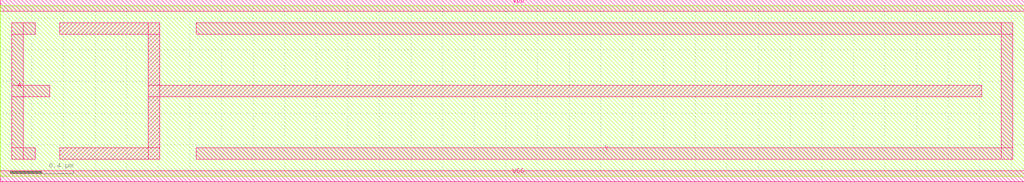
<source format=lef>
VERSION 5.8 ;
BUSBITCHARS "[]" ;
DIVIDERCHAR "/" ;
CLEARANCEMEASURE EUCLIDEAN ;

UNITS
  DATABASE MICRONS 4000 ;
END UNITS
MANUFACTURINGGRID 0.004 ;

PROPERTYDEFINITIONS
  LAYER LEF58_TYPE STRING ;
  LAYER LEF58_PITCH STRING ;
  LAYER LEF58_GAP STRING ;
  LAYER LEF58_EOLKEEPOUT STRING ;
  LAYER LEF58_SPACING STRING ;
  LAYER LEF58_CORNERSPACING STRING ;
  LAYER LEF58_WIDTHTABLE STRING ;
  LAYER LEF58_CUTCLASS STRING ;
  LAYER LEF58_SPACINGTABLE STRING ;
  LAYER LEF58_ENCLOSURE STRING ;
  LAYER LEF58_RIGHTWAYONGRIDONLY STRING ;
  LAYER LEF58_RECTONLY STRING ;
END PROPERTYDEFINITIONS

LAYER OVERLAP
  TYPE OVERLAP ;
END OVERLAP

LAYER nwell
  TYPE MASTERSLICE ;
  PROPERTY LEF58_TYPE "TYPE NWELL ;" ;
END nwell

LAYER pwell
  TYPE MASTERSLICE ;
  PROPERTY LEF58_TYPE "TYPE PWELL ;" ;
END pwell

LAYER Gate
  TYPE MASTERSLICE ;
END Gate

LAYER Active
  TYPE MASTERSLICE ;
END Active

LAYER V0
  TYPE CUT ;
  SPACING 0.072 ;
  WIDTH 0.072 ;
END V0

LAYER M1
  TYPE ROUTING ;
  DIRECTION VERTICAL ;
  PITCH 0.144 ;
  WIDTH 0.072 ;
  SPACING 0.072 ;
  AREA 0.010656 ;                   # Min Area # This should ideally be 16x not 4x as each dimension is scaled up by 16
                                    # we only allow landing on pins (set in router) so area should not matter
  SPACING 0.072 RANGE 0.144 4.000 ; # This rule is redundant with the SPACING rule

  PROPERTY LEF58_EOLKEEPOUT "EOLKEEPOUT 0.073 EXTENSION 0 0 0.124 ;" ; #  Tip to Tip Spacing

  PROPERTY LEF58_CORNERSPACING "CORNERSPACING CONVEXCORNER CORNERONLY 0.040 WIDTH 0.072 SPACING 0.072 ;" ; 
OFFSET 0.0 ;

END M1

LAYER V1
  TYPE CUT ;
  SPACING 0.072 ;     # unlike generate, this is really spacing, not center to center.
  WIDTH 0.072 ;
END V1

LAYER M2
  TYPE ROUTING ;
  DIRECTION HORIZONTAL ;
  WIDTH 0.072 ; # Min Width
  SPACING 0.072 ; # Min Spacing

  OFFSET -1.080 ;

  #  MINSIZE is set so that the minimum lenght of a segment is 36nm. At the proper rule size of
  #  31nm, the lines can't be minimum space. This causes DRCs (like crazy). Same for M3
  #  MINSIZE 0.112 0.072 ; 
  # area is adjusted to match this (Nanoroute requires both AREA and MINSIZE)

  AREA 0.010656 ;
  MINSIZE 0.148 0.072 ; 

  PITCH 0.180 0.144 ;

  # this enforces the correct routing tracks on M2 with wide M2 power rails

  PROPERTY LEF58_PITCH "
   PITCH 0.144 FIRSTLASTPITCH 0.180 
   ;
  " ;

  # this checks for distance in any direction so is not correct
  # 0.070 is to avoid conflicts with the adjacent lines. This should be caught by CORNERSPACING below
  #   SPACING 0.124 ENDOFLINE 0.1 WITHIN 0.070 ;

  PROPERTY LEF58_SPACING 
    " SPACING 0.072 ENDOFLINE 0.1 WITHIN 0.08 ENDTOEND 0.124 
      PARALLELEDGE 0.100 WITHIN 0.08 ; " ;	   

  PROPERTY LEF58_EOLKEEPOUT "
    EOLKEEPOUT 0.1 EXTENSION 0.0 0.05 0.124 CORNERONLY ;
  " ;

  PROPERTY LEF58_CORNERSPACING "
     CORNERSPACING CONVEXCORNER WIDTH 0.000 SPACING 0.080 ;
  " ; # CORNER to CORNER SPACING Rule

  # Originally no width table for M2 since it is the follow rails. 
  # They can be 1x or 2x (2x causes DRCs on SAV V1). However, this seems to allow a double width M2
  # on vias, which violates. Thus, this is added. Note that wide power follow rails will violate.

  PROPERTY LEF58_WIDTHTABLE "
      WIDTHTABLE 0.072 0.36 0.648 0.936 1.224 1.512 ; 
  " ;

  PROPERTY LEF58_RIGHTWAYONGRIDONLY "
      RIGHTWAYONGRIDONLY ;
  " ;

  PROPERTY LEF58_RECTONLY "
      RECTONLY ;
  " ;

END M2

LAYER V2
  TYPE CUT ;
  SPACING 0.072 ;
  WIDTH 0.072 ;
END V2

LAYER M3
  TYPE ROUTING ;
  DIRECTION VERTICAL ;
  PITCH 0.144 ;
  OFFSET 0.0 ;
  WIDTH 0.072 ; # Min Width
  SPACING 0.072 ; # Min Spacing

  #  MINSIZE is set so that the minimum lenght of a segment is 36nm. At the proper rule size of
  #  31nm, the lines can't be minimum space. This causes DRCs (like crazy). Same for M2
  #  MINSIZE 0.112 0.072 ; 
  # area is adjusted to match this (Nanoroute requires both AREA and MINSIZE)

  AREA 0.010656 ;
  MINSIZE 0.148 0.072 ; 

  PROPERTY LEF58_SPACING 
    " SPACING 0.072 ENDOFLINE 0.1 WITHIN 0.05 ENDTOEND 0.124  
      PARALLELEDGE 0.100 WITHIN 0.08 ; " ;	  

  PROPERTY LEF58_EOLKEEPOUT "
    EOLKEEPOUT 0.1 EXTENSION 0.0 0.05 0.124 CORNERONLY ;
  " ;

  PROPERTY LEF58_CORNERSPACING "
   CORNERSPACING CONVEXCORNER WIDTH 0.000 SPACING 0.080 
   ;
  " ; # CORNER to CORNER SPACING Rule

  # to make the special route widths integer values of the tracks, i.e., 1, 5, 9, 13... min widths
  # the widths should be calculated in the APR tool, since viaGen does not seem to respect these

  PROPERTY LEF58_WIDTHTABLE
      " WIDTHTABLE 0.072 0.36 0.648 0.936 1.224 1.512 ; " ;

  PROPERTY LEF58_RIGHTWAYONGRIDONLY "
      RIGHTWAYONGRIDONLY ;
  " ;

  PROPERTY LEF58_RECTONLY "
      RECTONLY ;
  " ;

END M3

LAYER V3
  TYPE CUT ;
#  SPACING 0.072 ;
#  WIDTH 0.072 ;

  # different format to allow long vias for SAV power connections

  PROPERTY LEF58_CUTCLASS "  
    CUTCLASS V3       WIDTH 0.072 LENGTH 0.096 CUTS 1  ; 
    CUTCLASS V3_0p480 WIDTH 0.072 LENGTH 0.480 CUTS 4  ;
    CUTCLASS V3_0p864 WIDTH 0.072 LENGTH 0.864 CUTS 8  ;
  " ;

  PROPERTY LEF58_SPACINGTABLE "
    SPACINGTABLE
      DEFAULT 0.136
      CUTCLASS   V3 V3_0p480 V3_0p864
        V3       -  -        -        -  - -
        V3_0p480 -  -        -        -  - -
        V3_0p864 -  -        -        -  - -
    ;
  " ;

#   ENCLOSURE CUTCLASS V3 END 0.02 SIDE 0.0 ;
  # covered below? 
  # ENCLOSURE CUTCLASS V3       END 0.02 SIDE 0.0 ;

  PROPERTY LEF58_ENCLOSURE "
    ENCLOSURE CUTCLASS V3 BELOW EOL 0.0 0.020 0.0 ;
    ENCLOSURE CUTCLASS V3 ABOVE EOL 0.0 0.044 0.0 ;
    ENCLOSURE CUTCLASS V3_0p480 END 0.0  SIDE 0.0 ;
    ENCLOSURE CUTCLASS V3_0p864 END 0.0  SIDE 0.0 ;
  " ;

END V3

LAYER M4
  TYPE ROUTING ;
  DIRECTION HORIZONTAL ;
  PITCH 0.192 ;
  WIDTH 0.096 ;
  SPACING 0.096 ;

  OFFSET 0.012 ;

  AREA 0.032 ; 

  PROPERTY LEF58_SPACING "
    SPACING 0.096 ENDOFLINE 0.1 WITHIN 0.160 ENDTOEND 0.160 ; " ;	  

  PROPERTY LEF58_WIDTHTABLE
      " WIDTHTABLE 0.096 0.480 0.864 1.248 1.632 ; " ;

  PROPERTY LEF58_CORNERSPACING "
    CORNERSPACING CONVEXCORNER CORNERONLY 0.192
      WIDTH 0.000 SPACING 0.160 ;
  " ;

  PROPERTY LEF58_EOLKEEPOUT "
    EOLKEEPOUT 0.1 EXTENSION 0.192 0.097 0.192 CORNERONLY ;
  " ;

  # spacing table is required for the rule that has wide metal requires a 72nm (288 scaled)
  # spacing between wide and minimum metals 

  SPACINGTABLE
    PARALLELRUNLENGTH 0.00
      WIDTH 0.000     0.096
      WIDTH 0.100     0.288 ;

  PROPERTY LEF58_RIGHTWAYONGRIDONLY "
      RIGHTWAYONGRIDONLY ;
  " ;

  PROPERTY LEF58_RECTONLY "
      RECTONLY ;
  " ;

END M4

LAYER V4
  TYPE CUT ;

  # spacing is 4 * 34 = 136
  # SPACING 0.136 ;
  # WIDTH 0.072 ;
  # ENCLOSURE 0.044 0.0 ;

  PROPERTY LEF58_CUTCLASS "  
    CUTCLASS Vx       WIDTH 0.096 LENGTH 0.096 ; 
    CUTCLASS Vx_0p480 WIDTH 0.096 LENGTH 0.480 CUTS 4  ;
    CUTCLASS Vx_0p864 WIDTH 0.096 LENGTH 0.864 CUTS 8  ;
    CUTCLASS Vx_1p248 WIDTH 0.096 LENGTH 1.248 CUTS 12 ;
    CUTCLASS Vx_1p632 WIDTH 0.096 LENGTH 1.632 CUTS 16 ;
  " ;

  PROPERTY LEF58_SPACINGTABLE "
    SPACINGTABLE
      DEFAULT 0.136
      CUTCLASS   Vx Vx_0p480 Vx_0p864 Vx_1p248 Vx_1p632
        Vx       -  -        -        -        - -  -        -        -        -
        Vx_0p480 -  -        -        -        - -  -        -        -        -
	Vx_0p864 -  -        -        -        - -  -        -        -        -
	Vx_1p248 -  -        -        -        - -  -        -        -        -
	Vx_1p632 -  -        -        -        - -  -        -        -        -
    ;
  " ;

  PROPERTY LEF58_ENCLOSURE "
    ENCLOSURE CUTCLASS Vx 0.044 0.0 ;
    ENCLOSURE CUTCLASS Vx EOL   0.0 0.044 0.044 ;
    ENCLOSURE CUTCLASS Vx_0p480 END 0.00 SIDE 0.0 ;
    ENCLOSURE CUTCLASS Vx_0p864 END 0.00 SIDE 0.0 ;
    ENCLOSURE CUTCLASS Vx_1p248 END 0.00 SIDE 0.0 ;
    ENCLOSURE CUTCLASS Vx_1p632 END 0.00 SIDE 0.0 ;
  " ;

END V4

LAYER M5
  TYPE ROUTING ;
  DIRECTION VERTICAL ;
  PITCH 0.192 ;
  WIDTH 0.096 ;
  SPACING 0.096 ;
  OFFSET 0.0 ;

  AREA 0.032 ; 

  PROPERTY LEF58_SPACING "
    SPACING 0.096 ENDOFLINE 0.1 WITHIN 0.160 ENDTOEND 0.160 ; " ;	  

  MINIMUMDENSITY 60 ;
  MAXIMUMDENSITY 360 ;
  DENSITYCHECKWINDOW 80 80 ;
  DENSITYCHECKSTEP 40 ;

  PROPERTY LEF58_WIDTHTABLE
      " WIDTHTABLE 0.096 0.480 0.864 1.248 1.632 2.016 2.400 2.784 3.168 3.552 3.936 ; " ;

  PROPERTY LEF58_CORNERSPACING "
    CORNERSPACING CONVEXCORNER CORNERONLY 0.192
      WIDTH 0.000 SPACING 0.160 ;
  " ;

  PROPERTY LEF58_EOLKEEPOUT "
    EOLKEEPOUT 0.1 EXTENSION 0.192 0.097 0.192
    CORNERONLY ;
  " ;

  SPACINGTABLE
    PARALLELRUNLENGTH 0.00
      WIDTH 0.000     0.096
      WIDTH 0.100     0.288 ;

  PROPERTY LEF58_RIGHTWAYONGRIDONLY "
      RIGHTWAYONGRIDONLY ;
  " ;

  PROPERTY LEF58_RECTONLY "
      RECTONLY ;
  " ;

END M5

LAYER V5
  TYPE CUT ;

  PROPERTY LEF58_CUTCLASS "  
    CUTCLASS Vx       WIDTH 0.096 LENGTH 0.128 ; 
    CUTCLASS Vx_0p480 WIDTH 0.096 LENGTH 0.640 CUTS 4  ;
    CUTCLASS Vx_0p864 WIDTH 0.096 LENGTH 1.152 CUTS 8  ;
    CUTCLASS Vx_1p248 WIDTH 0.096 LENGTH 1.664 CUTS 12 ;
    CUTCLASS Vx_1p632 WIDTH 0.096 LENGTH 2.176 CUTS 16 ;
  " ;

  PROPERTY LEF58_SPACINGTABLE "
    SPACINGTABLE
      DEFAULT 0.136
      CUTCLASS   Vx Vx_0p480 Vx_0p864 Vx_1p248 Vx_1p632
        Vx       -  -        -        -        - -  -        -        -        -
        Vx_0p480 -  -        -        -        - -  -        -        -        -
	Vx_0p864 -  -        -        -        - -  -        -        -        -
	Vx_1p248 -  -        -        -        - -  -        -        -        -
	Vx_1p632 -  -        -        -        - -  -        -        -        -
    ;
  " ;

  # end refers to the end of the VIA! Thus, since it is rectangular the proper
  # enclosure is on the side not the end...
  # ENCLOSURE CUTCLASS Vx END 0.0 SIDE 0.044 ;  But--this refers to top and bottom
  # actually passing the rule is done by having the correct vias below.

  PROPERTY LEF58_ENCLOSURE "
  ENCLOSURE CUTCLASS Vx EOL 0.0 0.044 0.044 ;
  ENCLOSURE CUTCLASS Vx_0p480 END 0.00 SIDE 0.0 ;
  ENCLOSURE CUTCLASS Vx_0p864 END 0.00 SIDE 0.0 ;
  ENCLOSURE CUTCLASS Vx_1p248 END 0.00 SIDE 0.0 ;
  ENCLOSURE CUTCLASS Vx_1p632 END 0.00 SIDE 0.0 ;
  " ;

#  PROPERTY LEF58_ENCLOSURE "
#  ENCLOSURE CUTCLASS Vx EOL 0.0 0.044 0.0 ;
#  " ;

END V5

LAYER M6
  TYPE ROUTING ;
  DIRECTION HORIZONTAL ;
  PITCH 0.256 ;
  WIDTH 0.128 ;
  SPACING 0.128 ;

  AREA 0.035 ;   # Areas still need tweaking

  PROPERTY LEF58_SPACING 
    " SPACING 0.128 ENDOFLINE 0.15 WITHIN 0.160 ENDTOEND 0.160 ; " ;	   

  PROPERTY LEF58_WIDTHTABLE
      " WIDTHTABLE 0.128 0.640 1.152 1.664 2.176 ; " ;

  PROPERTY LEF58_CORNERSPACING "
    CORNERSPACING CONVEXCORNER CORNERONLY 0.192
      WIDTH 0.000 SPACING 0.160 ;
  " ;

  PROPERTY LEF58_EOLKEEPOUT "
    EOLKEEPOUT 0.2 EXTENSION 0.192 0.129 0.192 CORNERONLY ;
  " ;

  SPACINGTABLE
    PARALLELRUNLENGTH 0.00
      WIDTH 0.000     0.096
      WIDTH 0.100     0.288 ;

  PROPERTY LEF58_RIGHTWAYONGRIDONLY "
      RIGHTWAYONGRIDONLY ;
  " ;

  PROPERTY LEF58_RECTONLY "
      RECTONLY ;
  " ;

END M6

LAYER V6
  TYPE CUT ;

  PROPERTY LEF58_CUTCLASS "  
    CUTCLASS Vx       WIDTH 0.128 LENGTH 0.128 ; 
    CUTCLASS Vx_0p640 WIDTH 0.128 LENGTH 0.640 CUTS 4  ;
    CUTCLASS Vx_1p152 WIDTH 0.128 LENGTH 1.152 CUTS 8  ;
    CUTCLASS Vx_1p664 WIDTH 0.128 LENGTH 1.664 CUTS 12 ;
    CUTCLASS Vx_2p176 WIDTH 0.128 LENGTH 2.176 CUTS 16 ;
  " ;

  PROPERTY LEF58_SPACINGTABLE "
    SPACINGTABLE
      DEFAULT 0.136
      CUTCLASS   Vx Vx_0p640 Vx_1p152 Vx_1p664 Vx_2p176
        Vx       -  -        -        -        - -  -        -        -        -
        Vx_0p640 -  -        -        -        - -  -        -        -        -
	Vx_1p152 -  -        -        -        - -  -        -        -        -
	Vx_1p664 -  -        -        -        - -  -        -        -        -
	Vx_2p176 -  -        -        -        - -  -        -        -        -
    ;
  " ;

  PROPERTY LEF58_ENCLOSURE "
    ENCLOSURE CUTCLASS Vx 0.044  0.0 ;
    ENCLOSURE CUTCLASS Vx EOL 0.0 0.044 0.044 ;
    ENCLOSURE CUTCLASS Vx_0p640 END 0.00 SIDE 0.0 ;
    ENCLOSURE CUTCLASS Vx_1p152 END 0.00 SIDE 0.0 ;
    ENCLOSURE CUTCLASS Vx_1p664 END 0.00 SIDE 0.0 ;
    ENCLOSURE CUTCLASS Vx_2p176 END 0.00 SIDE 0.0 ;
  " ;

END V6

LAYER M7
  TYPE ROUTING ;
  DIRECTION VERTICAL ;
  PITCH 0.256 ;
  WIDTH 0.128 ;
  SPACING 0.128 ;

  AREA 0.035 ;   # Areas still need tweaking

  PROPERTY LEF58_SPACING 
    " SPACING 0.120 ENDOFLINE 0.15 WITHIN 0.160 ENDTOEND 0.160 ; " ;	   

  PROPERTY LEF58_WIDTHTABLE
      " WIDTHTABLE 0.128 0.640 1.152 1.664 2.176 ; " ;
  TYPE ROUTING ;
  DIRECTION VERTICAL ;

  PROPERTY LEF58_CORNERSPACING "
    CORNERSPACING CONVEXCORNER CORNERONLY 0.300
      WIDTH 0.000 SPACING 0.160 ;
  " ;

  PROPERTY LEF58_EOLKEEPOUT "
    EOLKEEPOUT 0.2 EXTENSION 0.192 0.129 0.192
    CORNERONLY ;
  " ;

  SPACINGTABLE
    PARALLELRUNLENGTH 0.00
      WIDTH 0.000     0.096
      WIDTH 0.100     0.288 ;

  PROPERTY LEF58_RIGHTWAYONGRIDONLY "
      RIGHTWAYONGRIDONLY ;
  " ;

  PROPERTY LEF58_RECTONLY "
      RECTONLY ;
  " ;

END M7

LAYER V7
  TYPE CUT ;
  SPACING 0.184 ;
  WIDTH 0.128 ;
END V7

LAYER M8
  TYPE ROUTING ;
  DIRECTION HORIZONTAL ;
  PITCH 0.32 0.32 ;
  WIDTH 0.16 ;
  AREA 30.08 ;

  SPACINGTABLE
    PARALLELRUNLENGTH 0 1.599 4.799 7.199 
    WIDTH 0 0.16 0.16 0.16 0.16 
    WIDTH 0.239 0.16 0.16 0.16 0.16 
    WIDTH 0.319 0.16 0.16 0.16 0.16 
    WIDTH 0.479 0.16 0.16 0.16 0.16 
    WIDTH 1.999 0.16 0.16 0.16 2 
    WIDTH 3.999 0.16 0.16 0.16 4 ;

  MINIMUMCUT 2 WIDTH 7.22 WITHIN 6.82 FROMBELOW ;
  MINIMUMCUT 2 WIDTH 7.22 WITHIN 6.82 FROMABOVE ;
  MAXWIDTH 8 ;
  MINSTEP 0.16 STEP ;
END M8

LAYER V8
  TYPE CUT ;
  SPACING 0.228 ;
  WIDTH 0.16 ;
END V8


LAYER M9
  TYPE ROUTING ;
  DIRECTION VERTICAL ;
  PITCH 0.32 0.32 ;
  WIDTH 0.16 ;
  AREA 30.08 ;

  SPACINGTABLE
    PARALLELRUNLENGTH 0 1.599 4.799 7.199 
    WIDTH 0 0.16 0.16 0.16 0.16 
    WIDTH 0.239 0.16 0.16 0.16 0.16 
    WIDTH 0.319 0.16 0.16 0.16 0.16 
    WIDTH 0.479 0.16 0.16 0.16 0.16 
    WIDTH 1.999 0.16 0.16 0.16 2 
    WIDTH 3.999 0.16 0.16 0.16 4 ;

  MINIMUMCUT 2 WIDTH 7.22 WITHIN 6.82 FROMABOVE ;
  MINSTEP 0.16 STEP ;
END M9

LAYER V9
  TYPE CUT ;
  SPACING 0.228 ;
  WIDTH 0.16 ;
END V9

LAYER Pad
  TYPE ROUTING ;
  DIRECTION HORIZONTAL ;
  PITCH 0.32 0.32 ;
  WIDTH 0.16 ;
  SPACINGTABLE
    PARALLELRUNLENGTH 0 47.999 
    WIDTH 0 8 8 
    WIDTH 47.999 8 12 ;
  MINIMUMCUT 1 WIDTH 0.16 WITHIN 6.82 FROMBELOW ;
  MINIMUMCUT 1 WIDTH 1.44 WITHIN 6.82 FROMBELOW ;
  MINIMUMCUT 2 WIDTH 7.22 WITHIN 6.82 FROMBELOW ;
  MINIMUMDENSITY 80 ;
  MAXIMUMDENSITY 320 ;
  DENSITYCHECKWINDOW 400 400 ;
  DENSITYCHECKSTEP 200 ;
END Pad

# vias

VIA VIA9Pad Default
  LAYER M9 ;
    RECT -0.2 -0.2 0.2 0.2 ;
  LAYER Pad ;
    RECT -0.2 -0.2 0.2 0.2 ;
  LAYER V9 ;
    RECT -0.2 -0.2 0.2 0.2 ;
END VIA9Pad

VIA VIA89 Default
  LAYER M8 ;
    RECT -0.08 -0.08 0.08 0.08 ;
  LAYER M9 ;
    RECT -0.08 -0.08 0.08 0.08 ;
  LAYER V8 ;
    RECT -0.08 -0.08 0.08 0.08 ;
END VIA89

VIA VIA78 Default
  LAYER M7 ;
    RECT -0.064 -0.108 0.064 0.108 ;
  LAYER M8 ;
    RECT -0.108 -0.064 0.108 0.064 ;
  LAYER V7 ;
    RECT -0.064 -0.064 0.064 0.064 ;
END VIA78

VIA VIA67 Default
  LAYER M6 ;
    RECT -0.108 -0.064 0.108 0.064 ;
  LAYER M7 ;
    RECT -0.064 -0.108 0.064 0.108 ;
  LAYER V6 ;
    RECT -0.064 -0.064 0.064 0.064 ;
END VIA67

VIA VIA56 Default
  LAYER M5 ;
    RECT -0.048 -0.108 0.048 0.108 ;
  LAYER M6 ;
    RECT -0.092 -0.064 0.092 0.064 ;
  LAYER V5 ;
    RECT -0.048 -0.064 0.048 0.064 ;
END VIA56

VIA VIA45 Default
  LAYER M4 ;
    RECT -0.092 -0.048 0.092 0.048 ;
  LAYER M5 ;
    RECT -0.048 -0.092 0.048 0.092 ;
  LAYER V4 ;
    RECT -0.048 -0.048 0.048 0.048 ;
END VIA45

VIA VIA34 Default
  LAYER M3 ;
    RECT -0.036 -0.068 0.036 0.068 ;
  LAYER M4 ;
    RECT -0.080 -0.048 0.080 0.048 ;
  LAYER V3 ;
    RECT -0.036 -0.048 0.036 0.048 ;
END VIA34

VIA VIA23 Default
  LAYER M2 ;
    RECT -0.056 -0.036 0.056 0.036 ;
  LAYER M3 ;
    RECT -0.036 -0.056 0.036 0.056 ;
  LAYER V2 ;
    RECT -0.036 -0.036 0.036 0.036 ;
END VIA23

VIA VIA12 Default
  LAYER M1 ;
    RECT -0.036 -0.044 0.036 0.044 ;
  LAYER M2 ;
    RECT -0.056 -0.036 0.056 0.036 ;
  LAYER V1 ;
    RECT -0.036 -0.036 0.036 0.036 ;
END VIA12

#################################
### VIARULE GENERATE DEFAULTS ###
#################################

VIARULE Pad_M9 GENERATE DEFAULT
  LAYER M9 ;
    ENCLOSURE 0 0.0 ;
  LAYER Pad ;
    ENCLOSURE 0.044 0 ;
  LAYER V9 ;
    RECT -0.064 -0.064 0.064 0.064 ;
    SPACING 0.312 BY 0.312 ;
END Pad_M9

VIARULE M9_M8 GENERATE DEFAULT
  LAYER M8 ;
    ENCLOSURE 0.0 0 ;
  LAYER M9 ;
    ENCLOSURE 0 0.08 ;
  LAYER V8 ;
    RECT -0.08 -0.08 0.08 0.08 ;
    SPACING 0.388 BY 0.388 ;
END M9_M8

VIARULE M8_M7 GENERATE DEFAULT
  LAYER M7 ;
    ENCLOSURE 0.0 0.0 ;
  LAYER M8 ;
    ENCLOSURE 0.044 0 ;
  LAYER V7 ;
    RECT -0.064 -0.064 0.064 0.064 ;
    SPACING 0.312 BY 0.312 ;
END M8_M7

VIARULE M7_M6 GENERATE DEFAULT
  LAYER M6 ;
    ENCLOSURE 0.044 0 ;
  LAYER M7 ;
    ENCLOSURE 0 0.044 ;
  LAYER V6 ;
    RECT -0.064 -0.064 0.064 0.064 ;
    SPACING 0.312 BY 0.312 ;
END M7_M6

VIARULE M6_M5 GENERATE DEFAULT
  LAYER M5 ;
    ENCLOSURE 0.044 0.0 ;
    WIDTH 0.096 TO 0.096 ;
  LAYER M6 ;
    ENCLOSURE 0.044 0 ;
    WIDTH 0.128 TO 0.128 ;
  LAYER V5 ;
    RECT -0.048 -0.064 0.048 0.064 ;
    SPACING 0.232 BY 1.232 ;    # purposely crazy to avoid dual cut on routing
END M6_M5


# to make the wide vias for power stripes (still SAV)

VIARULE M3_M2widePWR0p936 GENERATE
  LAYER M2 ;
    ENCLOSURE 0.0 0.0 ;
  LAYER M3 ;
    ENCLOSURE 0.0 0.0 ;
    WIDTH 0.936 TO 0.936 ;
  LAYER V2 ;
    RECT -0.468 -0.036 0.468 0.036 ;
    SPACING 1.108 BY 0.144 ;
END M3_M2widePWR0p936

# to make the wide vias for powers (still SAV)

VIARULE M4_M3widePWR0p864 GENERATE
  LAYER M3 ;
    ENCLOSURE 0.0 0.0 ;
    WIDTH 0.934 TO 0.938 ;
  LAYER M4 ;
    ENCLOSURE 0.0 0.0 ;
    WIDTH 0.862 TO 0.866 ;
  LAYER V3 ;
    RECT -0.036 -0.432 0.036 0.432 ;
    SPACING 0.144 BY 1.108  ;
END M4_M3widePWR0p864

# to make the wide vias for powers (still SAV)

VIARULE M5_M4widePWR0p864 GENERATE
  LAYER M4 ;
    ENCLOSURE 0.0 0.0 ;
  LAYER M5 ;
    ENCLOSURE 0.0 0.0 ;
    WIDTH 0.864 TO 0.864 ;
  LAYER V4 ;
    RECT -0.432 -0.048 0.432 0.048 ;
    SPACING 2.128 BY 0.384 ;
END M5_M4widePWR0p864

# to make the wide vias for powers (still SAV)

VIARULE M6_M5widePWR1p152 GENERATE
  LAYER M5 ;
    ENCLOSURE 0.0 0.0 ;
  LAYER M6 ;
    ENCLOSURE 0.0 0.0 ;
    WIDTH 1.152 TO 1.152 ;
  LAYER V5 ;
    RECT -0.048 -0.576 0.048 0.576 ;
    SPACING 0.384 BY 1.528  ;
END M6_M5widePWR1p152

# to make the wide vias for powers (still SAV)

VIARULE M7_M6widePWR1p152 GENERATE
  LAYER M6 ;
    ENCLOSURE 0.0 0.0 ;
  LAYER M7 ;
    ENCLOSURE 0.0 0.0 ;
    WIDTH 1.152 TO 1.152 ;
  LAYER V6 ;
    RECT -0.576 -0.064 0.576 0.064 ;
    SPACING 2.128 BY 0.384 ;
END M7_M6widePWR1p152

VIARULE M2_M1 GENERATE DEFAULT
  LAYER M1 ;
    ENCLOSURE 0 0.0 ;		
  LAYER M2 ;
    ENCLOSURE 0.008 0.0 ;
  LAYER V1 ;
    RECT -0.036 -0.036 0.036 0.036 ;
    SPACING 0.144 BY 0.144 ;
END M2_M1


SITE coreSite
  CLASS CORE ;
  SYMMETRY X Y R90 ;
  SIZE 0.216 BY 1.08 ;
END coreSite

MACRO AND2x2_ASAP7_75t_R
  CLASS CORE ;
  ORIGIN 0 0 ;
  FOREIGN AND2x2_ASAP7_75t_R 0 0 ;
  SIZE 1.296 BY 1.08 ;
  SYMMETRY X Y ;
  PIN A
    DIRECTION INPUT ;
    USE SIGNAL ;
    PORT
      LAYER M1 ;
        RECT 0.504 0.28 0.576 0.8 ;
    END
  END A
  PIN B
    DIRECTION INPUT ;
    USE SIGNAL ;
    PORT
      LAYER M1 ;
        RECT 0.072 0.504 0.336 0.576 ;
        RECT 0.072 0.136 0.144 0.944 ;
    END
  END B
  PIN VDD
    DIRECTION INOUT ;
    USE POWER ;
    SHAPE ABUTMENT ;
    PORT
      LAYER M1 ;
        RECT 0 1.044 1.296 1.116 ;
    END
  END VDD
  PIN VSS
    DIRECTION INOUT ;
    USE GROUND ;
    SHAPE ABUTMENT ;
    PORT
      LAYER M1 ;
        RECT 0 -0.036 1.296 0.036 ;
    END
  END VSS
  PIN Y
    DIRECTION OUTPUT ;
    USE SIGNAL ;
    PORT
      LAYER M1 ;
        RECT 0.828 0.9 1.224 0.972 ;
        RECT 1.152 0.108 1.224 0.972 ;
        RECT 0.828 0.108 1.224 0.18 ;
        RECT 0.828 0.736 0.9 0.972 ;
        RECT 0.828 0.108 0.9 0.344 ;
    END
  END Y
  OBS
    LAYER M1 ;
      RECT 0.376 0.9 0.72 0.972 ;
      RECT 0.648 0.108 0.72 0.972 ;
      RECT 0.648 0.504 0.812 0.576 ;
      RECT 0.28 0.108 0.352 0.344 ;
      RECT 0.28 0.108 0.72 0.18 ;
  END
END AND2x2_ASAP7_75t_R

MACRO AND2x4_ASAP7_75t_R
  CLASS CORE ;
  ORIGIN 0 0 ;
  FOREIGN AND2x4_ASAP7_75t_R 0 0 ;
  SIZE 2.16 BY 1.08 ;
  SYMMETRY X Y ;
  PIN A
    DIRECTION INPUT ;
    USE SIGNAL ;
    PORT
      LAYER M1 ;
        RECT 0.936 0.112 1.008 0.6 ;
        RECT 0.288 0.112 1.008 0.184 ;
        RECT 0.288 0.112 0.36 0.8 ;
    END
  END A
  PIN B
    DIRECTION INPUT ;
    USE SIGNAL ;
    PORT
      LAYER M1 ;
        RECT 0.504 0.428 0.576 0.8 ;
    END
  END B
  PIN VDD
    DIRECTION INOUT ;
    USE POWER ;
    SHAPE ABUTMENT ;
    PORT
      LAYER M1 ;
        RECT 0 1.044 2.16 1.116 ;
    END
  END VDD
  PIN VSS
    DIRECTION INOUT ;
    USE GROUND ;
    SHAPE ABUTMENT ;
    PORT
      LAYER M1 ;
        RECT 0 -0.036 2.16 0.036 ;
    END
  END VSS
  PIN Y
    DIRECTION OUTPUT ;
    USE SIGNAL ;
    PORT
      LAYER M1 ;
        RECT 1.24 0.9 1.872 0.972 ;
        RECT 1.8 0.108 1.872 0.972 ;
        RECT 1.24 0.108 1.872 0.18 ;
    END
  END Y
  OBS
    LAYER M1 ;
      RECT 0.376 0.9 0.924 0.972 ;
      RECT 0.72 0.256 0.792 0.972 ;
      RECT 0.716 0.728 1.224 0.8 ;
      RECT 1.152 0.484 1.224 0.8 ;
      RECT 0.46 0.256 0.792 0.328 ;
  END
END AND2x4_ASAP7_75t_R

MACRO AND2x6_ASAP7_75t_R
  CLASS CORE ;
  ORIGIN 0 0 ;
  FOREIGN AND2x6_ASAP7_75t_R 0 0 ;
  SIZE 2.592 BY 1.08 ;
  SYMMETRY X Y ;
  PIN A
    DIRECTION INPUT ;
    USE SIGNAL ;
    PORT
      LAYER M1 ;
        RECT 0.936 0.112 1.008 0.6 ;
        RECT 0.288 0.112 1.008 0.184 ;
        RECT 0.288 0.112 0.36 0.8 ;
    END
  END A
  PIN B
    DIRECTION INPUT ;
    USE SIGNAL ;
    PORT
      LAYER M1 ;
        RECT 0.504 0.428 0.576 0.8 ;
    END
  END B
  PIN VDD
    DIRECTION INOUT ;
    USE POWER ;
    SHAPE ABUTMENT ;
    PORT
      LAYER M1 ;
        RECT 0 1.044 2.592 1.116 ;
    END
  END VDD
  PIN VSS
    DIRECTION INOUT ;
    USE GROUND ;
    SHAPE ABUTMENT ;
    PORT
      LAYER M1 ;
        RECT 0 -0.036 2.592 0.036 ;
    END
  END VSS
  PIN Y
    DIRECTION OUTPUT ;
    USE SIGNAL ;
    PORT
      LAYER M1 ;
        RECT 1.24 0.9 2.216 0.972 ;
        RECT 1.24 0.108 2.216 0.18 ;
        RECT 1.8 0.108 1.872 0.972 ;
    END
  END Y
  OBS
    LAYER M1 ;
      RECT 0.376 0.9 0.924 0.972 ;
      RECT 0.72 0.256 0.792 0.972 ;
      RECT 0.716 0.728 1.224 0.8 ;
      RECT 1.152 0.484 1.224 0.8 ;
      RECT 0.46 0.256 0.792 0.328 ;
  END
END AND2x6_ASAP7_75t_R

MACRO AND3x1_ASAP7_75t_R
  CLASS CORE ;
  ORIGIN 0 0 ;
  FOREIGN AND3x1_ASAP7_75t_R 0 0 ;
  SIZE 1.296 BY 1.08 ;
  SYMMETRY X Y ;
  PIN A
    DIRECTION INPUT ;
    USE SIGNAL ;
    PORT
      LAYER M1 ;
        RECT 0.288 0.28 0.36 0.8 ;
    END
  END A
  PIN B
    DIRECTION INPUT ;
    USE SIGNAL ;
    PORT
      LAYER M1 ;
        RECT 0.504 0.28 0.576 0.8 ;
    END
  END B
  PIN C
    DIRECTION INPUT ;
    USE SIGNAL ;
    PORT
      LAYER M1 ;
        RECT 0.72 0.28 0.792 0.8 ;
    END
  END C
  PIN VDD
    DIRECTION INOUT ;
    USE POWER ;
    SHAPE ABUTMENT ;
    PORT
      LAYER M1 ;
        RECT 0 1.044 1.296 1.116 ;
    END
  END VDD
  PIN VSS
    DIRECTION INOUT ;
    USE GROUND ;
    SHAPE ABUTMENT ;
    PORT
      LAYER M1 ;
        RECT 0 -0.036 1.296 0.036 ;
    END
  END VSS
  PIN Y
    DIRECTION OUTPUT ;
    USE SIGNAL ;
    PORT
      LAYER M1 ;
        RECT 1.044 0.732 1.224 0.804 ;
        RECT 1.152 0.304 1.224 0.804 ;
        RECT 1.044 0.304 1.224 0.376 ;
        RECT 1.044 0.732 1.116 0.94 ;
        RECT 1.044 0.136 1.116 0.376 ;
    END
  END Y
  OBS
    LAYER M1 ;
      RECT 0.16 0.9 0.936 0.972 ;
      RECT 0.864 0.108 0.936 0.972 ;
      RECT 0.864 0.504 1.052 0.576 ;
      RECT 0.16 0.108 0.936 0.18 ;
  END
END AND3x1_ASAP7_75t_R

MACRO AND3x2_ASAP7_75t_R
  CLASS CORE ;
  ORIGIN 0 0 ;
  FOREIGN AND3x2_ASAP7_75t_R 0 0 ;
  SIZE 1.512 BY 1.08 ;
  SYMMETRY X Y ;
  PIN A
    DIRECTION INPUT ;
    USE SIGNAL ;
    PORT
      LAYER M1 ;
        RECT 0.288 0.28 0.36 0.8 ;
    END
  END A
  PIN B
    DIRECTION INPUT ;
    USE SIGNAL ;
    PORT
      LAYER M1 ;
        RECT 0.504 0.28 0.576 0.8 ;
    END
  END B
  PIN C
    DIRECTION INPUT ;
    USE SIGNAL ;
    PORT
      LAYER M1 ;
        RECT 0.72 0.28 0.792 0.8 ;
    END
  END C
  PIN VDD
    DIRECTION INOUT ;
    USE POWER ;
    SHAPE ABUTMENT ;
    PORT
      LAYER M1 ;
        RECT 0 1.044 1.512 1.116 ;
    END
  END VDD
  PIN VSS
    DIRECTION INOUT ;
    USE GROUND ;
    SHAPE ABUTMENT ;
    PORT
      LAYER M1 ;
        RECT 0 -0.036 1.512 0.036 ;
    END
  END VSS
  PIN Y
    DIRECTION OUTPUT ;
    USE SIGNAL ;
    PORT
      LAYER M1 ;
        RECT 1.044 0.9 1.44 0.972 ;
        RECT 1.368 0.108 1.44 0.972 ;
        RECT 1.044 0.108 1.44 0.18 ;
        RECT 1.044 0.736 1.116 0.972 ;
        RECT 1.044 0.108 1.116 0.344 ;
    END
  END Y
  OBS
    LAYER M1 ;
      RECT 0.16 0.9 0.936 0.972 ;
      RECT 0.864 0.108 0.936 0.972 ;
      RECT 0.864 0.504 1.136 0.576 ;
      RECT 0.16 0.108 0.936 0.18 ;
  END
END AND3x2_ASAP7_75t_R

MACRO AND3x4_ASAP7_75t_R
  CLASS CORE ;
  ORIGIN 0 0 ;
  FOREIGN AND3x4_ASAP7_75t_R 0 0 ;
  SIZE 3.024 BY 1.08 ;
  SYMMETRY X Y ;
  PIN A
    DIRECTION INPUT ;
    USE SIGNAL ;
    PORT
      LAYER M1 ;
        RECT 2.448 0.756 2.596 0.828 ;
        RECT 2.448 0.396 2.596 0.468 ;
        RECT 2.448 0.396 2.52 0.828 ;
    END
  END A
  PIN B
    DIRECTION INPUT ;
    USE SIGNAL ;
    PORT
      LAYER M1 ;
        RECT 2.016 0.756 2.164 0.828 ;
        RECT 2.016 0.396 2.164 0.468 ;
        RECT 2.016 0.396 2.088 0.828 ;
    END
  END B
  PIN C
    DIRECTION INPUT ;
    USE SIGNAL ;
    PORT
      LAYER M1 ;
        RECT 1.368 0.28 1.44 0.8 ;
    END
  END C
  PIN VDD
    DIRECTION INOUT ;
    USE POWER ;
    SHAPE ABUTMENT ;
    PORT
      LAYER M1 ;
        RECT 0 1.044 3.024 1.116 ;
    END
  END VDD
  PIN VSS
    DIRECTION INOUT ;
    USE GROUND ;
    SHAPE ABUTMENT ;
    PORT
      LAYER M1 ;
        RECT 0 -0.036 3.024 0.036 ;
    END
  END VSS
  PIN Y
    DIRECTION OUTPUT ;
    USE SIGNAL ;
    PORT
      LAYER M1 ;
        RECT 0.072 0.9 0.92 0.972 ;
        RECT 0.072 0.108 0.92 0.18 ;
        RECT 0.072 0.108 0.144 0.972 ;
    END
  END Y
  OBS
    LAYER M1 ;
      RECT 1.04 0.9 2.984 0.972 ;
      RECT 2.912 0.108 2.984 0.972 ;
      RECT 1.04 0.168 1.112 0.972 ;
      RECT 0.872 0.504 1.112 0.576 ;
      RECT 2.536 0.108 2.984 0.18 ;
      RECT 1.888 0.252 2.804 0.324 ;
      RECT 1.24 0.108 2.216 0.18 ;
  END
END AND3x4_ASAP7_75t_R

MACRO AND4x1_ASAP7_75t_R
  CLASS CORE ;
  ORIGIN 0 0 ;
  FOREIGN AND4x1_ASAP7_75t_R 0 0 ;
  SIZE 1.512 BY 1.08 ;
  SYMMETRY X Y ;
  PIN A
    DIRECTION INPUT ;
    USE SIGNAL ;
    PORT
      LAYER M1 ;
        RECT 0.288 0.28 0.36 0.8 ;
    END
  END A
  PIN B
    DIRECTION INPUT ;
    USE SIGNAL ;
    PORT
      LAYER M1 ;
        RECT 0.504 0.136 0.576 0.8 ;
    END
  END B
  PIN C
    DIRECTION INPUT ;
    USE SIGNAL ;
    PORT
      LAYER M1 ;
        RECT 0.72 0.136 0.792 0.8 ;
    END
  END C
  PIN D
    DIRECTION INPUT ;
    USE SIGNAL ;
    PORT
      LAYER M1 ;
        RECT 0.936 0.136 1.008 0.656 ;
    END
  END D
  PIN VDD
    DIRECTION INOUT ;
    USE POWER ;
    SHAPE ABUTMENT ;
    PORT
      LAYER M1 ;
        RECT 0 1.044 1.512 1.116 ;
    END
  END VDD
  PIN VSS
    DIRECTION INOUT ;
    USE GROUND ;
    SHAPE ABUTMENT ;
    PORT
      LAYER M1 ;
        RECT 0 -0.036 1.512 0.036 ;
    END
  END VSS
  PIN Y
    DIRECTION OUTPUT ;
    USE SIGNAL ;
    PORT
      LAYER M1 ;
        RECT 1.196 0.9 1.44 0.972 ;
        RECT 1.368 0.108 1.44 0.972 ;
        RECT 1.24 0.108 1.44 0.18 ;
    END
  END Y
  OBS
    LAYER M1 ;
      RECT 0.072 0.9 1.008 0.972 ;
      RECT 0.936 0.756 1.008 0.972 ;
      RECT 0.072 0.108 0.144 0.972 ;
      RECT 0.936 0.756 1.224 0.828 ;
      RECT 1.152 0.48 1.224 0.828 ;
      RECT 0.072 0.108 0.34 0.18 ;
  END
END AND4x1_ASAP7_75t_R

MACRO AND4x2_ASAP7_75t_R
  CLASS CORE ;
  ORIGIN 0 0 ;
  FOREIGN AND4x2_ASAP7_75t_R 0 0 ;
  SIZE 1.728 BY 1.08 ;
  SYMMETRY X Y ;
  PIN A
    DIRECTION INPUT ;
    USE SIGNAL ;
    PORT
      LAYER M1 ;
        RECT 1.368 0.28 1.44 0.8 ;
    END
  END A
  PIN B
    DIRECTION INPUT ;
    USE SIGNAL ;
    PORT
      LAYER M1 ;
        RECT 1.152 0.136 1.224 0.8 ;
    END
  END B
  PIN C
    DIRECTION INPUT ;
    USE SIGNAL ;
    PORT
      LAYER M1 ;
        RECT 0.936 0.136 1.008 0.8 ;
    END
  END C
  PIN D
    DIRECTION INPUT ;
    USE SIGNAL ;
    PORT
      LAYER M1 ;
        RECT 0.72 0.136 0.792 0.656 ;
    END
  END D
  PIN VDD
    DIRECTION INOUT ;
    USE POWER ;
    SHAPE ABUTMENT ;
    PORT
      LAYER M1 ;
        RECT 0 1.044 1.728 1.116 ;
    END
  END VDD
  PIN VSS
    DIRECTION INOUT ;
    USE GROUND ;
    SHAPE ABUTMENT ;
    PORT
      LAYER M1 ;
        RECT 0 -0.036 1.728 0.036 ;
    END
  END VSS
  PIN Y
    DIRECTION OUTPUT ;
    USE SIGNAL ;
    PORT
      LAYER M1 ;
        RECT 0.072 0.9 0.488 0.972 ;
        RECT 0.072 0.108 0.488 0.18 ;
        RECT 0.072 0.108 0.144 0.972 ;
    END
  END Y
  OBS
    LAYER M1 ;
      RECT 0.612 0.9 1.656 0.972 ;
      RECT 1.584 0.108 1.656 0.972 ;
      RECT 0.612 0.756 0.684 0.972 ;
      RECT 0.396 0.756 0.684 0.828 ;
      RECT 0.396 0.476 0.468 0.828 ;
      RECT 1.456 0.108 1.656 0.18 ;
  END
END AND4x2_ASAP7_75t_R

MACRO AOI211x1_ASAP7_75t_R
  CLASS CORE ;
  ORIGIN 0 0 ;
  FOREIGN AOI211x1_ASAP7_75t_R 0 0 ;
  SIZE 2.592 BY 1.08 ;
  SYMMETRY X Y ;
  PIN A1
    DIRECTION INPUT ;
    USE SIGNAL ;
    PORT
      LAYER M1 ;
        RECT 0.72 0.504 0.916 0.576 ;
        RECT 0.72 0.756 0.892 0.828 ;
        RECT 0.72 0.252 0.88 0.324 ;
        RECT 0.72 0.252 0.792 0.828 ;
    END
  END A1
  PIN A2
    DIRECTION INPUT ;
    USE SIGNAL ;
    PORT
      LAYER M1 ;
        RECT 0.072 0.504 0.492 0.576 ;
        RECT 0.072 0.136 0.144 0.944 ;
    END
  END A2
  PIN B
    DIRECTION INPUT ;
    USE SIGNAL ;
    PORT
      LAYER M1 ;
        RECT 1.584 0.612 1.768 0.684 ;
        RECT 1.584 0.252 1.768 0.324 ;
        RECT 1.584 0.252 1.656 0.684 ;
    END
  END B
  PIN C
    DIRECTION INPUT ;
    USE SIGNAL ;
    PORT
      LAYER M1 ;
        RECT 2.016 0.504 2.216 0.576 ;
        RECT 2.016 0.252 2.2 0.324 ;
        RECT 2.016 0.252 2.088 0.656 ;
    END
  END C
  PIN VDD
    DIRECTION INOUT ;
    USE POWER ;
    SHAPE ABUTMENT ;
    PORT
      LAYER M1 ;
        RECT 0 1.044 2.592 1.116 ;
    END
  END VDD
  PIN VSS
    DIRECTION INOUT ;
    USE GROUND ;
    SHAPE ABUTMENT ;
    PORT
      LAYER M1 ;
        RECT 0 -0.036 2.592 0.036 ;
    END
  END VSS
  PIN Y
    DIRECTION OUTPUT ;
    USE SIGNAL ;
    PORT
      LAYER M1 ;
        RECT 2.076 0.756 2.52 0.828 ;
        RECT 2.448 0.108 2.52 0.828 ;
        RECT 0.364 0.108 2.52 0.18 ;
    END
  END Y
  OBS
    LAYER M1 ;
      RECT 0.364 0.9 1.224 0.972 ;
      RECT 1.152 0.756 1.224 0.972 ;
      RECT 1.152 0.756 1.796 0.828 ;
      RECT 1.444 0.9 2.432 0.972 ;
  END
END AOI211x1_ASAP7_75t_R

MACRO AOI211xp5_ASAP7_75t_R
  CLASS CORE ;
  ORIGIN 0 0 ;
  FOREIGN AOI211xp5_ASAP7_75t_R 0 0 ;
  SIZE 1.296 BY 1.08 ;
  SYMMETRY X Y ;
  PIN A1
    DIRECTION INPUT ;
    USE SIGNAL ;
    PORT
      LAYER M1 ;
        RECT 0.504 0.28 0.576 0.656 ;
    END
  END A1
  PIN A2
    DIRECTION INPUT ;
    USE SIGNAL ;
    PORT
      LAYER M1 ;
        RECT 0.072 0.504 0.36 0.576 ;
        RECT 0.072 0.28 0.144 0.8 ;
    END
  END A2
  PIN B
    DIRECTION INPUT ;
    USE SIGNAL ;
    PORT
      LAYER M1 ;
        RECT 0.72 0.28 0.792 0.656 ;
    END
  END B
  PIN C
    DIRECTION INPUT ;
    USE SIGNAL ;
    PORT
      LAYER M1 ;
        RECT 0.936 0.28 1.008 0.656 ;
    END
  END C
  PIN VDD
    DIRECTION INOUT ;
    USE POWER ;
    SHAPE ABUTMENT ;
    PORT
      LAYER M1 ;
        RECT 0 1.044 1.296 1.116 ;
    END
  END VDD
  PIN VSS
    DIRECTION INOUT ;
    USE GROUND ;
    SHAPE ABUTMENT ;
    PORT
      LAYER M1 ;
        RECT 0 -0.036 1.296 0.036 ;
    END
  END VSS
  PIN Y
    DIRECTION OUTPUT ;
    USE SIGNAL ;
    PORT
      LAYER M1 ;
        RECT 0.396 0.756 1.224 0.828 ;
        RECT 1.152 0.108 1.224 0.828 ;
        RECT 0.16 0.108 1.224 0.18 ;
    END
  END Y
  OBS
    LAYER M1 ;
      RECT 0.16 0.9 0.704 0.972 ;
  END
END AOI211xp5_ASAP7_75t_R

MACRO AOI21x1_ASAP7_75t_R
  CLASS CORE ;
  ORIGIN 0 0 ;
  FOREIGN AOI21x1_ASAP7_75t_R 0 0 ;
  SIZE 1.728 BY 1.08 ;
  SYMMETRY X Y ;
  PIN A1
    DIRECTION INPUT ;
    USE SIGNAL ;
    PORT
      LAYER M1 ;
        RECT 1.152 0.252 1.224 0.656 ;
        RECT 0.504 0.252 1.224 0.324 ;
        RECT 0.504 0.252 0.576 0.656 ;
    END
  END A1
  PIN A2
    DIRECTION INPUT ;
    USE SIGNAL ;
    PORT
      LAYER M1 ;
        RECT 0.76 0.5 1.024 0.572 ;
        RECT 0.76 0.396 0.908 0.684 ;
    END
  END A2
  PIN B
    DIRECTION INPUT ;
    USE SIGNAL ;
    PORT
      LAYER M1 ;
        RECT 0.288 0.756 1.44 0.828 ;
        RECT 1.368 0.464 1.44 0.828 ;
        RECT 0.288 0.28 0.36 0.828 ;
    END
  END B
  PIN VDD
    DIRECTION INOUT ;
    USE POWER ;
    SHAPE ABUTMENT ;
    PORT
      LAYER M1 ;
        RECT 0 1.044 1.728 1.116 ;
    END
  END VDD
  PIN VSS
    DIRECTION INOUT ;
    USE GROUND ;
    SHAPE ABUTMENT ;
    PORT
      LAYER M1 ;
        RECT 0 -0.036 1.728 0.036 ;
    END
  END VSS
  PIN Y
    DIRECTION OUTPUT ;
    USE SIGNAL ;
    PORT
      LAYER M1 ;
        RECT 1.476 0.9 1.656 0.972 ;
        RECT 1.584 0.108 1.656 0.972 ;
        RECT 0.072 0.108 1.656 0.18 ;
        RECT 0.072 0.9 0.252 0.972 ;
        RECT 0.072 0.108 0.144 0.972 ;
    END
  END Y
  OBS
    LAYER M1 ;
      RECT 0.396 0.9 1.332 0.972 ;
  END
END AOI21x1_ASAP7_75t_R

MACRO AOI21xp33_ASAP7_75t_R
  CLASS CORE ;
  ORIGIN 0 0 ;
  FOREIGN AOI21xp33_ASAP7_75t_R 0 0 ;
  SIZE 1.08 BY 1.08 ;
  SYMMETRY X Y ;
  PIN A1
    DIRECTION INPUT ;
    USE SIGNAL ;
    PORT
      LAYER M1 ;
        RECT 0.428 0.756 0.576 0.828 ;
        RECT 0.504 0.252 0.576 0.828 ;
        RECT 0.428 0.252 0.576 0.324 ;
    END
  END A1
  PIN A2
    DIRECTION INPUT ;
    USE SIGNAL ;
    PORT
      LAYER M1 ;
        RECT 0.072 0.5 0.38 0.572 ;
        RECT 0.072 0.756 0.22 0.828 ;
        RECT 0.072 0.108 0.22 0.18 ;
        RECT 0.072 0.108 0.144 0.828 ;
    END
  END A2
  PIN B
    DIRECTION INPUT ;
    USE SIGNAL ;
    PORT
      LAYER M1 ;
        RECT 0.72 0.28 0.792 0.8 ;
    END
  END B
  PIN VDD
    DIRECTION INOUT ;
    USE POWER ;
    SHAPE ABUTMENT ;
    PORT
      LAYER M1 ;
        RECT 0 1.044 1.08 1.116 ;
    END
  END VDD
  PIN VSS
    DIRECTION INOUT ;
    USE GROUND ;
    SHAPE ABUTMENT ;
    PORT
      LAYER M1 ;
        RECT 0 -0.036 1.08 0.036 ;
    END
  END VSS
  PIN Y
    DIRECTION OUTPUT ;
    USE SIGNAL ;
    PORT
      LAYER M1 ;
        RECT 0.808 0.9 1.008 0.972 ;
        RECT 0.936 0.108 1.008 0.972 ;
        RECT 0.428 0.108 1.008 0.18 ;
    END
  END Y
  OBS
    LAYER M1 ;
      RECT 0.16 0.9 0.684 0.972 ;
  END
END AOI21xp33_ASAP7_75t_R

MACRO AOI21xp5_ASAP7_75t_R
  CLASS CORE ;
  ORIGIN 0 0 ;
  FOREIGN AOI21xp5_ASAP7_75t_R 0 0 ;
  SIZE 1.08 BY 1.08 ;
  SYMMETRY X Y ;
  PIN A1
    DIRECTION INPUT ;
    USE SIGNAL ;
    PORT
      LAYER M1 ;
        RECT 0.504 0.28 0.576 0.8 ;
    END
  END A1
  PIN A2
    DIRECTION INPUT ;
    USE SIGNAL ;
    PORT
      LAYER M1 ;
        RECT 0.072 0.5 0.38 0.572 ;
        RECT 0.072 0.136 0.144 0.8 ;
    END
  END A2
  PIN B
    DIRECTION INPUT ;
    USE SIGNAL ;
    PORT
      LAYER M1 ;
        RECT 0.72 0.28 0.792 0.8 ;
    END
  END B
  PIN VDD
    DIRECTION INOUT ;
    USE POWER ;
    SHAPE ABUTMENT ;
    PORT
      LAYER M1 ;
        RECT 0 1.044 1.08 1.116 ;
    END
  END VDD
  PIN VSS
    DIRECTION INOUT ;
    USE GROUND ;
    SHAPE ABUTMENT ;
    PORT
      LAYER M1 ;
        RECT 0 -0.036 1.08 0.036 ;
    END
  END VSS
  PIN Y
    DIRECTION OUTPUT ;
    USE SIGNAL ;
    PORT
      LAYER M1 ;
        RECT 0.808 0.9 1.008 0.972 ;
        RECT 0.936 0.108 1.008 0.972 ;
        RECT 0.568 0.108 1.008 0.18 ;
    END
  END Y
  OBS
    LAYER M1 ;
      RECT 0.16 0.9 0.684 0.972 ;
  END
END AOI21xp5_ASAP7_75t_R

MACRO AOI221x1_ASAP7_75t_R
  CLASS CORE ;
  ORIGIN 0 0 ;
  FOREIGN AOI221x1_ASAP7_75t_R 0 0 ;
  SIZE 3.024 BY 1.08 ;
  SYMMETRY X Y ;
  PIN A1
    DIRECTION INPUT ;
    USE SIGNAL ;
    PORT
      LAYER M1 ;
        RECT 0.72 0.612 0.868 0.684 ;
        RECT 0.72 0.108 0.792 0.684 ;
        RECT 0.644 0.108 0.792 0.18 ;
    END
  END A1
  PIN A2
    DIRECTION INPUT ;
    USE SIGNAL ;
    PORT
      LAYER M1 ;
        RECT 0.288 0.504 0.596 0.576 ;
        RECT 0.212 0.612 0.36 0.684 ;
        RECT 0.288 0.108 0.36 0.684 ;
        RECT 0.212 0.108 0.36 0.18 ;
    END
  END A2
  PIN B1
    DIRECTION INPUT ;
    USE SIGNAL ;
    PORT
      LAYER M1 ;
        RECT 1.152 0.324 1.3 0.396 ;
        RECT 1.076 0.612 1.224 0.684 ;
        RECT 1.152 0.324 1.224 0.684 ;
    END
  END B1
  PIN B2
    DIRECTION INPUT ;
    USE SIGNAL ;
    PORT
      LAYER M1 ;
        RECT 1.8 0.612 1.948 0.684 ;
        RECT 1.8 0.324 1.872 0.684 ;
        RECT 1.564 0.504 1.872 0.576 ;
        RECT 1.724 0.324 1.872 0.396 ;
    END
  END B2
  PIN C
    DIRECTION INPUT ;
    USE SIGNAL ;
    PORT
      LAYER M1 ;
        RECT 2.232 0.504 2.544 0.576 ;
        RECT 2.156 0.756 2.304 0.828 ;
        RECT 2.232 0.324 2.304 0.828 ;
        RECT 2.156 0.324 2.304 0.396 ;
    END
  END C
  PIN VDD
    DIRECTION INOUT ;
    USE POWER ;
    SHAPE ABUTMENT ;
    PORT
      LAYER M1 ;
        RECT 0 1.044 3.024 1.116 ;
    END
  END VDD
  PIN VSS
    DIRECTION INOUT ;
    USE GROUND ;
    SHAPE ABUTMENT ;
    PORT
      LAYER M1 ;
        RECT 0 -0.036 3.024 0.036 ;
    END
  END VSS
  PIN Y
    DIRECTION OUTPUT ;
    USE SIGNAL ;
    PORT
      LAYER M1 ;
        RECT 2.536 0.756 2.952 0.828 ;
        RECT 2.88 0.18 2.952 0.828 ;
        RECT 1.024 0.18 2.952 0.252 ;
    END
  END Y
  OBS
    LAYER M1 ;
      RECT 1.24 0.9 2.864 0.972 ;
      RECT 0.16 0.756 2 0.828 ;
  END
END AOI221x1_ASAP7_75t_R

MACRO AOI221xp5_ASAP7_75t_R
  CLASS CORE ;
  ORIGIN 0 0 ;
  FOREIGN AOI221xp5_ASAP7_75t_R 0 0 ;
  SIZE 1.512 BY 1.08 ;
  SYMMETRY X Y ;
  PIN A1
    DIRECTION INPUT ;
    USE SIGNAL ;
    PORT
      LAYER M1 ;
        RECT 0.936 0.28 1.008 0.656 ;
    END
  END A1
  PIN A2
    DIRECTION INPUT ;
    USE SIGNAL ;
    PORT
      LAYER M1 ;
        RECT 1.152 0.136 1.224 0.656 ;
    END
  END A2
  PIN B1
    DIRECTION INPUT ;
    USE SIGNAL ;
    PORT
      LAYER M1 ;
        RECT 0.288 0.28 0.36 0.656 ;
    END
  END B1
  PIN B2
    DIRECTION INPUT ;
    USE SIGNAL ;
    PORT
      LAYER M1 ;
        RECT 0.504 0.28 0.576 0.656 ;
    END
  END B2
  PIN C
    DIRECTION INPUT ;
    USE SIGNAL ;
    PORT
      LAYER M1 ;
        RECT 0.72 0.28 0.792 0.656 ;
    END
  END C
  PIN VDD
    DIRECTION INOUT ;
    USE POWER ;
    SHAPE ABUTMENT ;
    PORT
      LAYER M1 ;
        RECT 0 1.044 1.512 1.116 ;
    END
  END VDD
  PIN VSS
    DIRECTION INOUT ;
    USE GROUND ;
    SHAPE ABUTMENT ;
    PORT
      LAYER M1 ;
        RECT 0 -0.036 1.512 0.036 ;
    END
  END VSS
  PIN Y
    DIRECTION OUTPUT ;
    USE SIGNAL ;
    PORT
      LAYER M1 ;
        RECT 0.072 0.108 0.92 0.18 ;
        RECT 0.072 0.756 0.492 0.828 ;
        RECT 0.072 0.108 0.144 0.828 ;
    END
  END Y
  OBS
    LAYER M1 ;
      RECT 0.804 0.756 1.356 0.828 ;
      RECT 0.16 0.9 0.704 0.972 ;
  END
END AOI221xp5_ASAP7_75t_R

MACRO AOI222xp33_ASAP7_75t_R
  CLASS CORE ;
  ORIGIN 0 0 ;
  FOREIGN AOI222xp33_ASAP7_75t_R 0 0 ;
  SIZE 2.16 BY 1.08 ;
  SYMMETRY X Y ;
  PIN A1
    DIRECTION INPUT ;
    USE SIGNAL ;
    PORT
      LAYER M1 ;
        RECT 0.288 0.28 0.36 0.656 ;
    END
  END A1
  PIN A2
    DIRECTION INPUT ;
    USE SIGNAL ;
    PORT
      LAYER M1 ;
        RECT 0.504 0.28 0.576 0.656 ;
    END
  END A2
  PIN B1
    DIRECTION INPUT ;
    USE SIGNAL ;
    PORT
      LAYER M1 ;
        RECT 0.936 0.28 1.008 0.656 ;
    END
  END B1
  PIN B2
    DIRECTION INPUT ;
    USE SIGNAL ;
    PORT
      LAYER M1 ;
        RECT 0.72 0.28 0.792 0.656 ;
    END
  END B2
  PIN C1
    DIRECTION INPUT ;
    USE SIGNAL ;
    PORT
      LAYER M1 ;
        RECT 1.584 0.28 1.656 0.8 ;
    END
  END C1
  PIN C2
    DIRECTION INPUT ;
    USE SIGNAL ;
    PORT
      LAYER M1 ;
        RECT 1.8 0.136 1.872 0.8 ;
    END
  END C2
  PIN VDD
    DIRECTION INOUT ;
    USE POWER ;
    SHAPE ABUTMENT ;
    PORT
      LAYER M1 ;
        RECT 0 1.044 2.16 1.116 ;
    END
  END VDD
  PIN VSS
    DIRECTION INOUT ;
    USE GROUND ;
    SHAPE ABUTMENT ;
    PORT
      LAYER M1 ;
        RECT 0 -0.036 2.16 0.036 ;
    END
  END VSS
  PIN Y
    DIRECTION OUTPUT ;
    USE SIGNAL ;
    PORT
      LAYER M1 ;
        RECT 0.072 0.108 1.596 0.18 ;
        RECT 0.072 0.756 0.488 0.828 ;
        RECT 0.072 0.108 0.144 0.828 ;
    END
  END Y
  OBS
    LAYER M1 ;
      RECT 1.368 0.9 1.872 0.972 ;
      RECT 1.368 0.756 1.44 0.972 ;
      RECT 0.808 0.756 1.44 0.828 ;
      RECT 0.16 0.9 1.136 0.972 ;
  END
END AOI222xp33_ASAP7_75t_R

MACRO AOI22x1_ASAP7_75t_R
  CLASS CORE ;
  ORIGIN 0 0 ;
  FOREIGN AOI22x1_ASAP7_75t_R 0 0 ;
  SIZE 2.16 BY 1.08 ;
  SYMMETRY X Y ;
  PIN A1
    DIRECTION INPUT ;
    USE SIGNAL ;
    PORT
      LAYER M1 ;
        RECT 1.368 0.612 1.516 0.684 ;
        RECT 1.368 0.396 1.516 0.468 ;
        RECT 1.368 0.396 1.44 0.684 ;
    END
  END A1
  PIN A2
    DIRECTION INPUT ;
    USE SIGNAL ;
    PORT
      LAYER M1 ;
        RECT 1.724 0.612 1.872 0.684 ;
        RECT 1.8 0.252 1.872 0.684 ;
        RECT 1.152 0.252 1.872 0.324 ;
        RECT 1.152 0.252 1.224 0.608 ;
    END
  END A2
  PIN B1
    DIRECTION INPUT ;
    USE SIGNAL ;
    PORT
      LAYER M1 ;
        RECT 0.644 0.756 0.792 0.828 ;
        RECT 0.72 0.396 0.792 0.828 ;
        RECT 0.644 0.396 0.792 0.468 ;
    END
  END B1
  PIN B2
    DIRECTION INPUT ;
    USE SIGNAL ;
    PORT
      LAYER M1 ;
        RECT 0.936 0.252 1.008 0.616 ;
        RECT 0.288 0.252 1.008 0.324 ;
        RECT 0.288 0.756 0.436 0.828 ;
        RECT 0.288 0.252 0.36 0.828 ;
    END
  END B2
  PIN VDD
    DIRECTION INOUT ;
    USE POWER ;
    SHAPE ABUTMENT ;
    PORT
      LAYER M1 ;
        RECT 0 1.044 2.16 1.116 ;
    END
  END VDD
  PIN VSS
    DIRECTION INOUT ;
    USE GROUND ;
    SHAPE ABUTMENT ;
    PORT
      LAYER M1 ;
        RECT 0 -0.036 2.16 0.036 ;
    END
  END VSS
  PIN Y
    DIRECTION OUTPUT ;
    USE SIGNAL ;
    PORT
      LAYER M1 ;
        RECT 1.236 0.756 2.088 0.828 ;
        RECT 2.016 0.108 2.088 0.828 ;
        RECT 0.152 0.108 2.088 0.18 ;
    END
  END Y
  OBS
    LAYER M1 ;
      RECT 0.16 0.9 2 0.972 ;
  END
END AOI22x1_ASAP7_75t_R

MACRO AOI22xp33_ASAP7_75t_R
  CLASS CORE ;
  ORIGIN 0 0 ;
  FOREIGN AOI22xp33_ASAP7_75t_R 0 0 ;
  SIZE 1.296 BY 1.08 ;
  SYMMETRY X Y ;
  PIN A1
    DIRECTION INPUT ;
    USE SIGNAL ;
    PORT
      LAYER M1 ;
        RECT 0.288 0.136 0.36 0.8 ;
    END
  END A1
  PIN A2
    DIRECTION INPUT ;
    USE SIGNAL ;
    PORT
      LAYER M1 ;
        RECT 0.504 0.28 0.576 0.8 ;
    END
  END A2
  PIN B1
    DIRECTION INPUT ;
    USE SIGNAL ;
    PORT
      LAYER M1 ;
        RECT 0.936 0.28 1.008 0.656 ;
    END
  END B1
  PIN B2
    DIRECTION INPUT ;
    USE SIGNAL ;
    PORT
      LAYER M1 ;
        RECT 0.72 0.28 0.792 0.656 ;
    END
  END B2
  PIN VDD
    DIRECTION INOUT ;
    USE POWER ;
    SHAPE ABUTMENT ;
    PORT
      LAYER M1 ;
        RECT 0 1.044 1.296 1.116 ;
    END
  END VDD
  PIN VSS
    DIRECTION INOUT ;
    USE GROUND ;
    SHAPE ABUTMENT ;
    PORT
      LAYER M1 ;
        RECT 0 -0.036 1.296 0.036 ;
    END
  END VSS
  PIN Y
    DIRECTION OUTPUT ;
    USE SIGNAL ;
    PORT
      LAYER M1 ;
        RECT 0.808 0.756 1.224 0.828 ;
        RECT 1.152 0.108 1.224 0.828 ;
        RECT 0.592 0.108 1.224 0.18 ;
    END
  END Y
  OBS
    LAYER M1 ;
      RECT 0.16 0.9 1.136 0.972 ;
  END
END AOI22xp33_ASAP7_75t_R

MACRO AOI22xp5_ASAP7_75t_R
  CLASS CORE ;
  ORIGIN 0 0 ;
  FOREIGN AOI22xp5_ASAP7_75t_R 0 0 ;
  SIZE 1.296 BY 1.08 ;
  SYMMETRY X Y ;
  PIN A1
    DIRECTION INPUT ;
    USE SIGNAL ;
    PORT
      LAYER M1 ;
        RECT 0.072 0.504 0.38 0.576 ;
        RECT 0.072 0.756 0.22 0.828 ;
        RECT 0.072 0.108 0.22 0.18 ;
        RECT 0.072 0.108 0.144 0.828 ;
    END
  END A1
  PIN A2
    DIRECTION INPUT ;
    USE SIGNAL ;
    PORT
      LAYER M1 ;
        RECT 0.428 0.756 0.576 0.828 ;
        RECT 0.504 0.28 0.576 0.828 ;
    END
  END A2
  PIN B1
    DIRECTION INPUT ;
    USE SIGNAL ;
    PORT
      LAYER M1 ;
        RECT 0.936 0.28 1.008 0.656 ;
    END
  END B1
  PIN B2
    DIRECTION INPUT ;
    USE SIGNAL ;
    PORT
      LAYER M1 ;
        RECT 0.72 0.28 0.792 0.656 ;
    END
  END B2
  PIN VDD
    DIRECTION INOUT ;
    USE POWER ;
    SHAPE ABUTMENT ;
    PORT
      LAYER M1 ;
        RECT 0 1.044 1.296 1.116 ;
    END
  END VDD
  PIN VSS
    DIRECTION INOUT ;
    USE GROUND ;
    SHAPE ABUTMENT ;
    PORT
      LAYER M1 ;
        RECT 0 -0.036 1.296 0.036 ;
    END
  END VSS
  PIN Y
    DIRECTION OUTPUT ;
    USE SIGNAL ;
    PORT
      LAYER M1 ;
        RECT 0.808 0.756 1.224 0.828 ;
        RECT 1.152 0.108 1.224 0.828 ;
        RECT 0.592 0.108 1.224 0.18 ;
    END
  END Y
  OBS
    LAYER M1 ;
      RECT 0.16 0.9 1.136 0.972 ;
  END
END AOI22xp5_ASAP7_75t_R

MACRO BUFx10_ASAP7_75t_R
  CLASS CORE ;
  ORIGIN 0 0 ;
  FOREIGN BUFx10_ASAP7_75t_R 0 0 ;
  SIZE 3.024 BY 1.08 ;
  SYMMETRY X Y ;
  PIN A
    DIRECTION INPUT ;
    USE SIGNAL ;
    PORT
      LAYER M1 ;
        RECT 0.072 0.504 0.38 0.576 ;
        RECT 0.072 0.9 0.22 0.972 ;
        RECT 0.072 0.108 0.22 0.18 ;
        RECT 0.072 0.108 0.144 0.972 ;
    END
  END A
  PIN VDD
    DIRECTION INOUT ;
    USE POWER ;
    SHAPE ABUTMENT ;
    PORT
      LAYER M1 ;
        RECT 0 1.044 3.024 1.116 ;
    END
  END VDD
  PIN VSS
    DIRECTION INOUT ;
    USE GROUND ;
    SHAPE ABUTMENT ;
    PORT
      LAYER M1 ;
        RECT 0 -0.036 3.024 0.036 ;
    END
  END VSS
  PIN Y
    DIRECTION OUTPUT ;
    USE SIGNAL ;
    PORT
      LAYER M1 ;
        RECT 0.796 0.9 2.952 0.972 ;
        RECT 2.88 0.108 2.952 0.972 ;
        RECT 0.796 0.108 2.952 0.18 ;
    END
  END Y
  OBS
    LAYER M1 ;
      RECT 0.364 0.9 0.576 0.972 ;
      RECT 0.504 0.108 0.576 0.972 ;
      RECT 0.504 0.504 2.756 0.576 ;
      RECT 0.364 0.108 0.576 0.18 ;
  END
END BUFx10_ASAP7_75t_R

MACRO BUFx12_ASAP7_75t_R
  CLASS CORE ;
  ORIGIN 0 0 ;
  FOREIGN BUFx12_ASAP7_75t_R 0 0 ;
  SIZE 3.456 BY 1.08 ;
  SYMMETRY X Y ;
  PIN A
    DIRECTION INPUT ;
    USE SIGNAL ;
    PORT
      LAYER M1 ;
        RECT 0.072 0.504 0.312 0.576 ;
        RECT 0.072 0.9 0.22 0.972 ;
        RECT 0.072 0.108 0.22 0.18 ;
        RECT 0.072 0.108 0.144 0.972 ;
    END
  END A
  PIN VDD
    DIRECTION INOUT ;
    USE POWER ;
    SHAPE ABUTMENT ;
    PORT
      LAYER M1 ;
        RECT 0 1.044 3.456 1.116 ;
    END
  END VDD
  PIN VSS
    DIRECTION INOUT ;
    USE GROUND ;
    SHAPE ABUTMENT ;
    PORT
      LAYER M1 ;
        RECT 0 -0.036 3.456 0.036 ;
    END
  END VSS
  PIN Y
    DIRECTION OUTPUT ;
    USE SIGNAL ;
    PORT
      LAYER M1 ;
        RECT 0.796 0.9 3.384 0.972 ;
        RECT 3.312 0.108 3.384 0.972 ;
        RECT 0.796 0.108 3.384 0.18 ;
    END
  END Y
  OBS
    LAYER M1 ;
      RECT 0.376 0.9 0.576 0.972 ;
      RECT 0.504 0.108 0.576 0.972 ;
      RECT 0.504 0.504 3.2 0.576 ;
      RECT 0.376 0.108 0.576 0.18 ;
  END
END BUFx12_ASAP7_75t_R

MACRO BUFx12f_ASAP7_75t_R
  CLASS CORE ;
  ORIGIN 0 0 ;
  FOREIGN BUFx12f_ASAP7_75t_R 0 0 ;
  SIZE 3.888 BY 1.08 ;
  SYMMETRY X Y ;
  PIN A
    DIRECTION INPUT ;
    USE SIGNAL ;
    PORT
      LAYER M1 ;
        RECT 0.072 0.136 0.144 0.944 ;
    END
  END A
  PIN VDD
    DIRECTION INOUT ;
    USE POWER ;
    SHAPE ABUTMENT ;
    PORT
      LAYER M1 ;
        RECT 0 1.044 3.888 1.116 ;
    END
  END VDD
  PIN VSS
    DIRECTION INOUT ;
    USE GROUND ;
    SHAPE ABUTMENT ;
    PORT
      LAYER M1 ;
        RECT 0 -0.036 3.888 0.036 ;
    END
  END VSS
  PIN Y
    DIRECTION OUTPUT ;
    USE SIGNAL ;
    PORT
      LAYER M1 ;
        RECT 1.24 0.9 3.816 0.972 ;
        RECT 3.744 0.108 3.816 0.972 ;
        RECT 1.24 0.108 3.816 0.18 ;
    END
  END Y
  OBS
    LAYER M1 ;
      RECT 0.376 0.9 1.116 0.972 ;
      RECT 1.044 0.108 1.116 0.972 ;
      RECT 1.044 0.504 1.244 0.576 ;
      RECT 0.376 0.108 1.116 0.18 ;
  END
END BUFx12f_ASAP7_75t_R

MACRO BUFx16f_ASAP7_75t_R
  CLASS CORE ;
  ORIGIN 0 0 ;
  FOREIGN BUFx16f_ASAP7_75t_R 0 0 ;
  SIZE 4.752 BY 1.08 ;
  SYMMETRY X Y ;
  PIN VDD
    DIRECTION INOUT ;
    USE POWER ;
    SHAPE ABUTMENT ;
    PORT
      LAYER M1 ;
        RECT 0 1.044 4.752 1.116 ;
    END
  END VDD
  PIN VSS
    DIRECTION INOUT ;
    USE GROUND ;
    SHAPE ABUTMENT ;
    PORT
      LAYER M1 ;
        RECT 0 -0.036 4.752 0.036 ;
    END
  END VSS
  PIN Y
    DIRECTION OUTPUT ;
    USE SIGNAL ;
    PORT
      LAYER M1 ;
        RECT 1.24 0.9 4.68 0.972 ;
        RECT 4.608 0.108 4.68 0.972 ;
        RECT 1.24 0.108 4.68 0.18 ;
    END
  END Y
  OBS
    LAYER M1 ;
      RECT 0.376 0.9 1.008 0.972 ;
      RECT 0.936 0.108 1.008 0.972 ;
      RECT 0.936 0.504 4.496 0.576 ;
      RECT 0.376 0.108 1.008 0.18 ;
      RECT 0.072 0.136 0.144 0.944 ;
  END
END BUFx16f_ASAP7_75t_R

MACRO BUFx24_ASAP7_75t_R
  CLASS CORE ;
  ORIGIN 0 0 ;
  FOREIGN BUFx24_ASAP7_75t_R 0 0 ;
  SIZE 6.48 BY 1.08 ;
  SYMMETRY X Y ;
  PIN A
    DIRECTION INPUT ;
    USE SIGNAL ;
    PORT
      LAYER M1 ;
        RECT 0.072 0.504 0.312 0.576 ;
        RECT 0.072 0.9 0.22 0.972 ;
        RECT 0.072 0.108 0.22 0.18 ;
        RECT 0.072 0.108 0.144 0.972 ;
    END
  END A
  PIN VDD
    DIRECTION INOUT ;
    USE POWER ;
    SHAPE ABUTMENT ;
    PORT
      LAYER M1 ;
        RECT 0 1.044 6.48 1.116 ;
    END
  END VDD
  PIN VSS
    DIRECTION INOUT ;
    USE GROUND ;
    SHAPE ABUTMENT ;
    PORT
      LAYER M1 ;
        RECT 0 -0.036 6.48 0.036 ;
    END
  END VSS
  PIN Y
    DIRECTION OUTPUT ;
    USE SIGNAL ;
    PORT
      LAYER M1 ;
        RECT 1.24 0.9 6.408 0.972 ;
        RECT 6.336 0.108 6.408 0.972 ;
        RECT 1.24 0.108 6.408 0.18 ;
    END
  END Y
  OBS
    LAYER M1 ;
      RECT 0.376 0.9 1.008 0.972 ;
      RECT 0.936 0.108 1.008 0.972 ;
      RECT 0.936 0.504 6.212 0.576 ;
      RECT 0.376 0.108 1.008 0.18 ;
  END
END BUFx24_ASAP7_75t_R

MACRO BUFx2_ASAP7_75t_R
  CLASS CORE ;
  ORIGIN 0 0 ;
  FOREIGN BUFx2_ASAP7_75t_R 0 0 ;
  SIZE 1.08 BY 1.08 ;
  SYMMETRY X Y ;
  PIN A
    DIRECTION INPUT ;
    USE SIGNAL ;
    PORT
      LAYER M1 ;
        RECT 0.072 0.504 0.292 0.576 ;
        RECT 0.072 0.756 0.22 0.828 ;
        RECT 0.072 0.252 0.22 0.324 ;
        RECT 0.072 0.252 0.144 0.828 ;
    END
  END A
  PIN VDD
    DIRECTION INOUT ;
    USE POWER ;
    SHAPE ABUTMENT ;
    PORT
      LAYER M1 ;
        RECT 0 1.044 1.08 1.116 ;
    END
  END VDD
  PIN VSS
    DIRECTION INOUT ;
    USE GROUND ;
    SHAPE ABUTMENT ;
    PORT
      LAYER M1 ;
        RECT 0 -0.036 1.08 0.036 ;
    END
  END VSS
  PIN Y
    DIRECTION OUTPUT ;
    USE SIGNAL ;
    PORT
      LAYER M1 ;
        RECT 0.58 0.9 1.008 0.972 ;
        RECT 0.936 0.108 1.008 0.972 ;
        RECT 0.58 0.108 1.008 0.18 ;
    END
  END Y
  OBS
    LAYER M1 ;
      RECT 0.16 0.9 0.48 0.972 ;
      RECT 0.408 0.108 0.48 0.972 ;
      RECT 0.408 0.504 0.812 0.576 ;
      RECT 0.16 0.108 0.48 0.18 ;
  END
END BUFx2_ASAP7_75t_R

MACRO BUFx3_ASAP7_75t_R
  CLASS CORE ;
  ORIGIN 0 0 ;
  FOREIGN BUFx3_ASAP7_75t_R 0 0 ;
  SIZE 1.296 BY 1.08 ;
  SYMMETRY X Y ;
  PIN A
    DIRECTION INPUT ;
    USE SIGNAL ;
    PORT
      LAYER M1 ;
        RECT 0.072 0.504 0.292 0.576 ;
        RECT 0.072 0.756 0.22 0.828 ;
        RECT 0.072 0.252 0.22 0.324 ;
        RECT 0.072 0.252 0.144 0.828 ;
    END
  END A
  PIN VDD
    DIRECTION INOUT ;
    USE POWER ;
    SHAPE ABUTMENT ;
    PORT
      LAYER M1 ;
        RECT 0 1.044 1.296 1.116 ;
    END
  END VDD
  PIN VSS
    DIRECTION INOUT ;
    USE GROUND ;
    SHAPE ABUTMENT ;
    PORT
      LAYER M1 ;
        RECT 0 -0.036 1.296 0.036 ;
    END
  END VSS
  PIN Y
    DIRECTION OUTPUT ;
    USE SIGNAL ;
    PORT
      LAYER M1 ;
        RECT 0.58 0.9 1.224 0.972 ;
        RECT 1.152 0.108 1.224 0.972 ;
        RECT 0.58 0.108 1.224 0.18 ;
    END
  END Y
  OBS
    LAYER M1 ;
      RECT 0.16 0.9 0.48 0.972 ;
      RECT 0.408 0.108 0.48 0.972 ;
      RECT 0.408 0.504 1.04 0.576 ;
      RECT 0.16 0.108 0.48 0.18 ;
  END
END BUFx3_ASAP7_75t_R

MACRO BUFx4_ASAP7_75t_R
  CLASS CORE ;
  ORIGIN 0 0 ;
  FOREIGN BUFx4_ASAP7_75t_R 0 0 ;
  SIZE 1.512 BY 1.08 ;
  SYMMETRY X Y ;
  PIN A
    DIRECTION INPUT ;
    USE SIGNAL ;
    PORT
      LAYER M1 ;
        RECT 0.072 0.504 0.292 0.576 ;
        RECT 0.072 0.756 0.22 0.828 ;
        RECT 0.072 0.252 0.22 0.324 ;
        RECT 0.072 0.252 0.144 0.828 ;
    END
  END A
  PIN VDD
    DIRECTION INOUT ;
    USE POWER ;
    SHAPE ABUTMENT ;
    PORT
      LAYER M1 ;
        RECT 0 1.044 1.512 1.116 ;
    END
  END VDD
  PIN VSS
    DIRECTION INOUT ;
    USE GROUND ;
    SHAPE ABUTMENT ;
    PORT
      LAYER M1 ;
        RECT 0 -0.036 1.512 0.036 ;
    END
  END VSS
  PIN Y
    DIRECTION OUTPUT ;
    USE SIGNAL ;
    PORT
      LAYER M1 ;
        RECT 0.58 0.9 1.428 0.972 ;
        RECT 1.356 0.108 1.428 0.972 ;
        RECT 0.58 0.108 1.428 0.18 ;
    END
  END Y
  OBS
    LAYER M1 ;
      RECT 0.16 0.9 0.48 0.972 ;
      RECT 0.408 0.108 0.48 0.972 ;
      RECT 0.408 0.504 1.256 0.576 ;
      RECT 0.16 0.108 0.48 0.18 ;
  END
END BUFx4_ASAP7_75t_R

MACRO BUFx4f_ASAP7_75t_R
  CLASS CORE ;
  ORIGIN 0 0 ;
  FOREIGN BUFx4f_ASAP7_75t_R 0 0 ;
  SIZE 1.728 BY 1.08 ;
  SYMMETRY X Y ;
  PIN A
    DIRECTION INPUT ;
    USE SIGNAL ;
    PORT
      LAYER M1 ;
        RECT 0.072 0.504 0.392 0.576 ;
        RECT 0.072 0.9 0.22 0.972 ;
        RECT 0.072 0.108 0.22 0.18 ;
        RECT 0.072 0.108 0.144 0.972 ;
    END
  END A
  PIN VDD
    DIRECTION INOUT ;
    USE POWER ;
    SHAPE ABUTMENT ;
    PORT
      LAYER M1 ;
        RECT 0 1.044 1.728 1.116 ;
    END
  END VDD
  PIN VSS
    DIRECTION INOUT ;
    USE GROUND ;
    SHAPE ABUTMENT ;
    PORT
      LAYER M1 ;
        RECT 0 -0.036 1.728 0.036 ;
    END
  END VSS
  PIN Y
    DIRECTION OUTPUT ;
    USE SIGNAL ;
    PORT
      LAYER M1 ;
        RECT 0.796 0.9 1.656 0.972 ;
        RECT 1.584 0.108 1.656 0.972 ;
        RECT 0.796 0.108 1.656 0.18 ;
    END
  END Y
  OBS
    LAYER M1 ;
      RECT 0.364 0.9 0.576 0.972 ;
      RECT 0.504 0.108 0.576 0.972 ;
      RECT 0.504 0.504 1.468 0.576 ;
      RECT 0.364 0.108 0.576 0.18 ;
  END
END BUFx4f_ASAP7_75t_R

MACRO BUFx5_ASAP7_75t_R
  CLASS CORE ;
  ORIGIN 0 0 ;
  FOREIGN BUFx5_ASAP7_75t_R 0 0 ;
  SIZE 1.728 BY 1.08 ;
  SYMMETRY X Y ;
  PIN A
    DIRECTION INPUT ;
    USE SIGNAL ;
    PORT
      LAYER M1 ;
        RECT 0.072 0.504 0.292 0.576 ;
        RECT 0.072 0.756 0.22 0.828 ;
        RECT 0.072 0.252 0.22 0.324 ;
        RECT 0.072 0.252 0.144 0.828 ;
    END
  END A
  PIN VDD
    DIRECTION INOUT ;
    USE POWER ;
    SHAPE ABUTMENT ;
    PORT
      LAYER M1 ;
        RECT 0 1.044 1.728 1.116 ;
    END
  END VDD
  PIN VSS
    DIRECTION INOUT ;
    USE GROUND ;
    SHAPE ABUTMENT ;
    PORT
      LAYER M1 ;
        RECT 0 -0.036 1.728 0.036 ;
    END
  END VSS
  PIN Y
    DIRECTION OUTPUT ;
    USE SIGNAL ;
    PORT
      LAYER M1 ;
        RECT 0.58 0.9 1.656 0.972 ;
        RECT 1.584 0.108 1.656 0.972 ;
        RECT 0.58 0.108 1.656 0.18 ;
    END
  END Y
  OBS
    LAYER M1 ;
      RECT 0.16 0.9 0.48 0.972 ;
      RECT 0.408 0.108 0.48 0.972 ;
      RECT 0.408 0.504 1.472 0.576 ;
      RECT 0.16 0.108 0.48 0.18 ;
  END
END BUFx5_ASAP7_75t_R

MACRO BUFx6f_ASAP7_75t_R
  CLASS CORE ;
  ORIGIN 0 0 ;
  FOREIGN BUFx6f_ASAP7_75t_R 0 0 ;
  SIZE 2.16 BY 1.08 ;
  SYMMETRY X Y ;
  PIN A
    DIRECTION INPUT ;
    USE SIGNAL ;
    PORT
      LAYER M1 ;
        RECT 0.072 0.504 0.336 0.576 ;
        RECT 0.072 0.136 0.144 0.944 ;
    END
  END A
  PIN VDD
    DIRECTION INOUT ;
    USE POWER ;
    SHAPE ABUTMENT ;
    PORT
      LAYER M1 ;
        RECT 0 1.044 2.16 1.116 ;
    END
  END VDD
  PIN VSS
    DIRECTION INOUT ;
    USE GROUND ;
    SHAPE ABUTMENT ;
    PORT
      LAYER M1 ;
        RECT 0 -0.036 2.16 0.036 ;
    END
  END VSS
  PIN Y
    DIRECTION OUTPUT ;
    USE SIGNAL ;
    PORT
      LAYER M1 ;
        RECT 0.808 0.9 2.088 0.972 ;
        RECT 2.016 0.108 2.088 0.972 ;
        RECT 0.808 0.108 2.088 0.18 ;
    END
  END Y
  OBS
    LAYER M1 ;
      RECT 0.376 0.9 0.576 0.972 ;
      RECT 0.504 0.108 0.576 0.972 ;
      RECT 0.504 0.504 1.892 0.576 ;
      RECT 0.376 0.108 0.576 0.18 ;
  END
END BUFx6f_ASAP7_75t_R

MACRO BUFx8_ASAP7_75t_R
  CLASS CORE ;
  ORIGIN 0 0 ;
  FOREIGN BUFx8_ASAP7_75t_R 0 0 ;
  SIZE 2.592 BY 1.08 ;
  SYMMETRY X Y ;
  PIN A
    DIRECTION INPUT ;
    USE SIGNAL ;
    PORT
      LAYER M1 ;
        RECT 0.072 0.504 0.392 0.576 ;
        RECT 0.072 0.9 0.22 0.972 ;
        RECT 0.072 0.108 0.22 0.18 ;
        RECT 0.072 0.108 0.144 0.972 ;
    END
  END A
  PIN VDD
    DIRECTION INOUT ;
    USE POWER ;
    SHAPE ABUTMENT ;
    PORT
      LAYER M1 ;
        RECT 0 1.044 2.592 1.116 ;
    END
  END VDD
  PIN VSS
    DIRECTION INOUT ;
    USE GROUND ;
    SHAPE ABUTMENT ;
    PORT
      LAYER M1 ;
        RECT 0 -0.036 2.592 0.036 ;
    END
  END VSS
  PIN Y
    DIRECTION OUTPUT ;
    USE SIGNAL ;
    PORT
      LAYER M1 ;
        RECT 0.808 0.9 2.52 0.972 ;
        RECT 2.448 0.108 2.52 0.972 ;
        RECT 0.808 0.108 2.52 0.18 ;
    END
  END Y
  OBS
    LAYER M1 ;
      RECT 0.364 0.9 0.576 0.972 ;
      RECT 0.504 0.108 0.576 0.972 ;
      RECT 0.504 0.504 2.324 0.576 ;
      RECT 0.364 0.108 0.576 0.18 ;
  END
END BUFx8_ASAP7_75t_R

MACRO DFFHQx4_ASAP7_75t_R
  CLASS CORE ;
  ORIGIN 0 0 ;
  FOREIGN DFFHQx4_ASAP7_75t_R 0 0 ;
  SIZE 5.4 BY 1.08 ;
  SYMMETRY X Y ;
  PIN CLK
    DIRECTION INPUT ;
    USE SIGNAL ;
    PORT
      LAYER M1 ;
        RECT 0.396 0.656 0.468 0.944 ;
        RECT 0.288 0.28 0.468 0.424 ;
        RECT 0.396 0.136 0.468 0.424 ;
        RECT 0.288 0.656 0.468 0.8 ;
        RECT 0.288 0.28 0.36 0.8 ;
    END
  END CLK
  PIN D
    DIRECTION INPUT ;
    USE SIGNAL ;
    PORT
      LAYER M1 ;
        RECT 0.936 0.504 1.16 0.576 ;
        RECT 0.936 0.9 1.084 0.972 ;
        RECT 0.936 0.108 1.084 0.18 ;
        RECT 0.936 0.108 1.008 0.972 ;
    END
  END D
  PIN Q
    DIRECTION OUTPUT ;
    USE SIGNAL ;
    PORT
      LAYER M1 ;
        RECT 4.5 0.9 5.332 0.972 ;
        RECT 5.252 0.108 5.332 0.972 ;
        RECT 4.5 0.108 5.332 0.18 ;
        RECT 4.5 0.804 4.572 0.972 ;
        RECT 4.5 0.108 4.572 0.276 ;
    END
  END Q
  PIN VDD
    DIRECTION INOUT ;
    USE POWER ;
    SHAPE ABUTMENT ;
    PORT
      LAYER M1 ;
        RECT 0 1.044 5.4 1.116 ;
    END
  END VDD
  PIN VSS
    DIRECTION INOUT ;
    USE GROUND ;
    SHAPE ABUTMENT ;
    PORT
      LAYER M1 ;
        RECT 0 -0.036 5.4 0.036 ;
    END
  END VSS
  OBS
    LAYER M1 ;
      RECT 4.048 0.9 4.392 0.972 ;
      RECT 4.32 0.108 4.392 0.972 ;
      RECT 4.32 0.508 4.7 0.58 ;
      RECT 4.048 0.108 4.392 0.18 ;
      RECT 3.4 0.9 3.816 0.972 ;
      RECT 3.744 0.108 3.816 0.972 ;
      RECT 3.096 0.108 3.168 0.476 ;
      RECT 3.096 0.108 3.816 0.18 ;
      RECT 2.752 0.896 2.952 0.968 ;
      RECT 2.88 0.108 2.952 0.968 ;
      RECT 2.88 0.612 3.6 0.684 ;
      RECT 3.528 0.468 3.6 0.684 ;
      RECT 3.312 0.468 3.384 0.684 ;
      RECT 2.536 0.108 2.952 0.18 ;
      RECT 2.304 0.9 2.52 0.972 ;
      RECT 2.448 0.324 2.52 0.972 ;
      RECT 1.984 0.324 2.52 0.396 ;
      RECT 2.34 0.18 2.412 0.396 ;
      RECT 1.456 0.9 1.872 0.972 ;
      RECT 1.8 0.108 1.872 0.972 ;
      RECT 1.8 0.488 2.324 0.56 ;
      RECT 1.672 0.108 1.872 0.18 ;
      RECT 1.26 0.504 1.332 0.812 ;
      RECT 1.26 0.504 1.468 0.576 ;
      RECT 0.592 0.9 0.792 0.972 ;
      RECT 0.72 0.108 0.792 0.972 ;
      RECT 0.592 0.108 0.792 0.18 ;
      RECT 0.036 0.9 0.272 0.972 ;
      RECT 0.036 0.108 0.108 0.972 ;
      RECT 0.036 0.576 0.188 0.648 ;
      RECT 0.036 0.108 0.272 0.18 ;
      RECT 3.96 0.488 4.032 0.668 ;
      RECT 2.664 0.404 2.736 0.668 ;
      RECT 2.016 0.66 2.088 0.812 ;
      RECT 1.584 0.424 1.656 0.668 ;
      RECT 0.568 0.424 0.64 0.668 ;
    LAYER M2 ;
      RECT 3.508 0.576 4.052 0.648 ;
      RECT 0.076 0.576 2.756 0.648 ;
      RECT 0.7 0.72 2.108 0.792 ;
    LAYER V1 ;
      RECT 3.96 0.576 4.032 0.648 ;
      RECT 3.528 0.576 3.6 0.648 ;
      RECT 2.664 0.576 2.736 0.648 ;
      RECT 2.016 0.72 2.088 0.792 ;
      RECT 1.584 0.576 1.656 0.648 ;
      RECT 1.26 0.72 1.332 0.792 ;
      RECT 0.72 0.72 0.792 0.792 ;
      RECT 0.568 0.576 0.64 0.648 ;
      RECT 0.096 0.576 0.168 0.648 ;
  END
END DFFHQx4_ASAP7_75t_R

MACRO INVx11_ASAP7_75t_R
  CLASS CORE ;
  ORIGIN 0 0 ;
  FOREIGN INVx11_ASAP7_75t_R 0 0 ;
  SIZE 2.808 BY 1.08 ;
  SYMMETRY X Y ;
  PIN A
    DIRECTION INPUT ;
    USE SIGNAL ;
    PORT
      LAYER M1 ;
        RECT 0.072 0.504 0.312 0.576 ;
        RECT 0.072 0.9 0.22 0.972 ;
        RECT 0.072 0.108 0.22 0.18 ;
        RECT 0.072 0.108 0.144 0.972 ;
    END
  END A
  PIN VDD
    DIRECTION INOUT ;
    USE POWER ;
    SHAPE ABUTMENT ;
    PORT
      LAYER M1 ;
        RECT 0 1.044 2.808 1.116 ;
    END
  END VDD
  PIN VSS
    DIRECTION INOUT ;
    USE GROUND ;
    SHAPE ABUTMENT ;
    PORT
      LAYER M1 ;
        RECT 0 -0.036 2.808 0.036 ;
    END
  END VSS
  PIN Y
    DIRECTION OUTPUT ;
    USE SIGNAL ;
    PORT
      LAYER M1 ;
        RECT 0.376 0.9 2.736 0.972 ;
        RECT 2.664 0.108 2.736 0.972 ;
        RECT 0.376 0.108 2.736 0.18 ;
    END
  END Y
END INVx11_ASAP7_75t_R

MACRO INVx13_ASAP7_75t_R
  CLASS CORE ;
  ORIGIN 0 0 ;
  FOREIGN INVx13_ASAP7_75t_R 0 0 ;
  SIZE 3.24 BY 1.08 ;
  SYMMETRY X Y ;
  PIN A
    DIRECTION INPUT ;
    USE SIGNAL ;
    PORT
      LAYER M1 ;
        RECT 0.072 0.504 0.312 0.576 ;
        RECT 0.072 0.9 0.22 0.972 ;
        RECT 0.072 0.108 0.22 0.18 ;
        RECT 0.072 0.108 0.144 0.972 ;
    END
  END A
  PIN VDD
    DIRECTION INOUT ;
    USE POWER ;
    SHAPE ABUTMENT ;
    PORT
      LAYER M1 ;
        RECT 0 1.044 3.24 1.116 ;
    END
  END VDD
  PIN VSS
    DIRECTION INOUT ;
    USE GROUND ;
    SHAPE ABUTMENT ;
    PORT
      LAYER M1 ;
        RECT 0 -0.036 3.24 0.036 ;
    END
  END VSS
  PIN Y
    DIRECTION OUTPUT ;
    USE SIGNAL ;
    PORT
      LAYER M1 ;
        RECT 0.376 0.9 3.168 0.972 ;
        RECT 3.096 0.108 3.168 0.972 ;
        RECT 0.376 0.108 3.168 0.18 ;
    END
  END Y
END INVx13_ASAP7_75t_R

MACRO INVx1_ASAP7_75t_R
  CLASS CORE ;
  ORIGIN 0 0 ;
  FOREIGN INVx1_ASAP7_75t_R 0 0 ;
  SIZE 0.648 BY 1.08 ;
  SYMMETRY X Y ;
  PIN A
    DIRECTION INPUT ;
    USE SIGNAL ;
    PORT
      LAYER M1 ;
        RECT 0.072 0.504 0.312 0.576 ;
        RECT 0.072 0.9 0.22 0.972 ;
        RECT 0.072 0.108 0.22 0.18 ;
        RECT 0.072 0.108 0.144 0.972 ;
    END
  END A
  PIN VDD
    DIRECTION INOUT ;
    USE POWER ;
    SHAPE ABUTMENT ;
    PORT
      LAYER M1 ;
        RECT 0 1.044 0.648 1.116 ;
    END
  END VDD
  PIN VSS
    DIRECTION INOUT ;
    USE GROUND ;
    SHAPE ABUTMENT ;
    PORT
      LAYER M1 ;
        RECT 0 -0.036 0.648 0.036 ;
    END
  END VSS
  PIN Y
    DIRECTION OUTPUT ;
    USE SIGNAL ;
    PORT
      LAYER M1 ;
        RECT 0.376 0.9 0.576 0.972 ;
        RECT 0.504 0.108 0.576 0.972 ;
        RECT 0.376 0.108 0.576 0.18 ;
    END
  END Y
END INVx1_ASAP7_75t_R

MACRO INVx2_ASAP7_75t_R
  CLASS CORE ;
  ORIGIN 0 0 ;
  FOREIGN INVx2_ASAP7_75t_R 0 0 ;
  SIZE 0.864 BY 1.08 ;
  SYMMETRY X Y ;
  PIN A
    DIRECTION INPUT ;
    USE SIGNAL ;
    PORT
      LAYER M1 ;
        RECT 0.072 0.504 0.312 0.576 ;
        RECT 0.072 0.9 0.22 0.972 ;
        RECT 0.072 0.108 0.22 0.18 ;
        RECT 0.072 0.108 0.144 0.972 ;
    END
  END A
  PIN VDD
    DIRECTION INOUT ;
    USE POWER ;
    SHAPE ABUTMENT ;
    PORT
      LAYER M1 ;
        RECT 0 1.044 0.864 1.116 ;
    END
  END VDD
  PIN VSS
    DIRECTION INOUT ;
    USE GROUND ;
    SHAPE ABUTMENT ;
    PORT
      LAYER M1 ;
        RECT 0 -0.036 0.864 0.036 ;
    END
  END VSS
  PIN Y
    DIRECTION OUTPUT ;
    USE SIGNAL ;
    PORT
      LAYER M1 ;
        RECT 0.376 0.9 0.792 0.972 ;
        RECT 0.72 0.108 0.792 0.972 ;
        RECT 0.376 0.108 0.792 0.18 ;
    END
  END Y
END INVx2_ASAP7_75t_R

MACRO INVx3_ASAP7_75t_R
  CLASS CORE ;
  ORIGIN 0 0 ;
  FOREIGN INVx3_ASAP7_75t_R 0 0 ;
  SIZE 1.08 BY 1.08 ;
  SYMMETRY X Y ;
  PIN A
    DIRECTION INPUT ;
    USE SIGNAL ;
    PORT
      LAYER M1 ;
        RECT 0.072 0.504 0.312 0.576 ;
        RECT 0.072 0.9 0.22 0.972 ;
        RECT 0.072 0.108 0.22 0.18 ;
        RECT 0.072 0.108 0.144 0.972 ;
    END
  END A
  PIN VDD
    DIRECTION INOUT ;
    USE POWER ;
    SHAPE ABUTMENT ;
    PORT
      LAYER M1 ;
        RECT 0 1.044 1.08 1.116 ;
    END
  END VDD
  PIN VSS
    DIRECTION INOUT ;
    USE GROUND ;
    SHAPE ABUTMENT ;
    PORT
      LAYER M1 ;
        RECT 0 -0.036 1.08 0.036 ;
    END
  END VSS
  PIN Y
    DIRECTION OUTPUT ;
    USE SIGNAL ;
    PORT
      LAYER M1 ;
        RECT 0.376 0.9 1.008 0.972 ;
        RECT 0.936 0.108 1.008 0.972 ;
        RECT 0.376 0.108 1.008 0.18 ;
    END
  END Y
END INVx3_ASAP7_75t_R

MACRO INVx4_ASAP7_75t_R
  CLASS CORE ;
  ORIGIN 0 0 ;
  FOREIGN INVx4_ASAP7_75t_R 0 0 ;
  SIZE 1.296 BY 1.08 ;
  SYMMETRY X Y ;
  PIN A
    DIRECTION INPUT ;
    USE SIGNAL ;
    PORT
      LAYER M1 ;
        RECT 0.072 0.504 0.312 0.576 ;
        RECT 0.072 0.9 0.22 0.972 ;
        RECT 0.072 0.108 0.22 0.18 ;
        RECT 0.072 0.108 0.144 0.972 ;
    END
  END A
  PIN VDD
    DIRECTION INOUT ;
    USE POWER ;
    SHAPE ABUTMENT ;
    PORT
      LAYER M1 ;
        RECT 0 1.044 1.296 1.116 ;
    END
  END VDD
  PIN VSS
    DIRECTION INOUT ;
    USE GROUND ;
    SHAPE ABUTMENT ;
    PORT
      LAYER M1 ;
        RECT 0 -0.036 1.296 0.036 ;
    END
  END VSS
  PIN Y
    DIRECTION OUTPUT ;
    USE SIGNAL ;
    PORT
      LAYER M1 ;
        RECT 0.376 0.9 1.224 0.972 ;
        RECT 1.152 0.108 1.224 0.972 ;
        RECT 0.376 0.108 1.224 0.18 ;
    END
  END Y
END INVx4_ASAP7_75t_R

MACRO INVx5_ASAP7_75t_R
  CLASS CORE ;
  ORIGIN 0 0 ;
  FOREIGN INVx5_ASAP7_75t_R 0 0 ;
  SIZE 1.512 BY 1.08 ;
  SYMMETRY X Y ;
  PIN A
    DIRECTION INPUT ;
    USE SIGNAL ;
    PORT
      LAYER M1 ;
        RECT 0.072 0.504 0.312 0.576 ;
        RECT 0.072 0.9 0.22 0.972 ;
        RECT 0.072 0.108 0.22 0.18 ;
        RECT 0.072 0.108 0.144 0.972 ;
    END
  END A
  PIN VDD
    DIRECTION INOUT ;
    USE POWER ;
    SHAPE ABUTMENT ;
    PORT
      LAYER M1 ;
        RECT 0 1.044 1.512 1.116 ;
    END
  END VDD
  PIN VSS
    DIRECTION INOUT ;
    USE GROUND ;
    SHAPE ABUTMENT ;
    PORT
      LAYER M1 ;
        RECT 0 -0.036 1.512 0.036 ;
    END
  END VSS
  PIN Y
    DIRECTION OUTPUT ;
    USE SIGNAL ;
    PORT
      LAYER M1 ;
        RECT 0.376 0.9 1.44 0.972 ;
        RECT 1.368 0.108 1.44 0.972 ;
        RECT 0.376 0.108 1.44 0.18 ;
    END
  END Y
END INVx5_ASAP7_75t_R

MACRO INVx6_ASAP7_75t_R
  CLASS CORE ;
  ORIGIN 0 0 ;
  FOREIGN INVx6_ASAP7_75t_R 0 0 ;
  SIZE 1.728 BY 1.08 ;
  SYMMETRY X Y ;
  PIN A
    DIRECTION INPUT ;
    USE SIGNAL ;
    PORT
      LAYER M1 ;
        RECT 0.072 0.504 0.312 0.576 ;
        RECT 0.072 0.9 0.22 0.972 ;
        RECT 0.072 0.108 0.22 0.18 ;
        RECT 0.072 0.108 0.144 0.972 ;
    END
  END A
  PIN VDD
    DIRECTION INOUT ;
    USE POWER ;
    SHAPE ABUTMENT ;
    PORT
      LAYER M1 ;
        RECT 0 1.044 1.728 1.116 ;
    END
  END VDD
  PIN VSS
    DIRECTION INOUT ;
    USE GROUND ;
    SHAPE ABUTMENT ;
    PORT
      LAYER M1 ;
        RECT 0 -0.036 1.728 0.036 ;
    END
  END VSS
  PIN Y
    DIRECTION OUTPUT ;
    USE SIGNAL ;
    PORT
      LAYER M1 ;
        RECT 0.376 0.9 1.656 0.972 ;
        RECT 1.584 0.108 1.656 0.972 ;
        RECT 0.376 0.108 1.656 0.18 ;
    END
  END Y
END INVx6_ASAP7_75t_R

MACRO INVx8_ASAP7_75t_R
  CLASS CORE ;
  ORIGIN 0 0 ;
  FOREIGN INVx8_ASAP7_75t_R 0 0 ;
  SIZE 2.16 BY 1.08 ;
  SYMMETRY X Y ;
  PIN A
    DIRECTION INPUT ;
    USE SIGNAL ;
    PORT
      LAYER M1 ;
        RECT 0.072 0.504 0.312 0.576 ;
        RECT 0.072 0.9 0.22 0.972 ;
        RECT 0.072 0.108 0.22 0.18 ;
        RECT 0.072 0.108 0.144 0.972 ;
    END
  END A
  PIN VDD
    DIRECTION INOUT ;
    USE POWER ;
    SHAPE ABUTMENT ;
    PORT
      LAYER M1 ;
        RECT 0 1.044 2.16 1.116 ;
    END
  END VDD
  PIN VSS
    DIRECTION INOUT ;
    USE GROUND ;
    SHAPE ABUTMENT ;
    PORT
      LAYER M1 ;
        RECT 0 -0.036 2.16 0.036 ;
    END
  END VSS
  PIN Y
    DIRECTION OUTPUT ;
    USE SIGNAL ;
    PORT
      LAYER M1 ;
        RECT 0.376 0.9 2.088 0.972 ;
        RECT 2.016 0.108 2.088 0.972 ;
        RECT 0.376 0.108 2.088 0.18 ;
    END
  END Y
END INVx8_ASAP7_75t_R

MACRO INVxp33_ASAP7_75t_R
  CLASS CORE ;
  ORIGIN 0 0 ;
  FOREIGN INVxp33_ASAP7_75t_R 0 0 ;
  SIZE 0.648 BY 1.08 ;
  SYMMETRY X Y ;
  PIN A
    DIRECTION INPUT ;
    USE SIGNAL ;
    PORT
      LAYER M1 ;
        RECT 0.072 0.504 0.312 0.576 ;
        RECT 0.072 0.136 0.144 0.944 ;
    END
  END A
  PIN VDD
    DIRECTION INOUT ;
    USE POWER ;
    SHAPE ABUTMENT ;
    PORT
      LAYER M1 ;
        RECT 0 1.044 0.648 1.116 ;
    END
  END VDD
  PIN VSS
    DIRECTION INOUT ;
    USE GROUND ;
    SHAPE ABUTMENT ;
    PORT
      LAYER M1 ;
        RECT 0 -0.036 0.648 0.036 ;
    END
  END VSS
  PIN Y
    DIRECTION OUTPUT ;
    USE SIGNAL ;
    PORT
      LAYER M1 ;
        RECT 0.376 0.9 0.576 0.972 ;
        RECT 0.504 0.108 0.576 0.972 ;
        RECT 0.376 0.108 0.576 0.18 ;
    END
  END Y
END INVxp33_ASAP7_75t_R

MACRO INVxp67_ASAP7_75t_R
  CLASS CORE ;
  ORIGIN 0 0 ;
  FOREIGN INVxp67_ASAP7_75t_R 0 0 ;
  SIZE 0.648 BY 1.08 ;
  SYMMETRY X Y ;
  PIN A
    DIRECTION INPUT ;
    USE SIGNAL ;
    PORT
      LAYER M1 ;
        RECT 0.072 0.504 0.312 0.576 ;
        RECT 0.072 0.136 0.144 0.944 ;
    END
  END A
  PIN VDD
    DIRECTION INOUT ;
    USE POWER ;
    SHAPE ABUTMENT ;
    PORT
      LAYER M1 ;
        RECT 0 1.044 0.648 1.116 ;
    END
  END VDD
  PIN VSS
    DIRECTION INOUT ;
    USE GROUND ;
    SHAPE ABUTMENT ;
    PORT
      LAYER M1 ;
        RECT 0 -0.036 0.648 0.036 ;
    END
  END VSS
  PIN Y
    DIRECTION OUTPUT ;
    USE SIGNAL ;
    PORT
      LAYER M1 ;
        RECT 0.376 0.9 0.576 0.972 ;
        RECT 0.504 0.108 0.576 0.972 ;
        RECT 0.376 0.108 0.576 0.18 ;
    END
  END Y
END INVxp67_ASAP7_75t_R

MACRO NAND2x1_ASAP7_75t_R
  CLASS CORE ;
  ORIGIN 0 0 ;
  FOREIGN NAND2x1_ASAP7_75t_R 0 0 ;
  SIZE 1.296 BY 1.08 ;
  SYMMETRY X Y ;
  PIN A
    DIRECTION INPUT ;
    USE SIGNAL ;
    PORT
      LAYER M1 ;
        RECT 0.072 0.504 0.336 0.576 ;
        RECT 0.072 0.26 0.144 0.944 ;
    END
  END A
  PIN B
    DIRECTION INPUT ;
    USE SIGNAL ;
    PORT
      LAYER M1 ;
        RECT 0.936 0.424 1.008 0.8 ;
    END
  END B
  PIN VDD
    DIRECTION INOUT ;
    USE POWER ;
    SHAPE ABUTMENT ;
    PORT
      LAYER M1 ;
        RECT 0 1.044 1.296 1.116 ;
    END
  END VDD
  PIN VSS
    DIRECTION INOUT ;
    USE GROUND ;
    SHAPE ABUTMENT ;
    PORT
      LAYER M1 ;
        RECT 0 -0.036 1.296 0.036 ;
    END
  END VSS
  PIN Y
    DIRECTION OUTPUT ;
    USE SIGNAL ;
    PORT
      LAYER M1 ;
        RECT 0.376 0.9 1.224 0.972 ;
        RECT 1.152 0.252 1.224 0.972 ;
        RECT 0.808 0.252 1.224 0.324 ;
    END
  END Y
  OBS
    LAYER M1 ;
      RECT 0.16 0.108 1.136 0.18 ;
  END
END NAND2x1_ASAP7_75t_R

MACRO NAND2x1p5_ASAP7_75t_R
  CLASS CORE ;
  ORIGIN 0 0 ;
  FOREIGN NAND2x1p5_ASAP7_75t_R 0 0 ;
  SIZE 1.728 BY 1.08 ;
  SYMMETRY X Y ;
  PIN A
    DIRECTION INPUT ;
    USE SIGNAL ;
    PORT
      LAYER M1 ;
        RECT 0.072 0.504 0.336 0.576 ;
        RECT 0.072 0.136 0.144 0.944 ;
    END
  END A
  PIN B
    DIRECTION INPUT ;
    USE SIGNAL ;
    PORT
      LAYER M1 ;
        RECT 0.504 0.504 1.028 0.576 ;
        RECT 0.504 0.28 0.576 0.8 ;
    END
  END B
  PIN VDD
    DIRECTION INOUT ;
    USE POWER ;
    SHAPE ABUTMENT ;
    PORT
      LAYER M1 ;
        RECT 0 1.044 1.728 1.116 ;
    END
  END VDD
  PIN VSS
    DIRECTION INOUT ;
    USE GROUND ;
    SHAPE ABUTMENT ;
    PORT
      LAYER M1 ;
        RECT 0 -0.036 1.728 0.036 ;
    END
  END VSS
  PIN Y
    DIRECTION OUTPUT ;
    USE SIGNAL ;
    PORT
      LAYER M1 ;
        RECT 0.376 0.9 1.656 0.972 ;
        RECT 1.584 0.108 1.656 0.972 ;
        RECT 1.044 0.108 1.656 0.18 ;
    END
  END Y
  OBS
    LAYER M1 ;
      RECT 0.808 0.252 1.352 0.324 ;
      RECT 0.376 0.108 0.9 0.18 ;
  END
END NAND2x1p5_ASAP7_75t_R

MACRO NAND2x2_ASAP7_75t_R
  CLASS CORE ;
  ORIGIN 0 0 ;
  FOREIGN NAND2x2_ASAP7_75t_R 0 0 ;
  SIZE 2.16 BY 1.08 ;
  SYMMETRY X Y ;
  PIN A
    DIRECTION INPUT ;
    USE SIGNAL ;
    PORT
      LAYER M1 ;
        RECT 0.968 0.756 1.116 0.828 ;
        RECT 1.044 0.424 1.116 0.828 ;
    END
  END A
  PIN B
    DIRECTION INPUT ;
    USE SIGNAL ;
    PORT
      LAYER M1 ;
        RECT 1.8 0.396 1.872 0.708 ;
        RECT 1.288 0.396 1.872 0.468 ;
        RECT 1.288 0.252 1.36 0.468 ;
        RECT 0.8 0.252 1.36 0.324 ;
        RECT 0.288 0.396 0.872 0.468 ;
        RECT 0.8 0.252 0.872 0.468 ;
        RECT 0.288 0.756 0.436 0.828 ;
        RECT 0.288 0.396 0.36 0.828 ;
    END
  END B
  PIN VDD
    DIRECTION INOUT ;
    USE POWER ;
    SHAPE ABUTMENT ;
    PORT
      LAYER M1 ;
        RECT 0 1.044 2.16 1.116 ;
    END
  END VDD
  PIN VSS
    DIRECTION INOUT ;
    USE GROUND ;
    SHAPE ABUTMENT ;
    PORT
      LAYER M1 ;
        RECT 0 -0.036 2.16 0.036 ;
    END
  END VSS
  PIN Y
    DIRECTION OUTPUT ;
    USE SIGNAL ;
    PORT
      LAYER M1 ;
        RECT 0.072 0.9 2.088 0.972 ;
        RECT 2.016 0.252 2.088 0.972 ;
        RECT 1.672 0.252 2.088 0.324 ;
        RECT 0.072 0.252 0.488 0.324 ;
        RECT 0.072 0.252 0.144 0.972 ;
    END
  END Y
  OBS
    LAYER M1 ;
      RECT 0.16 0.108 2 0.18 ;
  END
END NAND2x2_ASAP7_75t_R

MACRO NAND2xp33_ASAP7_75t_R
  CLASS CORE ;
  ORIGIN 0 0 ;
  FOREIGN NAND2xp33_ASAP7_75t_R 0 0 ;
  SIZE 0.864 BY 1.08 ;
  SYMMETRY X Y ;
  PIN A
    DIRECTION INPUT ;
    USE SIGNAL ;
    PORT
      LAYER M1 ;
        RECT 0.072 0.504 0.312 0.576 ;
        RECT 0.072 0.9 0.22 0.972 ;
        RECT 0.072 0.108 0.22 0.18 ;
        RECT 0.072 0.108 0.144 0.972 ;
    END
  END A
  PIN B
    DIRECTION INPUT ;
    USE SIGNAL ;
    PORT
      LAYER M1 ;
        RECT 0.428 0.756 0.576 0.828 ;
        RECT 0.504 0.252 0.576 0.828 ;
        RECT 0.428 0.252 0.576 0.324 ;
    END
  END B
  PIN VDD
    DIRECTION INOUT ;
    USE POWER ;
    SHAPE ABUTMENT ;
    PORT
      LAYER M1 ;
        RECT 0 1.044 0.864 1.116 ;
    END
  END VDD
  PIN VSS
    DIRECTION INOUT ;
    USE GROUND ;
    SHAPE ABUTMENT ;
    PORT
      LAYER M1 ;
        RECT 0 -0.036 0.864 0.036 ;
    END
  END VSS
  PIN Y
    DIRECTION OUTPUT ;
    USE SIGNAL ;
    PORT
      LAYER M1 ;
        RECT 0.376 0.9 0.792 0.972 ;
        RECT 0.72 0.108 0.792 0.972 ;
        RECT 0.572 0.108 0.792 0.18 ;
    END
  END Y
END NAND2xp33_ASAP7_75t_R

MACRO NAND2xp5_ASAP7_75t_R
  CLASS CORE ;
  ORIGIN 0 0 ;
  FOREIGN NAND2xp5_ASAP7_75t_R 0 0 ;
  SIZE 0.864 BY 1.08 ;
  SYMMETRY X Y ;
  PIN A
    DIRECTION INPUT ;
    USE SIGNAL ;
    PORT
      LAYER M1 ;
        RECT 0.072 0.504 0.312 0.576 ;
        RECT 0.072 0.9 0.22 0.972 ;
        RECT 0.072 0.108 0.22 0.18 ;
        RECT 0.072 0.108 0.144 0.972 ;
    END
  END A
  PIN B
    DIRECTION INPUT ;
    USE SIGNAL ;
    PORT
      LAYER M1 ;
        RECT 0.428 0.756 0.576 0.828 ;
        RECT 0.504 0.252 0.576 0.828 ;
        RECT 0.424 0.252 0.576 0.324 ;
    END
  END B
  PIN VDD
    DIRECTION INOUT ;
    USE POWER ;
    SHAPE ABUTMENT ;
    PORT
      LAYER M1 ;
        RECT 0 1.044 0.864 1.116 ;
    END
  END VDD
  PIN VSS
    DIRECTION INOUT ;
    USE GROUND ;
    SHAPE ABUTMENT ;
    PORT
      LAYER M1 ;
        RECT 0 -0.036 0.864 0.036 ;
    END
  END VSS
  PIN Y
    DIRECTION OUTPUT ;
    USE SIGNAL ;
    PORT
      LAYER M1 ;
        RECT 0.376 0.9 0.792 0.972 ;
        RECT 0.72 0.108 0.792 0.972 ;
        RECT 0.572 0.108 0.792 0.18 ;
    END
  END Y
END NAND2xp5_ASAP7_75t_R

MACRO NAND2xp67_ASAP7_75t_R
  CLASS CORE ;
  ORIGIN 0 0 ;
  FOREIGN NAND2xp67_ASAP7_75t_R 0 0 ;
  SIZE 1.296 BY 1.08 ;
  SYMMETRY X Y ;
  PIN A
    DIRECTION INPUT ;
    USE SIGNAL ;
    PORT
      LAYER M1 ;
        RECT 0.072 0.5 0.38 0.572 ;
        RECT 0.072 0.9 0.22 0.972 ;
        RECT 0.072 0.252 0.22 0.324 ;
        RECT 0.072 0.252 0.144 0.972 ;
    END
  END A
  PIN B
    DIRECTION INPUT ;
    USE SIGNAL ;
    PORT
      LAYER M1 ;
        RECT 0.86 0.756 1.008 0.828 ;
        RECT 0.936 0.424 1.008 0.828 ;
    END
  END B
  PIN VDD
    DIRECTION INOUT ;
    USE POWER ;
    SHAPE ABUTMENT ;
    PORT
      LAYER M1 ;
        RECT 0 1.044 1.296 1.116 ;
    END
  END VDD
  PIN VSS
    DIRECTION INOUT ;
    USE GROUND ;
    SHAPE ABUTMENT ;
    PORT
      LAYER M1 ;
        RECT 0 -0.036 1.296 0.036 ;
    END
  END VSS
  PIN Y
    DIRECTION OUTPUT ;
    USE SIGNAL ;
    PORT
      LAYER M1 ;
        RECT 0.592 0.9 1.224 0.972 ;
        RECT 1.152 0.252 1.224 0.972 ;
        RECT 0.808 0.252 1.224 0.324 ;
    END
  END Y
  OBS
    LAYER M1 ;
      RECT 0.16 0.108 1.136 0.18 ;
  END
END NAND2xp67_ASAP7_75t_R

MACRO NAND3x1_ASAP7_75t_R
  CLASS CORE ;
  ORIGIN 0 0 ;
  FOREIGN NAND3x1_ASAP7_75t_R 0 0 ;
  SIZE 2.376 BY 1.08 ;
  SYMMETRY X Y ;
  PIN A
    DIRECTION INPUT ;
    USE SIGNAL ;
    PORT
      LAYER M1 ;
        RECT 1.608 0.72 1.872 0.792 ;
        RECT 1.8 0.432 1.872 0.792 ;
        RECT 1.6 0.432 1.872 0.504 ;
    END
  END A
  PIN B
    DIRECTION INPUT ;
    USE SIGNAL ;
    PORT
      LAYER M1 ;
        RECT 0.972 0.72 1.224 0.792 ;
        RECT 1.152 0.432 1.224 0.792 ;
        RECT 0.984 0.432 1.224 0.504 ;
    END
  END B
  PIN C
    DIRECTION INPUT ;
    USE SIGNAL ;
    PORT
      LAYER M1 ;
        RECT 0.244 0.412 0.316 0.812 ;
    END
  END C
  PIN VDD
    DIRECTION INOUT ;
    USE POWER ;
    SHAPE ABUTMENT ;
    PORT
      LAYER M1 ;
        RECT 0 1.044 2.376 1.116 ;
    END
  END VDD
  PIN VSS
    DIRECTION INOUT ;
    USE GROUND ;
    SHAPE ABUTMENT ;
    PORT
      LAYER M1 ;
        RECT 0 -0.036 2.376 0.036 ;
    END
  END VSS
  PIN Y
    DIRECTION OUTPUT ;
    USE SIGNAL ;
    PORT
      LAYER M1 ;
        RECT 0.808 0.9 2.304 0.972 ;
        RECT 2.232 0.252 2.304 0.972 ;
        RECT 1.672 0.252 2.304 0.324 ;
    END
  END Y
  OBS
    LAYER M1 ;
      RECT 1.024 0.108 2 0.18 ;
      RECT 0.376 0.252 1.352 0.324 ;
      RECT 0.16 0.108 0.704 0.18 ;
  END
END NAND3x1_ASAP7_75t_R

MACRO NAND3x2_ASAP7_75t_R
  CLASS CORE ;
  ORIGIN 0 0 ;
  FOREIGN NAND3x2_ASAP7_75t_R 0 0 ;
  SIZE 4.32 BY 1.08 ;
  SYMMETRY X Y ;
  PIN B
    DIRECTION INPUT ;
    USE SIGNAL ;
    PORT
      LAYER M1 ;
        RECT 1.352 0.756 2.972 0.828 ;
        RECT 2.9 0.424 2.972 0.828 ;
        RECT 1.352 0.424 1.424 0.828 ;
    END
  END B
  PIN C
    DIRECTION INPUT ;
    USE SIGNAL ;
    PORT
      LAYER M1 ;
        RECT 2.188 0.424 2.26 0.656 ;
    END
  END C
  PIN VDD
    DIRECTION INOUT ;
    USE POWER ;
    SHAPE ABUTMENT ;
    PORT
      LAYER M1 ;
        RECT 0 1.044 4.32 1.116 ;
    END
  END VDD
  PIN VSS
    DIRECTION INOUT ;
    USE GROUND ;
    SHAPE ABUTMENT ;
    PORT
      LAYER M1 ;
        RECT 0 -0.036 4.32 0.036 ;
    END
  END VSS
  PIN Y
    DIRECTION OUTPUT ;
    USE SIGNAL ;
    PORT
      LAYER M1 ;
        RECT 0.072 0.9 4.248 0.972 ;
        RECT 4.176 0.252 4.248 0.972 ;
        RECT 3.616 0.252 4.248 0.324 ;
        RECT 0.072 0.252 0.704 0.324 ;
        RECT 0.072 0.252 0.144 0.972 ;
    END
  END Y
  PIN A
    DIRECTION INPUT ;
    USE SIGNAL ;
    PORT
      LAYER M2 ;
        RECT 0.676 0.72 3.632 0.792 ;
    END
  END A
  OBS
    LAYER M1 ;
      RECT 3.464 0.756 3.612 0.828 ;
      RECT 3.54 0.432 3.612 0.828 ;
      RECT 0.696 0.756 0.844 0.828 ;
      RECT 0.696 0.424 0.768 0.828 ;
      RECT 2.968 0.108 3.944 0.18 ;
      RECT 1.024 0.252 3.296 0.324 ;
      RECT 1.672 0.108 2.648 0.18 ;
      RECT 0.376 0.108 1.352 0.18 ;
    LAYER V1 ;
      RECT 3.54 0.72 3.612 0.792 ;
      RECT 0.696 0.72 0.768 0.792 ;
  END
END NAND3x2_ASAP7_75t_R

MACRO NAND3xp33_ASAP7_75t_R
  CLASS CORE ;
  ORIGIN 0 0 ;
  FOREIGN NAND3xp33_ASAP7_75t_R 0 0 ;
  SIZE 1.08 BY 1.08 ;
  SYMMETRY X Y ;
  PIN A
    DIRECTION INPUT ;
    USE SIGNAL ;
    PORT
      LAYER M1 ;
        RECT 0.288 0.28 0.36 0.8 ;
    END
  END A
  PIN B
    DIRECTION INPUT ;
    USE SIGNAL ;
    PORT
      LAYER M1 ;
        RECT 0.504 0.136 0.576 0.8 ;
    END
  END B
  PIN C
    DIRECTION INPUT ;
    USE SIGNAL ;
    PORT
      LAYER M1 ;
        RECT 0.72 0.136 0.792 0.8 ;
    END
  END C
  PIN VDD
    DIRECTION INOUT ;
    USE POWER ;
    SHAPE ABUTMENT ;
    PORT
      LAYER M1 ;
        RECT 0 1.044 1.08 1.116 ;
    END
  END VDD
  PIN VSS
    DIRECTION INOUT ;
    USE GROUND ;
    SHAPE ABUTMENT ;
    PORT
      LAYER M1 ;
        RECT 0 -0.036 1.08 0.036 ;
    END
  END VSS
  PIN Y
    DIRECTION OUTPUT ;
    USE SIGNAL ;
    PORT
      LAYER M1 ;
        RECT 0.072 0.9 0.704 0.972 ;
        RECT 0.072 0.108 0.272 0.18 ;
        RECT 0.072 0.108 0.144 0.972 ;
    END
  END Y
END NAND3xp33_ASAP7_75t_R

MACRO NAND4xp25_ASAP7_75t_R
  CLASS CORE ;
  ORIGIN 0 0 ;
  FOREIGN NAND4xp25_ASAP7_75t_R 0 0 ;
  SIZE 1.296 BY 1.08 ;
  SYMMETRY X Y ;
  PIN A
    DIRECTION INPUT ;
    USE SIGNAL ;
    PORT
      LAYER M1 ;
        RECT 0.936 0.28 1.008 0.8 ;
    END
  END A
  PIN B
    DIRECTION INPUT ;
    USE SIGNAL ;
    PORT
      LAYER M1 ;
        RECT 0.72 0.136 0.792 0.8 ;
    END
  END B
  PIN C
    DIRECTION INPUT ;
    USE SIGNAL ;
    PORT
      LAYER M1 ;
        RECT 0.504 0.136 0.576 0.8 ;
    END
  END C
  PIN D
    DIRECTION INPUT ;
    USE SIGNAL ;
    PORT
      LAYER M1 ;
        RECT 0.288 0.136 0.36 0.8 ;
    END
  END D
  PIN VDD
    DIRECTION INOUT ;
    USE POWER ;
    SHAPE ABUTMENT ;
    PORT
      LAYER M1 ;
        RECT 0 1.044 1.296 1.116 ;
    END
  END VDD
  PIN VSS
    DIRECTION INOUT ;
    USE GROUND ;
    SHAPE ABUTMENT ;
    PORT
      LAYER M1 ;
        RECT 0 -0.036 1.296 0.036 ;
    END
  END VSS
  PIN Y
    DIRECTION OUTPUT ;
    USE SIGNAL ;
    PORT
      LAYER M1 ;
        RECT 0.16 0.9 1.224 0.972 ;
        RECT 1.152 0.108 1.224 0.972 ;
        RECT 1.024 0.108 1.224 0.18 ;
    END
  END Y
END NAND4xp25_ASAP7_75t_R

MACRO NAND4xp75_ASAP7_75t_R
  CLASS CORE ;
  ORIGIN 0 0 ;
  FOREIGN NAND4xp75_ASAP7_75t_R 0 0 ;
  SIZE 3.024 BY 1.08 ;
  SYMMETRY X Y ;
  PIN A
    DIRECTION INPUT ;
    USE SIGNAL ;
    PORT
      LAYER M1 ;
        RECT 2.448 0.424 2.52 0.8 ;
    END
  END A
  PIN B
    DIRECTION INPUT ;
    USE SIGNAL ;
    PORT
      LAYER M1 ;
        RECT 2.016 0.404 2.196 0.476 ;
        RECT 2.124 0.28 2.196 0.476 ;
        RECT 2.016 0.404 2.088 0.8 ;
    END
  END B
  PIN C
    DIRECTION INPUT ;
    USE SIGNAL ;
    PORT
      LAYER M1 ;
        RECT 1.152 0.404 1.224 0.8 ;
        RECT 0.828 0.404 1.224 0.476 ;
        RECT 0.828 0.28 0.9 0.476 ;
    END
  END C
  PIN D
    DIRECTION INPUT ;
    USE SIGNAL ;
    PORT
      LAYER M1 ;
        RECT 0.072 0.504 0.38 0.576 ;
        RECT 0.072 0.9 0.228 0.972 ;
        RECT 0.072 0.108 0.228 0.18 ;
        RECT 0.072 0.108 0.144 0.972 ;
    END
  END D
  PIN VDD
    DIRECTION INOUT ;
    USE POWER ;
    SHAPE ABUTMENT ;
    PORT
      LAYER M1 ;
        RECT 0 1.044 3.024 1.116 ;
    END
  END VDD
  PIN VSS
    DIRECTION INOUT ;
    USE GROUND ;
    SHAPE ABUTMENT ;
    PORT
      LAYER M1 ;
        RECT 0 -0.036 3.024 0.036 ;
    END
  END VSS
  PIN Y
    DIRECTION OUTPUT ;
    USE SIGNAL ;
    PORT
      LAYER M1 ;
        RECT 0.376 0.9 2.952 0.972 ;
        RECT 2.88 0.252 2.952 0.972 ;
        RECT 2.32 0.252 2.952 0.324 ;
    END
  END Y
  OBS
    LAYER M1 ;
      RECT 1.648 0.108 2.664 0.18 ;
      RECT 1.024 0.252 1.996 0.324 ;
      RECT 0.368 0.108 1.36 0.18 ;
  END
END NAND4xp75_ASAP7_75t_R

MACRO NOR2x1_ASAP7_75t_R
  CLASS CORE ;
  ORIGIN 0 0 ;
  FOREIGN NOR2x1_ASAP7_75t_R 0 0 ;
  SIZE 1.296 BY 1.08 ;
  SYMMETRY X Y ;
  PIN A
    DIRECTION INPUT ;
    USE SIGNAL ;
    PORT
      LAYER M1 ;
        RECT 0.072 0.504 0.336 0.576 ;
        RECT 0.072 0.756 0.22 0.828 ;
        RECT 0.072 0.108 0.22 0.18 ;
        RECT 0.072 0.108 0.144 0.828 ;
    END
  END A
  PIN B
    DIRECTION INPUT ;
    USE SIGNAL ;
    PORT
      LAYER M1 ;
        RECT 0.504 0.504 0.92 0.576 ;
        RECT 0.428 0.756 0.576 0.828 ;
        RECT 0.504 0.252 0.576 0.828 ;
        RECT 0.428 0.252 0.576 0.324 ;
    END
  END B
  PIN VDD
    DIRECTION INOUT ;
    USE POWER ;
    SHAPE ABUTMENT ;
    PORT
      LAYER M1 ;
        RECT 0 1.044 1.296 1.116 ;
    END
  END VDD
  PIN VSS
    DIRECTION INOUT ;
    USE GROUND ;
    SHAPE ABUTMENT ;
    PORT
      LAYER M1 ;
        RECT 0 -0.036 1.296 0.036 ;
    END
  END VSS
  PIN Y
    DIRECTION OUTPUT ;
    USE SIGNAL ;
    PORT
      LAYER M1 ;
        RECT 0.808 0.756 1.224 0.828 ;
        RECT 1.152 0.108 1.224 0.828 ;
        RECT 0.376 0.108 1.224 0.18 ;
    END
  END Y
  OBS
    LAYER M1 ;
      RECT 0.16 0.9 1.136 0.972 ;
  END
END NOR2x1_ASAP7_75t_R

MACRO NOR2x1p5_ASAP7_75t_R
  CLASS CORE ;
  ORIGIN 0 0 ;
  FOREIGN NOR2x1p5_ASAP7_75t_R 0 0 ;
  SIZE 1.728 BY 1.08 ;
  SYMMETRY X Y ;
  PIN A
    DIRECTION INPUT ;
    USE SIGNAL ;
    PORT
      LAYER M1 ;
        RECT 0.072 0.504 0.336 0.576 ;
        RECT 0.072 0.9 0.22 0.972 ;
        RECT 0.072 0.108 0.22 0.18 ;
        RECT 0.072 0.108 0.144 0.972 ;
    END
  END A
  PIN B
    DIRECTION INPUT ;
    USE SIGNAL ;
    PORT
      LAYER M1 ;
        RECT 0.504 0.504 1.028 0.576 ;
        RECT 0.504 0.252 0.652 0.324 ;
        RECT 0.428 0.756 0.576 0.828 ;
        RECT 0.504 0.252 0.576 0.828 ;
    END
  END B
  PIN VDD
    DIRECTION INOUT ;
    USE POWER ;
    SHAPE ABUTMENT ;
    PORT
      LAYER M1 ;
        RECT 0 1.044 1.728 1.116 ;
    END
  END VDD
  PIN VSS
    DIRECTION INOUT ;
    USE GROUND ;
    SHAPE ABUTMENT ;
    PORT
      LAYER M1 ;
        RECT 0 -0.036 1.728 0.036 ;
    END
  END VSS
  PIN Y
    DIRECTION OUTPUT ;
    USE SIGNAL ;
    PORT
      LAYER M1 ;
        RECT 1.044 0.9 1.656 0.972 ;
        RECT 1.584 0.108 1.656 0.972 ;
        RECT 0.376 0.108 1.656 0.18 ;
    END
  END Y
  OBS
    LAYER M1 ;
      RECT 0.808 0.756 1.352 0.828 ;
      RECT 0.376 0.9 0.9 0.972 ;
  END
END NOR2x1p5_ASAP7_75t_R

MACRO NOR2x2_ASAP7_75t_R
  CLASS CORE ;
  ORIGIN 0 0 ;
  FOREIGN NOR2x2_ASAP7_75t_R 0 0 ;
  SIZE 2.16 BY 1.08 ;
  SYMMETRY X Y ;
  PIN A
    DIRECTION INPUT ;
    USE SIGNAL ;
    PORT
      LAYER M1 ;
        RECT 1.044 0.252 1.116 0.656 ;
        RECT 0.968 0.252 1.116 0.324 ;
    END
  END A
  PIN B
    DIRECTION INPUT ;
    USE SIGNAL ;
    PORT
      LAYER M1 ;
        RECT 1.288 0.612 1.872 0.684 ;
        RECT 1.8 0.372 1.872 0.684 ;
        RECT 0.8 0.756 1.36 0.828 ;
        RECT 1.288 0.612 1.36 0.828 ;
        RECT 0.8 0.612 0.872 0.828 ;
        RECT 0.288 0.612 0.872 0.684 ;
        RECT 0.288 0.252 0.436 0.324 ;
        RECT 0.288 0.252 0.36 0.684 ;
    END
  END B
  PIN VDD
    DIRECTION INOUT ;
    USE POWER ;
    SHAPE ABUTMENT ;
    PORT
      LAYER M1 ;
        RECT 0 1.044 2.16 1.116 ;
    END
  END VDD
  PIN VSS
    DIRECTION INOUT ;
    USE GROUND ;
    SHAPE ABUTMENT ;
    PORT
      LAYER M1 ;
        RECT 0 -0.036 2.16 0.036 ;
    END
  END VSS
  PIN Y
    DIRECTION OUTPUT ;
    USE SIGNAL ;
    PORT
      LAYER M1 ;
        RECT 1.672 0.756 2.088 0.828 ;
        RECT 2.016 0.108 2.088 0.828 ;
        RECT 0.072 0.108 2.088 0.18 ;
        RECT 0.072 0.756 0.488 0.828 ;
        RECT 0.072 0.108 0.144 0.828 ;
    END
  END Y
  OBS
    LAYER M1 ;
      RECT 0.16 0.9 2 0.972 ;
  END
END NOR2x2_ASAP7_75t_R

MACRO NOR2xp33_ASAP7_75t_R
  CLASS CORE ;
  ORIGIN 0 0 ;
  FOREIGN NOR2xp33_ASAP7_75t_R 0 0 ;
  SIZE 0.864 BY 1.08 ;
  SYMMETRY X Y ;
  PIN A
    DIRECTION INPUT ;
    USE SIGNAL ;
    PORT
      LAYER M1 ;
        RECT 0.072 0.504 0.312 0.576 ;
        RECT 0.072 0.9 0.22 0.972 ;
        RECT 0.072 0.108 0.22 0.18 ;
        RECT 0.072 0.108 0.144 0.972 ;
    END
  END A
  PIN B
    DIRECTION INPUT ;
    USE SIGNAL ;
    PORT
      LAYER M1 ;
        RECT 0.428 0.756 0.576 0.828 ;
        RECT 0.504 0.252 0.576 0.828 ;
        RECT 0.428 0.252 0.576 0.324 ;
    END
  END B
  PIN VDD
    DIRECTION INOUT ;
    USE POWER ;
    SHAPE ABUTMENT ;
    PORT
      LAYER M1 ;
        RECT 0 1.044 0.864 1.116 ;
    END
  END VDD
  PIN VSS
    DIRECTION INOUT ;
    USE GROUND ;
    SHAPE ABUTMENT ;
    PORT
      LAYER M1 ;
        RECT 0 -0.036 0.864 0.036 ;
    END
  END VSS
  PIN Y
    DIRECTION OUTPUT ;
    USE SIGNAL ;
    PORT
      LAYER M1 ;
        RECT 0.572 0.9 0.792 0.972 ;
        RECT 0.72 0.108 0.792 0.972 ;
        RECT 0.376 0.108 0.792 0.18 ;
    END
  END Y
END NOR2xp33_ASAP7_75t_R

MACRO NOR2xp67_ASAP7_75t_R
  CLASS CORE ;
  ORIGIN 0 0 ;
  FOREIGN NOR2xp67_ASAP7_75t_R 0 0 ;
  SIZE 1.296 BY 1.08 ;
  SYMMETRY X Y ;
  PIN A
    DIRECTION INPUT ;
    USE SIGNAL ;
    PORT
      LAYER M1 ;
        RECT 0.072 0.508 0.38 0.58 ;
        RECT 0.072 0.756 0.22 0.828 ;
        RECT 0.072 0.108 0.22 0.18 ;
        RECT 0.072 0.108 0.144 0.828 ;
    END
  END A
  PIN B
    DIRECTION INPUT ;
    USE SIGNAL ;
    PORT
      LAYER M1 ;
        RECT 0.504 0.504 1.028 0.576 ;
        RECT 0.504 0.252 0.652 0.324 ;
        RECT 0.428 0.756 0.576 0.828 ;
        RECT 0.504 0.252 0.576 0.828 ;
    END
  END B
  PIN VDD
    DIRECTION INOUT ;
    USE POWER ;
    SHAPE ABUTMENT ;
    PORT
      LAYER M1 ;
        RECT 0 1.044 1.296 1.116 ;
    END
  END VDD
  PIN VSS
    DIRECTION INOUT ;
    USE GROUND ;
    SHAPE ABUTMENT ;
    PORT
      LAYER M1 ;
        RECT 0 -0.036 1.296 0.036 ;
    END
  END VSS
  PIN Y
    DIRECTION OUTPUT ;
    USE SIGNAL ;
    PORT
      LAYER M1 ;
        RECT 0.808 0.756 1.224 0.828 ;
        RECT 1.152 0.108 1.224 0.828 ;
        RECT 0.592 0.108 1.224 0.18 ;
    END
  END Y
  OBS
    LAYER M1 ;
      RECT 0.16 0.9 1.136 0.972 ;
  END
END NOR2xp67_ASAP7_75t_R

MACRO NOR3x1_ASAP7_75t_R
  CLASS CORE ;
  ORIGIN 0 0 ;
  FOREIGN NOR3x1_ASAP7_75t_R 0 0 ;
  SIZE 2.376 BY 1.08 ;
  SYMMETRY X Y ;
  PIN A
    DIRECTION INPUT ;
    USE SIGNAL ;
    PORT
      LAYER M1 ;
        RECT 1.584 0.612 1.872 0.684 ;
        RECT 1.8 0.252 1.872 0.684 ;
        RECT 1.584 0.252 1.872 0.324 ;
    END
  END A
  PIN B
    DIRECTION INPUT ;
    USE SIGNAL ;
    PORT
      LAYER M1 ;
        RECT 0.936 0.612 1.224 0.684 ;
        RECT 1.152 0.252 1.224 0.684 ;
        RECT 0.936 0.252 1.224 0.324 ;
    END
  END B
  PIN C
    DIRECTION INPUT ;
    USE SIGNAL ;
    PORT
      LAYER M1 ;
        RECT 0.072 0.504 0.36 0.576 ;
        RECT 0.072 0.756 0.22 0.828 ;
        RECT 0.072 0.108 0.22 0.18 ;
        RECT 0.072 0.108 0.144 0.828 ;
    END
  END C
  PIN VDD
    DIRECTION INOUT ;
    USE POWER ;
    SHAPE ABUTMENT ;
    PORT
      LAYER M1 ;
        RECT 0 1.044 2.376 1.116 ;
    END
  END VDD
  PIN VSS
    DIRECTION INOUT ;
    USE GROUND ;
    SHAPE ABUTMENT ;
    PORT
      LAYER M1 ;
        RECT 0 -0.036 2.376 0.036 ;
    END
  END VSS
  PIN Y
    DIRECTION OUTPUT ;
    USE SIGNAL ;
    PORT
      LAYER M1 ;
        RECT 1.672 0.756 2.304 0.828 ;
        RECT 2.232 0.108 2.304 0.828 ;
        RECT 0.808 0.108 2.304 0.18 ;
    END
  END Y
  OBS
    LAYER M1 ;
      RECT 1.024 0.9 2 0.972 ;
      RECT 0.376 0.756 1.352 0.828 ;
      RECT 0.16 0.9 0.704 0.972 ;
  END
END NOR3x1_ASAP7_75t_R

MACRO NOR3x2_ASAP7_75t_R
  CLASS CORE ;
  ORIGIN 0 0 ;
  FOREIGN NOR3x2_ASAP7_75t_R 0 0 ;
  SIZE 4.32 BY 1.08 ;
  SYMMETRY X Y ;
  PIN B
    DIRECTION INPUT ;
    USE SIGNAL ;
    PORT
      LAYER M1 ;
        RECT 2.9 0.252 2.972 0.656 ;
        RECT 1.352 0.252 2.972 0.324 ;
        RECT 1.352 0.252 1.424 0.656 ;
    END
  END B
  PIN C
    DIRECTION INPUT ;
    USE SIGNAL ;
    PORT
      LAYER M1 ;
        RECT 2.188 0.424 2.26 0.656 ;
    END
  END C
  PIN VDD
    DIRECTION INOUT ;
    USE POWER ;
    SHAPE ABUTMENT ;
    PORT
      LAYER M1 ;
        RECT 0 1.044 4.32 1.116 ;
    END
  END VDD
  PIN VSS
    DIRECTION INOUT ;
    USE GROUND ;
    SHAPE ABUTMENT ;
    PORT
      LAYER M1 ;
        RECT 0 -0.036 4.32 0.036 ;
    END
  END VSS
  PIN Y
    DIRECTION OUTPUT ;
    USE SIGNAL ;
    PORT
      LAYER M1 ;
        RECT 3.616 0.756 4.248 0.828 ;
        RECT 4.176 0.108 4.248 0.828 ;
        RECT 0.072 0.108 4.248 0.18 ;
        RECT 0.072 0.756 0.704 0.828 ;
        RECT 0.072 0.108 0.144 0.828 ;
    END
  END Y
  PIN A
    DIRECTION INPUT ;
    USE SIGNAL ;
    PORT
      LAYER M2 ;
        RECT 0.676 0.288 3.632 0.36 ;
    END
  END A
  OBS
    LAYER M1 ;
      RECT 3.54 0.252 3.612 0.648 ;
      RECT 3.464 0.252 3.612 0.324 ;
      RECT 0.696 0.252 0.768 0.656 ;
      RECT 0.696 0.252 0.844 0.324 ;
      RECT 2.968 0.9 3.944 0.972 ;
      RECT 1.024 0.756 3.296 0.828 ;
      RECT 1.672 0.9 2.648 0.972 ;
      RECT 0.376 0.9 1.352 0.972 ;
    LAYER V1 ;
      RECT 3.54 0.288 3.612 0.36 ;
      RECT 0.696 0.288 0.768 0.36 ;
  END
END NOR3x2_ASAP7_75t_R

MACRO NOR3xp33_ASAP7_75t_R
  CLASS CORE ;
  ORIGIN 0 0 ;
  FOREIGN NOR3xp33_ASAP7_75t_R 0 0 ;
  SIZE 1.08 BY 1.08 ;
  SYMMETRY X Y ;
  PIN A
    DIRECTION INPUT ;
    USE SIGNAL ;
    PORT
      LAYER M1 ;
        RECT 0.288 0.28 0.36 0.8 ;
    END
  END A
  PIN B
    DIRECTION INPUT ;
    USE SIGNAL ;
    PORT
      LAYER M1 ;
        RECT 0.504 0.28 0.576 0.944 ;
    END
  END B
  PIN C
    DIRECTION INPUT ;
    USE SIGNAL ;
    PORT
      LAYER M1 ;
        RECT 0.72 0.28 0.792 0.944 ;
    END
  END C
  PIN VDD
    DIRECTION INOUT ;
    USE POWER ;
    SHAPE ABUTMENT ;
    PORT
      LAYER M1 ;
        RECT 0 1.044 1.08 1.116 ;
    END
  END VDD
  PIN VSS
    DIRECTION INOUT ;
    USE GROUND ;
    SHAPE ABUTMENT ;
    PORT
      LAYER M1 ;
        RECT 0 -0.036 1.08 0.036 ;
    END
  END VSS
  PIN Y
    DIRECTION OUTPUT ;
    USE SIGNAL ;
    PORT
      LAYER M1 ;
        RECT 0.072 0.108 0.704 0.18 ;
        RECT 0.072 0.9 0.272 0.972 ;
        RECT 0.072 0.108 0.144 0.972 ;
    END
  END Y
END NOR3xp33_ASAP7_75t_R

MACRO NOR4xp25_ASAP7_75t_R
  CLASS CORE ;
  ORIGIN 0 0 ;
  FOREIGN NOR4xp25_ASAP7_75t_R 0 0 ;
  SIZE 1.296 BY 1.08 ;
  SYMMETRY X Y ;
  PIN A
    DIRECTION INPUT ;
    USE SIGNAL ;
    PORT
      LAYER M1 ;
        RECT 0.936 0.28 1.008 0.8 ;
    END
  END A
  PIN B
    DIRECTION INPUT ;
    USE SIGNAL ;
    PORT
      LAYER M1 ;
        RECT 0.72 0.28 0.792 0.944 ;
    END
  END B
  PIN C
    DIRECTION INPUT ;
    USE SIGNAL ;
    PORT
      LAYER M1 ;
        RECT 0.504 0.28 0.576 0.944 ;
    END
  END C
  PIN D
    DIRECTION INPUT ;
    USE SIGNAL ;
    PORT
      LAYER M1 ;
        RECT 0.288 0.28 0.36 0.944 ;
    END
  END D
  PIN VDD
    DIRECTION INOUT ;
    USE POWER ;
    SHAPE ABUTMENT ;
    PORT
      LAYER M1 ;
        RECT 0 1.044 1.296 1.116 ;
    END
  END VDD
  PIN VSS
    DIRECTION INOUT ;
    USE GROUND ;
    SHAPE ABUTMENT ;
    PORT
      LAYER M1 ;
        RECT 0 -0.036 1.296 0.036 ;
    END
  END VSS
  PIN Y
    DIRECTION OUTPUT ;
    USE SIGNAL ;
    PORT
      LAYER M1 ;
        RECT 1.024 0.9 1.224 0.972 ;
        RECT 1.152 0.108 1.224 0.972 ;
        RECT 0.16 0.108 1.224 0.18 ;
    END
  END Y
END NOR4xp25_ASAP7_75t_R

MACRO NOR4xp75_ASAP7_75t_R
  CLASS CORE ;
  ORIGIN 0 0 ;
  FOREIGN NOR4xp75_ASAP7_75t_R 0 0 ;
  SIZE 3.024 BY 1.08 ;
  SYMMETRY X Y ;
  PIN A
    DIRECTION INPUT ;
    USE SIGNAL ;
    PORT
      LAYER M1 ;
        RECT 2.448 0.28 2.52 0.656 ;
    END
  END A
  PIN B
    DIRECTION INPUT ;
    USE SIGNAL ;
    PORT
      LAYER M1 ;
        RECT 2.124 0.604 2.196 0.8 ;
        RECT 2.016 0.604 2.196 0.676 ;
        RECT 2.016 0.28 2.088 0.676 ;
    END
  END B
  PIN C
    DIRECTION INPUT ;
    USE SIGNAL ;
    PORT
      LAYER M1 ;
        RECT 0.828 0.604 1.224 0.676 ;
        RECT 1.152 0.28 1.224 0.676 ;
        RECT 0.828 0.604 0.9 0.8 ;
    END
  END C
  PIN D
    DIRECTION INPUT ;
    USE SIGNAL ;
    PORT
      LAYER M1 ;
        RECT 0.072 0.504 0.38 0.576 ;
        RECT 0.072 0.9 0.228 0.972 ;
        RECT 0.072 0.108 0.228 0.18 ;
        RECT 0.072 0.108 0.144 0.972 ;
    END
  END D
  PIN VDD
    DIRECTION INOUT ;
    USE POWER ;
    SHAPE ABUTMENT ;
    PORT
      LAYER M1 ;
        RECT 0 1.044 3.024 1.116 ;
    END
  END VDD
  PIN VSS
    DIRECTION INOUT ;
    USE GROUND ;
    SHAPE ABUTMENT ;
    PORT
      LAYER M1 ;
        RECT 0 -0.036 3.024 0.036 ;
    END
  END VSS
  PIN Y
    DIRECTION OUTPUT ;
    USE SIGNAL ;
    PORT
      LAYER M1 ;
        RECT 2.32 0.756 2.952 0.828 ;
        RECT 2.88 0.108 2.952 0.828 ;
        RECT 0.376 0.108 2.952 0.18 ;
    END
  END Y
  OBS
    LAYER M1 ;
      RECT 1.648 0.9 2.664 0.972 ;
      RECT 1.024 0.756 1.996 0.828 ;
      RECT 0.368 0.9 1.36 0.972 ;
  END
END NOR4xp75_ASAP7_75t_R

MACRO OAI211xp5_ASAP7_75t_R
  CLASS CORE ;
  ORIGIN 0 0 ;
  FOREIGN OAI211xp5_ASAP7_75t_R 0 0 ;
  SIZE 1.296 BY 1.08 ;
  SYMMETRY X Y ;
  PIN A1
    DIRECTION INPUT ;
    USE SIGNAL ;
    PORT
      LAYER M1 ;
        RECT 0.504 0.424 0.576 0.8 ;
    END
  END A1
  PIN A2
    DIRECTION INPUT ;
    USE SIGNAL ;
    PORT
      LAYER M1 ;
        RECT 0.072 0.504 0.36 0.576 ;
        RECT 0.072 0.28 0.144 0.8 ;
    END
  END A2
  PIN B
    DIRECTION INPUT ;
    USE SIGNAL ;
    PORT
      LAYER M1 ;
        RECT 0.72 0.424 0.792 0.8 ;
    END
  END B
  PIN C
    DIRECTION INPUT ;
    USE SIGNAL ;
    PORT
      LAYER M1 ;
        RECT 0.936 0.424 1.008 0.8 ;
    END
  END C
  PIN VDD
    DIRECTION INOUT ;
    USE POWER ;
    SHAPE ABUTMENT ;
    PORT
      LAYER M1 ;
        RECT 0 1.044 1.296 1.116 ;
    END
  END VDD
  PIN VSS
    DIRECTION INOUT ;
    USE GROUND ;
    SHAPE ABUTMENT ;
    PORT
      LAYER M1 ;
        RECT 0 -0.036 1.296 0.036 ;
    END
  END VSS
  PIN Y
    DIRECTION OUTPUT ;
    USE SIGNAL ;
    PORT
      LAYER M1 ;
        RECT 0.16 0.9 1.224 0.972 ;
        RECT 1.152 0.252 1.224 0.972 ;
        RECT 0.396 0.252 1.224 0.324 ;
    END
  END Y
  OBS
    LAYER M1 ;
      RECT 0.16 0.108 0.704 0.18 ;
  END
END OAI211xp5_ASAP7_75t_R

MACRO OAI21x1_ASAP7_75t_R
  CLASS CORE ;
  ORIGIN 0 0 ;
  FOREIGN OAI21x1_ASAP7_75t_R 0 0 ;
  SIZE 1.728 BY 1.08 ;
  SYMMETRY X Y ;
  PIN A1
    DIRECTION INPUT ;
    USE SIGNAL ;
    PORT
      LAYER M1 ;
        RECT 0.504 0.756 1.224 0.828 ;
        RECT 1.152 0.424 1.224 0.828 ;
        RECT 0.504 0.424 0.576 0.828 ;
    END
  END A1
  PIN A2
    DIRECTION INPUT ;
    USE SIGNAL ;
    PORT
      LAYER M1 ;
        RECT 0.76 0.508 1.024 0.58 ;
        RECT 0.76 0.396 0.908 0.684 ;
    END
  END A2
  PIN B
    DIRECTION INPUT ;
    USE SIGNAL ;
    PORT
      LAYER M1 ;
        RECT 1.368 0.252 1.44 0.616 ;
        RECT 0.288 0.252 1.44 0.324 ;
        RECT 0.288 0.252 0.36 0.8 ;
    END
  END B
  PIN VDD
    DIRECTION INOUT ;
    USE POWER ;
    SHAPE ABUTMENT ;
    PORT
      LAYER M1 ;
        RECT 0 1.044 1.728 1.116 ;
    END
  END VDD
  PIN VSS
    DIRECTION INOUT ;
    USE GROUND ;
    SHAPE ABUTMENT ;
    PORT
      LAYER M1 ;
        RECT 0 -0.036 1.728 0.036 ;
    END
  END VSS
  PIN Y
    DIRECTION OUTPUT ;
    USE SIGNAL ;
    PORT
      LAYER M1 ;
        RECT 0.072 0.9 1.656 0.972 ;
        RECT 1.584 0.108 1.656 0.972 ;
        RECT 1.476 0.108 1.656 0.18 ;
        RECT 0.072 0.108 0.252 0.18 ;
        RECT 0.072 0.108 0.144 0.972 ;
    END
  END Y
  OBS
    LAYER M1 ;
      RECT 0.396 0.108 1.332 0.18 ;
  END
END OAI21x1_ASAP7_75t_R

MACRO OAI21xp33_ASAP7_75t_R
  CLASS CORE ;
  ORIGIN 0 0 ;
  FOREIGN OAI21xp33_ASAP7_75t_R 0 0 ;
  SIZE 1.08 BY 1.08 ;
  SYMMETRY X Y ;
  PIN A1
    DIRECTION INPUT ;
    USE SIGNAL ;
    PORT
      LAYER M1 ;
        RECT 0.072 0.28 0.144 0.944 ;
    END
  END A1
  PIN A2
    DIRECTION INPUT ;
    USE SIGNAL ;
    PORT
      LAYER M1 ;
        RECT 0.504 0.424 0.576 0.812 ;
    END
  END A2
  PIN B
    DIRECTION INPUT ;
    USE SIGNAL ;
    PORT
      LAYER M1 ;
        RECT 0.72 0.424 0.792 0.8 ;
    END
  END B
  PIN VDD
    DIRECTION INOUT ;
    USE POWER ;
    SHAPE ABUTMENT ;
    PORT
      LAYER M1 ;
        RECT 0 1.044 1.08 1.116 ;
    END
  END VDD
  PIN VSS
    DIRECTION INOUT ;
    USE GROUND ;
    SHAPE ABUTMENT ;
    PORT
      LAYER M1 ;
        RECT 0 -0.036 1.08 0.036 ;
    END
  END VSS
  PIN Y
    DIRECTION OUTPUT ;
    USE SIGNAL ;
    PORT
      LAYER M1 ;
        RECT 0.592 0.9 1.008 0.972 ;
        RECT 0.936 0.252 1.008 0.972 ;
        RECT 0.396 0.252 1.008 0.324 ;
    END
  END Y
  OBS
    LAYER M1 ;
      RECT 0.16 0.108 0.704 0.18 ;
  END
END OAI21xp33_ASAP7_75t_R

MACRO OAI21xp5_ASAP7_75t_R
  CLASS CORE ;
  ORIGIN 0 0 ;
  FOREIGN OAI21xp5_ASAP7_75t_R 0 0 ;
  SIZE 1.08 BY 1.08 ;
  SYMMETRY X Y ;
  PIN A1
    DIRECTION INPUT ;
    USE SIGNAL ;
    PORT
      LAYER M1 ;
        RECT 0.072 0.28 0.144 0.944 ;
    END
  END A1
  PIN A2
    DIRECTION INPUT ;
    USE SIGNAL ;
    PORT
      LAYER M1 ;
        RECT 0.504 0.424 0.576 0.812 ;
    END
  END A2
  PIN B
    DIRECTION INPUT ;
    USE SIGNAL ;
    PORT
      LAYER M1 ;
        RECT 0.72 0.424 0.792 0.684 ;
    END
  END B
  PIN VDD
    DIRECTION INOUT ;
    USE POWER ;
    SHAPE ABUTMENT ;
    PORT
      LAYER M1 ;
        RECT 0 1.044 1.08 1.116 ;
    END
  END VDD
  PIN VSS
    DIRECTION INOUT ;
    USE GROUND ;
    SHAPE ABUTMENT ;
    PORT
      LAYER M1 ;
        RECT 0 -0.036 1.08 0.036 ;
    END
  END VSS
  PIN Y
    DIRECTION OUTPUT ;
    USE SIGNAL ;
    PORT
      LAYER M1 ;
        RECT 0.592 0.9 1.008 0.972 ;
        RECT 0.936 0.252 1.008 0.972 ;
        RECT 0.396 0.252 1.008 0.324 ;
    END
  END Y
  OBS
    LAYER M1 ;
      RECT 0.16 0.108 0.704 0.18 ;
  END
END OAI21xp5_ASAP7_75t_R

MACRO OAI221xp5_ASAP7_75t_R
  CLASS CORE ;
  ORIGIN 0 0 ;
  FOREIGN OAI221xp5_ASAP7_75t_R 0 0 ;
  SIZE 1.512 BY 1.08 ;
  SYMMETRY X Y ;
  PIN A1
    DIRECTION INPUT ;
    USE SIGNAL ;
    PORT
      LAYER M1 ;
        RECT 0.936 0.424 1.008 0.8 ;
    END
  END A1
  PIN A2
    DIRECTION INPUT ;
    USE SIGNAL ;
    PORT
      LAYER M1 ;
        RECT 1.152 0.424 1.224 0.944 ;
    END
  END A2
  PIN B1
    DIRECTION INPUT ;
    USE SIGNAL ;
    PORT
      LAYER M1 ;
        RECT 0.288 0.424 0.36 0.8 ;
    END
  END B1
  PIN B2
    DIRECTION INPUT ;
    USE SIGNAL ;
    PORT
      LAYER M1 ;
        RECT 0.504 0.424 0.576 0.8 ;
    END
  END B2
  PIN C
    DIRECTION INPUT ;
    USE SIGNAL ;
    PORT
      LAYER M1 ;
        RECT 0.72 0.424 0.792 0.8 ;
    END
  END C
  PIN VDD
    DIRECTION INOUT ;
    USE POWER ;
    SHAPE ABUTMENT ;
    PORT
      LAYER M1 ;
        RECT 0 1.044 1.512 1.116 ;
    END
  END VDD
  PIN VSS
    DIRECTION INOUT ;
    USE GROUND ;
    SHAPE ABUTMENT ;
    PORT
      LAYER M1 ;
        RECT 0 -0.036 1.512 0.036 ;
    END
  END VSS
  PIN Y
    DIRECTION OUTPUT ;
    USE SIGNAL ;
    PORT
      LAYER M1 ;
        RECT 0.072 0.9 0.92 0.972 ;
        RECT 0.072 0.252 0.492 0.324 ;
        RECT 0.072 0.252 0.144 0.972 ;
    END
  END Y
  OBS
    LAYER M1 ;
      RECT 0.804 0.252 1.356 0.324 ;
      RECT 0.16 0.108 0.704 0.18 ;
  END
END OAI221xp5_ASAP7_75t_R

MACRO OAI222xp33_ASAP7_75t_R
  CLASS CORE ;
  ORIGIN 0 0 ;
  FOREIGN OAI222xp33_ASAP7_75t_R 0 0 ;
  SIZE 2.16 BY 1.08 ;
  SYMMETRY X Y ;
  PIN A1
    DIRECTION INPUT ;
    USE SIGNAL ;
    PORT
      LAYER M1 ;
        RECT 0.288 0.424 0.36 0.8 ;
    END
  END A1
  PIN A2
    DIRECTION INPUT ;
    USE SIGNAL ;
    PORT
      LAYER M1 ;
        RECT 0.504 0.424 0.576 0.8 ;
    END
  END A2
  PIN B1
    DIRECTION INPUT ;
    USE SIGNAL ;
    PORT
      LAYER M1 ;
        RECT 0.936 0.424 1.008 0.8 ;
    END
  END B1
  PIN B2
    DIRECTION INPUT ;
    USE SIGNAL ;
    PORT
      LAYER M1 ;
        RECT 0.72 0.424 0.792 0.8 ;
    END
  END B2
  PIN C1
    DIRECTION INPUT ;
    USE SIGNAL ;
    PORT
      LAYER M1 ;
        RECT 1.584 0.28 1.656 0.8 ;
    END
  END C1
  PIN C2
    DIRECTION INPUT ;
    USE SIGNAL ;
    PORT
      LAYER M1 ;
        RECT 1.8 0.28 1.872 0.8 ;
    END
  END C2
  PIN VDD
    DIRECTION INOUT ;
    USE POWER ;
    SHAPE ABUTMENT ;
    PORT
      LAYER M1 ;
        RECT 0 1.044 2.16 1.116 ;
    END
  END VDD
  PIN VSS
    DIRECTION INOUT ;
    USE GROUND ;
    SHAPE ABUTMENT ;
    PORT
      LAYER M1 ;
        RECT 0 -0.036 2.16 0.036 ;
    END
  END VSS
  PIN Y
    DIRECTION OUTPUT ;
    USE SIGNAL ;
    PORT
      LAYER M1 ;
        RECT 0.072 0.9 2.088 0.972 ;
        RECT 2.016 0.22 2.088 0.972 ;
        RECT 0.072 0.252 0.488 0.324 ;
        RECT 0.072 0.252 0.144 0.972 ;
    END
  END Y
  OBS
    LAYER M1 ;
      RECT 0.808 0.252 1.44 0.324 ;
      RECT 1.368 0.108 1.44 0.324 ;
      RECT 1.368 0.108 1.872 0.18 ;
      RECT 0.16 0.108 1.136 0.18 ;
  END
END OAI222xp33_ASAP7_75t_R

MACRO OAI22x1_ASAP7_75t_R
  CLASS CORE ;
  ORIGIN 0 0 ;
  FOREIGN OAI22x1_ASAP7_75t_R 0 0 ;
  SIZE 2.16 BY 1.08 ;
  SYMMETRY X Y ;
  PIN A1
    DIRECTION INPUT ;
    USE SIGNAL ;
    PORT
      LAYER M1 ;
        RECT 1.368 0.612 1.516 0.684 ;
        RECT 1.368 0.396 1.516 0.468 ;
        RECT 1.368 0.396 1.44 0.684 ;
    END
  END A1
  PIN A2
    DIRECTION INPUT ;
    USE SIGNAL ;
    PORT
      LAYER M1 ;
        RECT 1.152 0.756 1.872 0.828 ;
        RECT 1.8 0.396 1.872 0.828 ;
        RECT 1.724 0.396 1.872 0.468 ;
        RECT 1.152 0.472 1.224 0.828 ;
    END
  END A2
  PIN B1
    DIRECTION INPUT ;
    USE SIGNAL ;
    PORT
      LAYER M1 ;
        RECT 0.644 0.612 0.792 0.684 ;
        RECT 0.72 0.252 0.792 0.684 ;
        RECT 0.644 0.252 0.792 0.324 ;
    END
  END B1
  PIN B2
    DIRECTION INPUT ;
    USE SIGNAL ;
    PORT
      LAYER M1 ;
        RECT 0.288 0.756 1.008 0.828 ;
        RECT 0.936 0.464 1.008 0.828 ;
        RECT 0.288 0.252 0.436 0.324 ;
        RECT 0.288 0.252 0.36 0.828 ;
    END
  END B2
  PIN VDD
    DIRECTION INOUT ;
    USE POWER ;
    SHAPE ABUTMENT ;
    PORT
      LAYER M1 ;
        RECT 0 1.044 2.16 1.116 ;
    END
  END VDD
  PIN VSS
    DIRECTION INOUT ;
    USE GROUND ;
    SHAPE ABUTMENT ;
    PORT
      LAYER M1 ;
        RECT 0 -0.036 2.16 0.036 ;
    END
  END VSS
  PIN Y
    DIRECTION OUTPUT ;
    USE SIGNAL ;
    PORT
      LAYER M1 ;
        RECT 0.152 0.9 2.088 0.972 ;
        RECT 2.016 0.252 2.088 0.972 ;
        RECT 1.236 0.252 2.088 0.324 ;
    END
  END Y
  OBS
    LAYER M1 ;
      RECT 0.16 0.108 2 0.18 ;
  END
END OAI22x1_ASAP7_75t_R

MACRO OAI22xp33_ASAP7_75t_R
  CLASS CORE ;
  ORIGIN 0 0 ;
  FOREIGN OAI22xp33_ASAP7_75t_R 0 0 ;
  SIZE 1.296 BY 1.08 ;
  SYMMETRY X Y ;
  PIN A1
    DIRECTION INPUT ;
    USE SIGNAL ;
    PORT
      LAYER M1 ;
        RECT 0.288 0.424 0.36 0.8 ;
    END
  END A1
  PIN A2
    DIRECTION INPUT ;
    USE SIGNAL ;
    PORT
      LAYER M1 ;
        RECT 0.504 0.424 0.576 0.8 ;
    END
  END A2
  PIN B1
    DIRECTION INPUT ;
    USE SIGNAL ;
    PORT
      LAYER M1 ;
        RECT 0.936 0.9 1.1 0.972 ;
        RECT 0.936 0.28 1.008 0.972 ;
    END
  END B1
  PIN B2
    DIRECTION INPUT ;
    USE SIGNAL ;
    PORT
      LAYER M1 ;
        RECT 0.72 0.28 0.792 0.8 ;
    END
  END B2
  PIN VDD
    DIRECTION INOUT ;
    USE POWER ;
    SHAPE ABUTMENT ;
    PORT
      LAYER M1 ;
        RECT 0 1.044 1.296 1.116 ;
    END
  END VDD
  PIN VSS
    DIRECTION INOUT ;
    USE GROUND ;
    SHAPE ABUTMENT ;
    PORT
      LAYER M1 ;
        RECT 0 -0.036 1.296 0.036 ;
    END
  END VSS
  PIN Y
    DIRECTION OUTPUT ;
    USE SIGNAL ;
    PORT
      LAYER M1 ;
        RECT 0.072 0.9 0.704 0.972 ;
        RECT 0.072 0.252 0.468 0.324 ;
        RECT 0.072 0.252 0.144 0.972 ;
    END
  END Y
  OBS
    LAYER M1 ;
      RECT 0.16 0.108 1.136 0.18 ;
  END
END OAI22xp33_ASAP7_75t_R

MACRO OAI22xp5_ASAP7_75t_R
  CLASS CORE ;
  ORIGIN 0 0 ;
  FOREIGN OAI22xp5_ASAP7_75t_R 0 0 ;
  SIZE 1.296 BY 1.08 ;
  SYMMETRY X Y ;
  PIN A1
    DIRECTION INPUT ;
    USE SIGNAL ;
    PORT
      LAYER M1 ;
        RECT 0.288 0.424 0.36 0.8 ;
    END
  END A1
  PIN A2
    DIRECTION INPUT ;
    USE SIGNAL ;
    PORT
      LAYER M1 ;
        RECT 0.504 0.424 0.576 0.8 ;
    END
  END A2
  PIN B1
    DIRECTION INPUT ;
    USE SIGNAL ;
    PORT
      LAYER M1 ;
        RECT 0.936 0.9 1.1 0.972 ;
        RECT 0.936 0.28 1.008 0.972 ;
    END
  END B1
  PIN B2
    DIRECTION INPUT ;
    USE SIGNAL ;
    PORT
      LAYER M1 ;
        RECT 0.72 0.252 0.792 0.656 ;
        RECT 0.604 0.252 0.792 0.324 ;
    END
  END B2
  PIN VDD
    DIRECTION INOUT ;
    USE POWER ;
    SHAPE ABUTMENT ;
    PORT
      LAYER M1 ;
        RECT 0 1.044 1.296 1.116 ;
    END
  END VDD
  PIN VSS
    DIRECTION INOUT ;
    USE GROUND ;
    SHAPE ABUTMENT ;
    PORT
      LAYER M1 ;
        RECT 0 -0.036 1.296 0.036 ;
    END
  END VSS
  PIN Y
    DIRECTION OUTPUT ;
    USE SIGNAL ;
    PORT
      LAYER M1 ;
        RECT 0.072 0.9 0.704 0.972 ;
        RECT 0.072 0.252 0.468 0.324 ;
        RECT 0.072 0.252 0.144 0.972 ;
    END
  END Y
  OBS
    LAYER M1 ;
      RECT 0.16 0.108 1.136 0.18 ;
  END
END OAI22xp5_ASAP7_75t_R

MACRO OR2x2_ASAP7_75t_R
  CLASS CORE ;
  ORIGIN 0 0 ;
  FOREIGN OR2x2_ASAP7_75t_R 0 0 ;
  SIZE 1.296 BY 1.08 ;
  SYMMETRY X Y ;
  PIN A
    DIRECTION INPUT ;
    USE SIGNAL ;
    PORT
      LAYER M1 ;
        RECT 0.428 0.756 0.576 0.828 ;
        RECT 0.504 0.252 0.576 0.828 ;
        RECT 0.428 0.252 0.576 0.324 ;
    END
  END A
  PIN B
    DIRECTION INPUT ;
    USE SIGNAL ;
    PORT
      LAYER M1 ;
        RECT 0.072 0.504 0.308 0.576 ;
        RECT 0.072 0.108 0.22 0.18 ;
        RECT 0.072 0.108 0.144 0.8 ;
    END
  END B
  PIN VDD
    DIRECTION INOUT ;
    USE POWER ;
    SHAPE ABUTMENT ;
    PORT
      LAYER M1 ;
        RECT 0 1.044 1.296 1.116 ;
    END
  END VDD
  PIN VSS
    DIRECTION INOUT ;
    USE GROUND ;
    SHAPE ABUTMENT ;
    PORT
      LAYER M1 ;
        RECT 0 -0.036 1.296 0.036 ;
    END
  END VSS
  PIN Y
    DIRECTION OUTPUT ;
    USE SIGNAL ;
    PORT
      LAYER M1 ;
        RECT 0.828 0.9 1.224 0.972 ;
        RECT 1.152 0.108 1.224 0.972 ;
        RECT 0.828 0.108 1.224 0.18 ;
        RECT 0.828 0.736 0.9 0.972 ;
        RECT 0.828 0.108 0.9 0.344 ;
    END
  END Y
  OBS
    LAYER M1 ;
      RECT 0.16 0.9 0.744 0.972 ;
      RECT 0.672 0.108 0.744 0.972 ;
      RECT 0.672 0.504 0.908 0.576 ;
      RECT 0.376 0.108 0.744 0.18 ;
  END
END OR2x2_ASAP7_75t_R

MACRO OR2x4_ASAP7_75t_R
  CLASS CORE ;
  ORIGIN 0 0 ;
  FOREIGN OR2x4_ASAP7_75t_R 0 0 ;
  SIZE 1.728 BY 1.08 ;
  SYMMETRY X Y ;
  PIN A
    DIRECTION INPUT ;
    USE SIGNAL ;
    PORT
      LAYER M1 ;
        RECT 0.428 0.756 0.576 0.828 ;
        RECT 0.504 0.252 0.576 0.828 ;
        RECT 0.428 0.252 0.576 0.324 ;
    END
  END A
  PIN B
    DIRECTION INPUT ;
    USE SIGNAL ;
    PORT
      LAYER M1 ;
        RECT 0.072 0.504 0.308 0.576 ;
        RECT 0.072 0.108 0.22 0.18 ;
        RECT 0.072 0.108 0.144 0.8 ;
    END
  END B
  PIN VDD
    DIRECTION INOUT ;
    USE POWER ;
    SHAPE ABUTMENT ;
    PORT
      LAYER M1 ;
        RECT 0 1.044 1.728 1.116 ;
    END
  END VDD
  PIN VSS
    DIRECTION INOUT ;
    USE GROUND ;
    SHAPE ABUTMENT ;
    PORT
      LAYER M1 ;
        RECT 0 -0.036 1.728 0.036 ;
    END
  END VSS
  PIN Y
    DIRECTION OUTPUT ;
    USE SIGNAL ;
    PORT
      LAYER M1 ;
        RECT 0.828 0.9 1.656 0.972 ;
        RECT 1.584 0.108 1.656 0.972 ;
        RECT 0.828 0.108 1.656 0.18 ;
        RECT 1.26 0.736 1.332 0.972 ;
        RECT 1.26 0.108 1.332 0.344 ;
        RECT 0.828 0.736 0.9 0.972 ;
        RECT 0.828 0.108 0.9 0.344 ;
    END
  END Y
  OBS
    LAYER M1 ;
      RECT 0.16 0.9 0.748 0.972 ;
      RECT 0.676 0.108 0.748 0.972 ;
      RECT 0.676 0.504 0.908 0.576 ;
      RECT 0.376 0.108 0.748 0.18 ;
  END
END OR2x4_ASAP7_75t_R

MACRO OR2x6_ASAP7_75t_R
  CLASS CORE ;
  ORIGIN 0 0 ;
  FOREIGN OR2x6_ASAP7_75t_R 0 0 ;
  SIZE 2.592 BY 1.08 ;
  SYMMETRY X Y ;
  PIN A
    DIRECTION INPUT ;
    USE SIGNAL ;
    PORT
      LAYER M1 ;
        RECT 0.504 0.252 0.576 0.488 ;
        RECT 0.072 0.252 0.576 0.324 ;
        RECT 0.072 0.252 0.144 0.944 ;
    END
  END A
  PIN B
    DIRECTION INPUT ;
    USE SIGNAL ;
    PORT
      LAYER M1 ;
        RECT 0.288 0.612 1.008 0.684 ;
        RECT 0.936 0.484 1.008 0.684 ;
        RECT 0.288 0.424 0.36 0.944 ;
    END
  END B
  PIN VDD
    DIRECTION INOUT ;
    USE POWER ;
    SHAPE ABUTMENT ;
    PORT
      LAYER M1 ;
        RECT 0 1.044 2.592 1.116 ;
    END
  END VDD
  PIN VSS
    DIRECTION INOUT ;
    USE GROUND ;
    SHAPE ABUTMENT ;
    PORT
      LAYER M1 ;
        RECT 0 -0.036 2.592 0.036 ;
    END
  END VSS
  PIN Y
    DIRECTION OUTPUT ;
    USE SIGNAL ;
    PORT
      LAYER M1 ;
        RECT 1.152 0.9 2.52 0.972 ;
        RECT 2.448 0.108 2.52 0.972 ;
        RECT 1.24 0.108 2.52 0.18 ;
    END
  END Y
  OBS
    LAYER M1 ;
      RECT 0.592 0.756 1.224 0.828 ;
      RECT 1.152 0.28 1.224 0.828 ;
      RECT 0.936 0.28 1.224 0.352 ;
      RECT 0.936 0.108 1.008 0.352 ;
      RECT 0.376 0.108 1.008 0.18 ;
  END
END OR2x6_ASAP7_75t_R

MACRO OR3x1_ASAP7_75t_R
  CLASS CORE ;
  ORIGIN 0 0 ;
  FOREIGN OR3x1_ASAP7_75t_R 0 0 ;
  SIZE 1.296 BY 1.08 ;
  SYMMETRY X Y ;
  PIN A
    DIRECTION INPUT ;
    USE SIGNAL ;
    PORT
      LAYER M1 ;
        RECT 0.288 0.28 0.36 0.8 ;
    END
  END A
  PIN B
    DIRECTION INPUT ;
    USE SIGNAL ;
    PORT
      LAYER M1 ;
        RECT 0.504 0.28 0.576 0.8 ;
    END
  END B
  PIN C
    DIRECTION INPUT ;
    USE SIGNAL ;
    PORT
      LAYER M1 ;
        RECT 0.72 0.28 0.792 0.8 ;
    END
  END C
  PIN VDD
    DIRECTION INOUT ;
    USE POWER ;
    SHAPE ABUTMENT ;
    PORT
      LAYER M1 ;
        RECT 0 1.044 1.296 1.116 ;
    END
  END VDD
  PIN VSS
    DIRECTION INOUT ;
    USE GROUND ;
    SHAPE ABUTMENT ;
    PORT
      LAYER M1 ;
        RECT 0 -0.036 1.296 0.036 ;
    END
  END VSS
  PIN Y
    DIRECTION OUTPUT ;
    USE SIGNAL ;
    PORT
      LAYER M1 ;
        RECT 1.044 0.732 1.224 0.804 ;
        RECT 1.152 0.304 1.224 0.804 ;
        RECT 1.044 0.304 1.224 0.376 ;
        RECT 1.044 0.732 1.116 0.94 ;
        RECT 1.044 0.136 1.116 0.376 ;
    END
  END Y
  OBS
    LAYER M1 ;
      RECT 0.16 0.9 0.936 0.972 ;
      RECT 0.864 0.108 0.936 0.972 ;
      RECT 0.864 0.504 1.048 0.576 ;
      RECT 0.16 0.108 0.936 0.18 ;
  END
END OR3x1_ASAP7_75t_R

MACRO OR3x2_ASAP7_75t_R
  CLASS CORE ;
  ORIGIN 0 0 ;
  FOREIGN OR3x2_ASAP7_75t_R 0 0 ;
  SIZE 1.512 BY 1.08 ;
  SYMMETRY X Y ;
  PIN A
    DIRECTION INPUT ;
    USE SIGNAL ;
    PORT
      LAYER M1 ;
        RECT 0.288 0.28 0.36 0.8 ;
    END
  END A
  PIN B
    DIRECTION INPUT ;
    USE SIGNAL ;
    PORT
      LAYER M1 ;
        RECT 0.504 0.28 0.576 0.8 ;
    END
  END B
  PIN C
    DIRECTION INPUT ;
    USE SIGNAL ;
    PORT
      LAYER M1 ;
        RECT 0.72 0.28 0.792 0.8 ;
    END
  END C
  PIN VDD
    DIRECTION INOUT ;
    USE POWER ;
    SHAPE ABUTMENT ;
    PORT
      LAYER M1 ;
        RECT 0 1.044 1.512 1.116 ;
    END
  END VDD
  PIN VSS
    DIRECTION INOUT ;
    USE GROUND ;
    SHAPE ABUTMENT ;
    PORT
      LAYER M1 ;
        RECT 0 -0.036 1.512 0.036 ;
    END
  END VSS
  PIN Y
    DIRECTION OUTPUT ;
    USE SIGNAL ;
    PORT
      LAYER M1 ;
        RECT 1.044 0.9 1.44 0.972 ;
        RECT 1.368 0.108 1.44 0.972 ;
        RECT 1.044 0.108 1.44 0.18 ;
        RECT 1.044 0.736 1.116 0.972 ;
        RECT 1.044 0.108 1.116 0.344 ;
    END
  END Y
  OBS
    LAYER M1 ;
      RECT 0.16 0.9 0.96 0.972 ;
      RECT 0.888 0.108 0.96 0.972 ;
      RECT 0.888 0.504 1.136 0.576 ;
      RECT 0.16 0.108 0.96 0.18 ;
  END
END OR3x2_ASAP7_75t_R

MACRO OR3x4_ASAP7_75t_R
  CLASS CORE ;
  ORIGIN 0 0 ;
  FOREIGN OR3x4_ASAP7_75t_R 0 0 ;
  SIZE 1.944 BY 1.08 ;
  SYMMETRY X Y ;
  PIN A
    DIRECTION INPUT ;
    USE SIGNAL ;
    PORT
      LAYER M1 ;
        RECT 0.288 0.28 0.36 0.8 ;
    END
  END A
  PIN B
    DIRECTION INPUT ;
    USE SIGNAL ;
    PORT
      LAYER M1 ;
        RECT 0.504 0.28 0.576 0.8 ;
    END
  END B
  PIN C
    DIRECTION INPUT ;
    USE SIGNAL ;
    PORT
      LAYER M1 ;
        RECT 0.72 0.28 0.792 0.8 ;
    END
  END C
  PIN VDD
    DIRECTION INOUT ;
    USE POWER ;
    SHAPE ABUTMENT ;
    PORT
      LAYER M1 ;
        RECT 0 1.044 1.944 1.116 ;
    END
  END VDD
  PIN VSS
    DIRECTION INOUT ;
    USE GROUND ;
    SHAPE ABUTMENT ;
    PORT
      LAYER M1 ;
        RECT 0 -0.036 1.944 0.036 ;
    END
  END VSS
  PIN Y
    DIRECTION OUTPUT ;
    USE SIGNAL ;
    PORT
      LAYER M1 ;
        RECT 1.044 0.9 1.872 0.972 ;
        RECT 1.8 0.108 1.872 0.972 ;
        RECT 1.044 0.108 1.872 0.18 ;
        RECT 1.476 0.736 1.548 0.972 ;
        RECT 1.476 0.108 1.548 0.344 ;
        RECT 1.044 0.736 1.116 0.972 ;
        RECT 1.044 0.108 1.116 0.344 ;
    END
  END Y
  OBS
    LAYER M1 ;
      RECT 0.16 0.9 0.964 0.972 ;
      RECT 0.892 0.108 0.964 0.972 ;
      RECT 0.892 0.504 1.136 0.576 ;
      RECT 0.16 0.108 0.964 0.18 ;
  END
END OR3x4_ASAP7_75t_R

MACRO OR4x1_ASAP7_75t_R
  CLASS CORE ;
  ORIGIN 0 0 ;
  FOREIGN OR4x1_ASAP7_75t_R 0 0 ;
  SIZE 1.512 BY 1.08 ;
  SYMMETRY X Y ;
  PIN A
    DIRECTION INPUT ;
    USE SIGNAL ;
    PORT
      LAYER M1 ;
        RECT 1.152 0.28 1.224 0.8 ;
    END
  END A
  PIN B
    DIRECTION INPUT ;
    USE SIGNAL ;
    PORT
      LAYER M1 ;
        RECT 0.936 0.28 1.008 0.944 ;
    END
  END B
  PIN C
    DIRECTION INPUT ;
    USE SIGNAL ;
    PORT
      LAYER M1 ;
        RECT 0.72 0.28 0.792 0.944 ;
    END
  END C
  PIN D
    DIRECTION INPUT ;
    USE SIGNAL ;
    PORT
      LAYER M1 ;
        RECT 0.504 0.424 0.576 0.944 ;
    END
  END D
  PIN VDD
    DIRECTION INOUT ;
    USE POWER ;
    SHAPE ABUTMENT ;
    PORT
      LAYER M1 ;
        RECT 0 1.044 1.512 1.116 ;
    END
  END VDD
  PIN VSS
    DIRECTION INOUT ;
    USE GROUND ;
    SHAPE ABUTMENT ;
    PORT
      LAYER M1 ;
        RECT 0 -0.036 1.512 0.036 ;
    END
  END VSS
  PIN Y
    DIRECTION OUTPUT ;
    USE SIGNAL ;
    PORT
      LAYER M1 ;
        RECT 0.072 0.9 0.272 0.972 ;
        RECT 0.072 0.108 0.272 0.18 ;
        RECT 0.072 0.108 0.144 0.972 ;
    END
  END Y
  OBS
    LAYER M1 ;
      RECT 1.24 0.9 1.44 0.972 ;
      RECT 1.368 0.108 1.44 0.972 ;
      RECT 0.288 0.264 0.36 0.608 ;
      RECT 0.288 0.264 0.468 0.336 ;
      RECT 0.396 0.108 0.468 0.336 ;
      RECT 0.396 0.108 1.44 0.18 ;
  END
END OR4x1_ASAP7_75t_R

MACRO OR4x2_ASAP7_75t_R
  CLASS CORE ;
  ORIGIN 0 0 ;
  FOREIGN OR4x2_ASAP7_75t_R 0 0 ;
  SIZE 1.728 BY 1.08 ;
  SYMMETRY X Y ;
  PIN A
    DIRECTION INPUT ;
    USE SIGNAL ;
    PORT
      LAYER M1 ;
        RECT 1.368 0.28 1.44 0.8 ;
    END
  END A
  PIN B
    DIRECTION INPUT ;
    USE SIGNAL ;
    PORT
      LAYER M1 ;
        RECT 1.152 0.28 1.224 0.944 ;
    END
  END B
  PIN C
    DIRECTION INPUT ;
    USE SIGNAL ;
    PORT
      LAYER M1 ;
        RECT 0.936 0.28 1.008 0.944 ;
    END
  END C
  PIN D
    DIRECTION INPUT ;
    USE SIGNAL ;
    PORT
      LAYER M1 ;
        RECT 0.72 0.424 0.792 0.944 ;
    END
  END D
  PIN VDD
    DIRECTION INOUT ;
    USE POWER ;
    SHAPE ABUTMENT ;
    PORT
      LAYER M1 ;
        RECT 0 1.044 1.728 1.116 ;
    END
  END VDD
  PIN VSS
    DIRECTION INOUT ;
    USE GROUND ;
    SHAPE ABUTMENT ;
    PORT
      LAYER M1 ;
        RECT 0 -0.036 1.728 0.036 ;
    END
  END VSS
  PIN Y
    DIRECTION OUTPUT ;
    USE SIGNAL ;
    PORT
      LAYER M1 ;
        RECT 0.072 0.9 0.488 0.972 ;
        RECT 0.072 0.108 0.488 0.18 ;
        RECT 0.072 0.108 0.144 0.972 ;
    END
  END Y
  OBS
    LAYER M1 ;
      RECT 1.456 0.9 1.656 0.972 ;
      RECT 1.584 0.108 1.656 0.972 ;
      RECT 0.396 0.252 0.468 0.596 ;
      RECT 0.396 0.252 0.684 0.324 ;
      RECT 0.612 0.108 0.684 0.324 ;
      RECT 0.612 0.108 1.656 0.18 ;
  END
END OR4x2_ASAP7_75t_R

MACRO TIEHIx1_ASAP7_75t_R
  CLASS CORE ;
  ORIGIN 0 0 ;
  FOREIGN TIEHIx1_ASAP7_75t_R 0 0 ;
  SIZE 0.648 BY 1.08 ;
  SYMMETRY X Y ;
  PIN H
    DIRECTION OUTPUT ;
    USE SIGNAL ;
    PORT
      LAYER M1 ;
        RECT 0.504 0.28 0.576 0.972 ;
    END
  END H
  PIN VDD
    DIRECTION INOUT ;
    USE POWER ;
    SHAPE ABUTMENT ;
    PORT
      LAYER M1 ;
        RECT 0 1.044 0.648 1.116 ;
    END
  END VDD
  PIN VSS
    DIRECTION INOUT ;
    USE GROUND ;
    SHAPE ABUTMENT ;
    PORT
      LAYER M1 ;
        RECT 0 -0.036 0.648 0.036 ;
    END
  END VSS
  OBS
    LAYER M1 ;
      RECT 0.072 0.512 0.38 0.584 ;
      RECT 0.072 0.108 0.144 0.584 ;
      RECT 0.072 0.108 0.272 0.18 ;
      RECT 0.268 0.28 0.376 0.352 ;
  END
END TIEHIx1_ASAP7_75t_R

MACRO TIELOx1_ASAP7_75t_R
  CLASS CORE ;
  ORIGIN 0 0 ;
  FOREIGN TIELOx1_ASAP7_75t_R 0 0 ;
  SIZE 0.648 BY 1.08 ;
  SYMMETRY X Y ;
  PIN L
    DIRECTION OUTPUT ;
    USE SIGNAL ;
    PORT
      LAYER M1 ;
        RECT 0.268 0.728 0.576 0.8 ;
        RECT 0.504 0.108 0.576 0.8 ;
        RECT 0.376 0.108 0.576 0.18 ;
    END
  END L
  PIN VDD
    DIRECTION INOUT ;
    USE POWER ;
    SHAPE ABUTMENT ;
    PORT
      LAYER M1 ;
        RECT 0 1.044 0.648 1.116 ;
    END
  END VDD
  PIN VSS
    DIRECTION INOUT ;
    USE GROUND ;
    SHAPE ABUTMENT ;
    PORT
      LAYER M1 ;
        RECT 0 -0.036 0.648 0.036 ;
    END
  END VSS
  OBS
    LAYER M1 ;
      RECT 0.072 0.9 0.272 0.972 ;
      RECT 0.072 0.496 0.144 0.972 ;
      RECT 0.072 0.496 0.38 0.568 ;
  END
END TIELOx1_ASAP7_75t_R

MACRO XNOR2x1_ASAP7_75t_R
  CLASS CORE ;
  ORIGIN 0 0 ;
  FOREIGN XNOR2x1_ASAP7_75t_R 0 0 ;
  SIZE 2.592 BY 1.08 ;
  SYMMETRY X Y ;
  PIN B
    DIRECTION INPUT ;
    USE SIGNAL ;
    PORT
      LAYER M1 ;
        RECT 1.22 0.504 1.46 0.576 ;
        RECT 1.22 0.268 1.292 0.576 ;
        RECT 0.852 0.268 1.292 0.34 ;
        RECT 0.852 0.108 0.924 0.34 ;
        RECT 0.072 0.108 0.924 0.18 ;
        RECT 0.072 0.504 0.312 0.576 ;
        RECT 0.072 0.108 0.144 0.944 ;
    END
  END B
  PIN VDD
    DIRECTION INOUT ;
    USE POWER ;
    SHAPE ABUTMENT ;
    PORT
      LAYER M1 ;
        RECT 0 1.044 2.592 1.116 ;
    END
  END VDD
  PIN VSS
    DIRECTION INOUT ;
    USE GROUND ;
    SHAPE ABUTMENT ;
    PORT
      LAYER M1 ;
        RECT 0 -0.036 2.592 0.036 ;
    END
  END VSS
  PIN Y
    DIRECTION OUTPUT ;
    USE SIGNAL ;
    PORT
      LAYER M1 ;
        RECT 1.024 0.9 2.448 0.972 ;
        RECT 1.8 0.308 1.872 0.972 ;
        RECT 1.672 0.308 1.872 0.38 ;
    END
  END Y
  PIN A
    DIRECTION INPUT ;
    USE SIGNAL ;
    PORT
      LAYER M2 ;
        RECT 0.484 0.72 2.324 0.792 ;
    END
  END A
  OBS
    LAYER M1 ;
      RECT 2.104 0.756 2.304 0.828 ;
      RECT 2.232 0.484 2.304 0.828 ;
      RECT 0.368 0.9 0.772 0.972 ;
      RECT 0.696 0.756 0.772 0.972 ;
      RECT 0.696 0.756 1.656 0.828 ;
      RECT 1.584 0.484 1.656 0.828 ;
      RECT 0.696 0.328 0.768 0.972 ;
      RECT 0.428 0.756 0.576 0.828 ;
      RECT 0.504 0.484 0.576 0.828 ;
      RECT 1.024 0.108 2.432 0.18 ;
      RECT 2.016 0.28 2.088 0.608 ;
    LAYER M2 ;
      RECT 1.192 0.288 2.108 0.36 ;
    LAYER V1 ;
      RECT 2.232 0.72 2.304 0.792 ;
      RECT 2.016 0.288 2.088 0.36 ;
      RECT 1.22 0.288 1.292 0.36 ;
      RECT 0.504 0.72 0.576 0.792 ;
  END
END XNOR2x1_ASAP7_75t_R

MACRO XNOR2x2_ASAP7_75t_R
  CLASS CORE ;
  ORIGIN 0 0 ;
  FOREIGN XNOR2x2_ASAP7_75t_R 0 0 ;
  SIZE 2.376 BY 1.08 ;
  SYMMETRY X Y ;
  PIN A
    DIRECTION INPUT ;
    USE SIGNAL ;
    PORT
      LAYER M1 ;
        RECT 1.044 0.9 1.76 0.972 ;
        RECT 1.688 0.504 1.76 0.972 ;
        RECT 1.564 0.504 1.76 0.576 ;
        RECT 1.044 0.732 1.116 0.972 ;
        RECT 0.504 0.732 1.116 0.804 ;
        RECT 0.504 0.48 0.576 0.804 ;
    END
  END A
  PIN B
    DIRECTION INPUT ;
    USE SIGNAL ;
    PORT
      LAYER M1 ;
        RECT 1.368 0.756 1.52 0.828 ;
        RECT 1.368 0.428 1.44 0.828 ;
    END
  END B
  PIN VDD
    DIRECTION INOUT ;
    USE POWER ;
    SHAPE ABUTMENT ;
    PORT
      LAYER M1 ;
        RECT 0 1.044 2.376 1.116 ;
    END
  END VDD
  PIN VSS
    DIRECTION INOUT ;
    USE GROUND ;
    SHAPE ABUTMENT ;
    PORT
      LAYER M1 ;
        RECT 0 -0.036 2.376 0.036 ;
    END
  END VSS
  PIN Y
    DIRECTION OUTPUT ;
    USE SIGNAL ;
    PORT
      LAYER M1 ;
        RECT 1.888 0.9 2.304 0.972 ;
        RECT 2.232 0.108 2.304 0.972 ;
        RECT 1.888 0.108 2.304 0.18 ;
    END
  END Y
  OBS
    LAYER M1 ;
      RECT 0.072 0.9 0.252 0.972 ;
      RECT 0.072 0.108 0.144 0.972 ;
      RECT 1.908 0.252 1.98 0.604 ;
      RECT 1.692 0.252 1.98 0.324 ;
      RECT 1.692 0.108 1.764 0.324 ;
      RECT 0.072 0.108 1.764 0.18 ;
      RECT 1.208 0.252 1.28 0.78 ;
      RECT 0.288 0.252 0.36 0.596 ;
      RECT 0.288 0.252 1.568 0.324 ;
      RECT 0.396 0.9 0.92 0.972 ;
  END
END XNOR2x2_ASAP7_75t_R

MACRO XNOR2xp5_ASAP7_75t_R
  CLASS CORE ;
  ORIGIN 0 0 ;
  FOREIGN XNOR2xp5_ASAP7_75t_R 0 0 ;
  SIZE 1.944 BY 1.08 ;
  SYMMETRY X Y ;
  PIN A
    DIRECTION INPUT ;
    USE SIGNAL ;
    PORT
      LAYER M1 ;
        RECT 1.368 0.252 1.44 0.656 ;
        RECT 0.828 0.252 1.44 0.324 ;
        RECT 0.828 0.108 0.9 0.324 ;
        RECT 0.288 0.108 0.9 0.18 ;
        RECT 0.288 0.108 0.36 0.8 ;
    END
  END A
  PIN B
    DIRECTION INPUT ;
    USE SIGNAL ;
    PORT
      LAYER M1 ;
        RECT 0.504 0.28 0.576 0.8 ;
    END
  END B
  PIN VDD
    DIRECTION INOUT ;
    USE POWER ;
    SHAPE ABUTMENT ;
    PORT
      LAYER M1 ;
        RECT 0 1.044 1.944 1.116 ;
    END
  END VDD
  PIN VSS
    DIRECTION INOUT ;
    USE GROUND ;
    SHAPE ABUTMENT ;
    PORT
      LAYER M1 ;
        RECT 0 -0.036 1.944 0.036 ;
    END
  END VSS
  PIN Y
    DIRECTION OUTPUT ;
    USE SIGNAL ;
    PORT
      LAYER M1 ;
        RECT 1.024 0.9 1.872 0.972 ;
        RECT 1.8 0.108 1.872 0.972 ;
        RECT 1.692 0.108 1.872 0.18 ;
    END
  END Y
  OBS
    LAYER M1 ;
      RECT 0.376 0.9 0.72 0.972 ;
      RECT 0.648 0.3 0.72 0.972 ;
      RECT 0.648 0.756 1.656 0.828 ;
      RECT 1.584 0.484 1.656 0.828 ;
      RECT 1.044 0.108 1.548 0.18 ;
  END
END XNOR2xp5_ASAP7_75t_R

MACRO XOR2x1_ASAP7_75t_R
  CLASS CORE ;
  ORIGIN 0 0 ;
  FOREIGN XOR2x1_ASAP7_75t_R 0 0 ;
  SIZE 2.592 BY 1.08 ;
  SYMMETRY X Y ;
  PIN A
    DIRECTION INPUT ;
    USE SIGNAL ;
    PORT
      LAYER M1 ;
        RECT 1.22 0.504 1.46 0.576 ;
        RECT 0.852 0.74 1.292 0.812 ;
        RECT 1.22 0.504 1.292 0.812 ;
        RECT 0.072 0.9 0.924 0.972 ;
        RECT 0.852 0.74 0.924 0.972 ;
        RECT 0.072 0.504 0.312 0.576 ;
        RECT 0.072 0.136 0.144 0.972 ;
    END
  END A
  PIN VDD
    DIRECTION INOUT ;
    USE POWER ;
    SHAPE ABUTMENT ;
    PORT
      LAYER M1 ;
        RECT 0 1.044 2.592 1.116 ;
    END
  END VDD
  PIN VSS
    DIRECTION INOUT ;
    USE GROUND ;
    SHAPE ABUTMENT ;
    PORT
      LAYER M1 ;
        RECT 0 -0.036 2.592 0.036 ;
    END
  END VSS
  PIN Y
    DIRECTION OUTPUT ;
    USE SIGNAL ;
    PORT
      LAYER M1 ;
        RECT 1.024 0.108 2.448 0.18 ;
        RECT 1.672 0.7 1.872 0.772 ;
        RECT 1.8 0.108 1.872 0.772 ;
    END
  END Y
  PIN B
    DIRECTION INPUT ;
    USE SIGNAL ;
    PORT
      LAYER M2 ;
        RECT 0.484 0.288 2.324 0.36 ;
    END
  END B
  OBS
    LAYER M1 ;
      RECT 2.232 0.252 2.304 0.596 ;
      RECT 2.104 0.252 2.304 0.324 ;
      RECT 0.696 0.108 0.768 0.752 ;
      RECT 1.584 0.252 1.656 0.596 ;
      RECT 0.696 0.252 1.656 0.324 ;
      RECT 0.696 0.108 0.772 0.324 ;
      RECT 0.368 0.108 0.772 0.18 ;
      RECT 0.504 0.252 0.576 0.596 ;
      RECT 0.428 0.252 0.576 0.324 ;
      RECT 1.024 0.9 2.432 0.972 ;
      RECT 2.016 0.472 2.088 0.8 ;
    LAYER M2 ;
      RECT 1.192 0.72 2.108 0.792 ;
    LAYER V1 ;
      RECT 2.232 0.288 2.304 0.36 ;
      RECT 2.016 0.72 2.088 0.792 ;
      RECT 1.22 0.72 1.292 0.792 ;
      RECT 0.504 0.288 0.576 0.36 ;
  END
END XOR2x1_ASAP7_75t_R

MACRO XOR2x2_ASAP7_75t_R
  CLASS CORE ;
  ORIGIN 0 0 ;
  FOREIGN XOR2x2_ASAP7_75t_R 0 0 ;
  SIZE 2.376 BY 1.08 ;
  SYMMETRY X Y ;
  PIN A
    DIRECTION INPUT ;
    USE SIGNAL ;
    PORT
      LAYER M1 ;
        RECT 1.368 0.252 1.52 0.324 ;
        RECT 1.368 0.252 1.44 0.652 ;
    END
  END A
  PIN B
    DIRECTION INPUT ;
    USE SIGNAL ;
    PORT
      LAYER M1 ;
        RECT 1.688 0.108 1.76 0.652 ;
        RECT 1.564 0.504 1.76 0.576 ;
        RECT 1.044 0.108 1.76 0.18 ;
        RECT 0.504 0.276 1.116 0.348 ;
        RECT 1.044 0.108 1.116 0.348 ;
        RECT 0.504 0.276 0.576 0.6 ;
    END
  END B
  PIN VDD
    DIRECTION INOUT ;
    USE POWER ;
    SHAPE ABUTMENT ;
    PORT
      LAYER M1 ;
        RECT 0 1.044 2.376 1.116 ;
    END
  END VDD
  PIN VSS
    DIRECTION INOUT ;
    USE GROUND ;
    SHAPE ABUTMENT ;
    PORT
      LAYER M1 ;
        RECT 0 -0.036 2.376 0.036 ;
    END
  END VSS
  PIN Y
    DIRECTION OUTPUT ;
    USE SIGNAL ;
    PORT
      LAYER M1 ;
        RECT 1.888 0.9 2.304 0.972 ;
        RECT 2.232 0.108 2.304 0.972 ;
        RECT 1.888 0.108 2.304 0.18 ;
    END
  END Y
  OBS
    LAYER M1 ;
      RECT 0.072 0.9 1.764 0.972 ;
      RECT 1.692 0.756 1.764 0.972 ;
      RECT 0.072 0.108 0.144 0.972 ;
      RECT 1.692 0.756 1.98 0.828 ;
      RECT 1.908 0.476 1.98 0.828 ;
      RECT 0.072 0.108 0.252 0.18 ;
      RECT 0.288 0.756 1.568 0.828 ;
      RECT 1.208 0.3 1.28 0.828 ;
      RECT 0.288 0.484 0.36 0.828 ;
      RECT 0.396 0.108 0.92 0.18 ;
  END
END XOR2x2_ASAP7_75t_R

MACRO XOR2xp5_ASAP7_75t_R
  CLASS CORE ;
  ORIGIN 0 0 ;
  FOREIGN XOR2xp5_ASAP7_75t_R 0 0 ;
  SIZE 1.944 BY 1.08 ;
  SYMMETRY X Y ;
  PIN A
    DIRECTION INPUT ;
    USE SIGNAL ;
    PORT
      LAYER M1 ;
        RECT 0.828 0.756 1.44 0.828 ;
        RECT 1.368 0.48 1.44 0.828 ;
        RECT 0.072 0.9 0.9 0.972 ;
        RECT 0.828 0.756 0.9 0.972 ;
        RECT 0.072 0.504 0.312 0.576 ;
        RECT 0.072 0.136 0.144 0.972 ;
    END
  END A
  PIN B
    DIRECTION INPUT ;
    USE SIGNAL ;
    PORT
      LAYER M1 ;
        RECT 0.424 0.756 0.576 0.828 ;
        RECT 0.504 0.252 0.576 0.828 ;
        RECT 0.428 0.252 0.576 0.324 ;
    END
  END B
  PIN VDD
    DIRECTION INOUT ;
    USE POWER ;
    SHAPE ABUTMENT ;
    PORT
      LAYER M1 ;
        RECT 0 1.044 1.944 1.116 ;
    END
  END VDD
  PIN VSS
    DIRECTION INOUT ;
    USE GROUND ;
    SHAPE ABUTMENT ;
    PORT
      LAYER M1 ;
        RECT 0 -0.036 1.944 0.036 ;
    END
  END VSS
  PIN Y
    DIRECTION OUTPUT ;
    USE SIGNAL ;
    PORT
      LAYER M1 ;
        RECT 1.692 0.9 1.872 0.972 ;
        RECT 1.8 0.108 1.872 0.972 ;
        RECT 1.024 0.108 1.872 0.18 ;
    END
  END Y
  OBS
    LAYER M1 ;
      RECT 0.648 0.108 0.72 0.78 ;
      RECT 1.584 0.252 1.656 0.596 ;
      RECT 0.648 0.252 1.656 0.324 ;
      RECT 0.376 0.108 0.72 0.18 ;
      RECT 1.024 0.9 1.548 0.972 ;
  END
END XOR2xp5_ASAP7_75t_R

END LIBRARY ;


</source>
